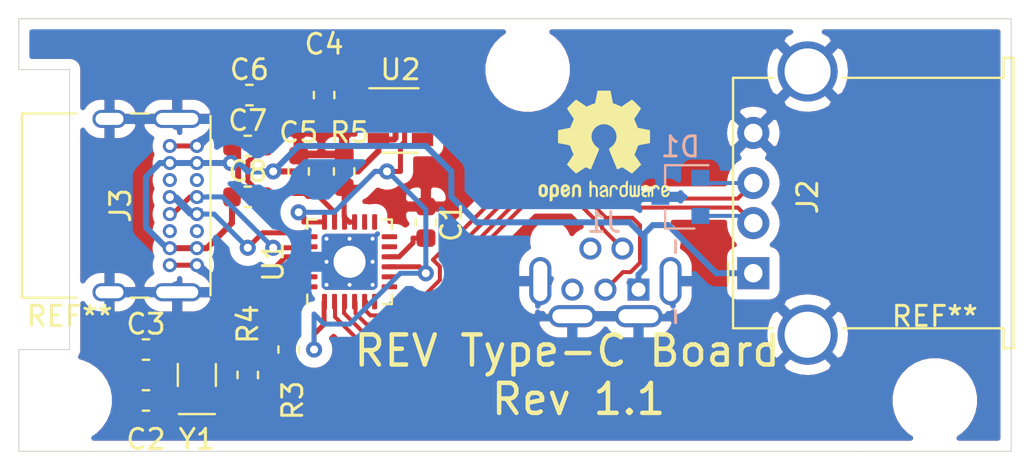
<source format=kicad_pcb>
(kicad_pcb (version 20171130) (host pcbnew "(5.1.2)-1")

  (general
    (thickness 1.6)
    (drawings 13)
    (tracks 226)
    (zones 0)
    (modules 22)
    (nets 29)
  )

  (page A4)
  (layers
    (0 F.Cu signal)
    (31 B.Cu signal hide)
    (32 B.Adhes user hide)
    (33 F.Adhes user hide)
    (34 B.Paste user hide)
    (35 F.Paste user hide)
    (36 B.SilkS user hide)
    (37 F.SilkS user hide)
    (38 B.Mask user hide)
    (39 F.Mask user hide)
    (40 Dwgs.User user hide)
    (41 Cmts.User user hide)
    (42 Eco1.User user hide)
    (43 Eco2.User user hide)
    (44 Edge.Cuts user hide)
    (45 Margin user hide)
    (46 B.CrtYd user hide)
    (47 F.CrtYd user hide)
    (48 B.Fab user hide)
    (49 F.Fab user hide)
  )

  (setup
    (last_trace_width 0.25)
    (user_trace_width 0.2)
    (user_trace_width 0.6)
    (trace_clearance 0.2)
    (zone_clearance 0.508)
    (zone_45_only no)
    (trace_min 0.2)
    (via_size 0.8)
    (via_drill 0.4)
    (via_min_size 0.4)
    (via_min_drill 0.3)
    (uvia_size 0.3)
    (uvia_drill 0.1)
    (uvias_allowed no)
    (uvia_min_size 0.2)
    (uvia_min_drill 0.1)
    (edge_width 0.05)
    (segment_width 0.2)
    (pcb_text_width 0.3)
    (pcb_text_size 1.5 1.5)
    (mod_edge_width 0.12)
    (mod_text_size 1 1)
    (mod_text_width 0.15)
    (pad_size 2 2)
    (pad_drill 1.6)
    (pad_to_mask_clearance 0.051)
    (solder_mask_min_width 0.25)
    (aux_axis_origin 0 0)
    (grid_origin 55.88 44.45)
    (visible_elements 7FFFEFFF)
    (pcbplotparams
      (layerselection 0x010fc_ffffffff)
      (usegerberextensions false)
      (usegerberattributes false)
      (usegerberadvancedattributes false)
      (creategerberjobfile false)
      (excludeedgelayer true)
      (linewidth 0.100000)
      (plotframeref false)
      (viasonmask false)
      (mode 1)
      (useauxorigin false)
      (hpglpennumber 1)
      (hpglpenspeed 20)
      (hpglpendiameter 15.000000)
      (psnegative false)
      (psa4output false)
      (plotreference true)
      (plotvalue true)
      (plotinvisibletext false)
      (padsonsilk false)
      (subtractmaskfromsilk false)
      (outputformat 1)
      (mirror false)
      (drillshape 0)
      (scaleselection 1)
      (outputdirectory ""))
  )

  (net 0 "")
  (net 1 GND)
  (net 2 "Net-(C1-Pad1)")
  (net 3 XTALI)
  (net 4 XTALO)
  (net 5 +5V)
  (net 6 +3V3)
  (net 7 "Net-(J1-Pad4)")
  (net 8 "Net-(R3-Pad1)")
  (net 9 "Net-(R5-Pad2)")
  (net 10 "Net-(U1-Pad23)")
  (net 11 "Net-(U1-Pad12)")
  (net 12 "Net-(U1-Pad11)")
  (net 13 "Net-(U1-Pad8)")
  (net 14 "Net-(U1-Pad7)")
  (net 15 "Net-(U1-Pad6)")
  (net 16 "Net-(U1-Pad14)")
  (net 17 "Net-(U1-Pad13)")
  (net 18 "Net-(J3-PadB5)")
  (net 19 "Net-(J3-PadB8)")
  (net 20 "Net-(J3-PadA8)")
  (net 21 "Net-(J3-PadA5)")
  (net 22 "Net-(U2-Pad4)")
  (net 23 D1-)
  (net 24 D1+)
  (net 25 D2-)
  (net 26 D2+)
  (net 27 DIN+)
  (net 28 DIN-)

  (net_class Default "This is the default net class."
    (clearance 0.2)
    (trace_width 0.25)
    (via_dia 0.8)
    (via_drill 0.4)
    (uvia_dia 0.3)
    (uvia_drill 0.1)
    (add_net +3V3)
    (add_net +5V)
    (add_net D1+)
    (add_net D1-)
    (add_net D2+)
    (add_net D2-)
    (add_net DIN+)
    (add_net DIN-)
    (add_net GND)
    (add_net "Net-(C1-Pad1)")
    (add_net "Net-(J1-Pad4)")
    (add_net "Net-(J3-PadA5)")
    (add_net "Net-(J3-PadA8)")
    (add_net "Net-(J3-PadB5)")
    (add_net "Net-(J3-PadB8)")
    (add_net "Net-(R3-Pad1)")
    (add_net "Net-(R5-Pad2)")
    (add_net "Net-(U1-Pad11)")
    (add_net "Net-(U1-Pad12)")
    (add_net "Net-(U1-Pad13)")
    (add_net "Net-(U1-Pad14)")
    (add_net "Net-(U1-Pad23)")
    (add_net "Net-(U1-Pad6)")
    (add_net "Net-(U1-Pad7)")
    (add_net "Net-(U1-Pad8)")
    (add_net "Net-(U2-Pad4)")
    (add_net XTALI)
    (add_net XTALO)
  )

  (module Connector_USB:UX20-MB-5P locked (layer B.Cu) (tedit 5CF53EF6) (tstamp 5CE24E0B)
    (at 83.82 36.83 180)
    (descr https://www.digikey.com/product-detail/en/hirose-electric-co-ltd/UX20-MB-5P/UX20-MB-5P-ND/1836470)
    (tags "usb mini plug")
    (path /5CE3D70A)
    (fp_text reference J1 (at 1.27 3.81 180) (layer B.SilkS)
      (effects (font (size 1 1) (thickness 0.15)) (justify mirror))
    )
    (fp_text value USB_B_Mini (at 1.27 -2.54 180) (layer B.Fab) hide
      (effects (font (size 1 1) (thickness 0.15)) (justify mirror))
    )
    (fp_line (start 5.08 3.81) (end -2.8 3.81) (layer B.CrtYd) (width 0.05))
    (fp_line (start 5.08 -2.54) (end 5.08 3.81) (layer B.CrtYd) (width 0.05))
    (fp_line (start -2.8 -2.54) (end 5.08 -2.54) (layer B.CrtYd) (width 0.05))
    (fp_line (start -2.8 3.81) (end -2.8 -2.54) (layer B.CrtYd) (width 0.05))
    (fp_line (start -2.3 2.3) (end -2.3 2.9) (layer B.SilkS) (width 0.15))
    (fp_line (start -2.3 -0.6) (end -2.3 -1.2) (layer B.SilkS) (width 0.15))
    (fp_line (start -2 -0.9) (end -2 2.6) (layer B.Fab) (width 0.15))
    (fp_line (start -2 -0.9) (end -0.7 -0.9) (layer B.Fab) (width 0.15))
    (fp_text user %R (at 0.49 -0.015 90) (layer B.Fab)
      (effects (font (size 1 1) (thickness 0.15)) (justify mirror))
    )
    (pad "" np_thru_hole circle (at -1.55 2.87 180) (size 1 1) (drill 1) (layers *.Cu *.Mask))
    (pad "" np_thru_hole circle (at 3.95 2.87 180) (size 1 1) (drill 1) (layers *.Cu *.Mask))
    (pad 6 thru_hole oval (at 2.85 -0.875 90) (size 1.1 2.4) (drill oval 0.7 2) (layers *.Cu *.Mask)
      (net 1 GND))
    (pad 6 thru_hole oval (at -0.45 -0.875 90) (size 1.1 2.4) (drill oval 0.7 2) (layers *.Cu *.Mask)
      (net 1 GND))
    (pad 6 thru_hole oval (at 4.45 0.875 180) (size 1.1 2.4) (drill oval 0.7 2) (layers *.Cu *.Mask)
      (net 1 GND))
    (pad 6 thru_hole oval (at -2.05 0.875 180) (size 1.1 2.4) (drill oval 0.7 2) (layers *.Cu *.Mask)
      (net 1 GND))
    (pad 5 thru_hole circle (at 2.85 0.45 180) (size 1.1 1.1) (drill 0.7) (layers *.Cu *.Mask)
      (net 1 GND))
    (pad 4 thru_hole circle (at 1.95 2.5 180) (size 1.1 1.1) (drill 0.7) (layers *.Cu *.Mask)
      (net 7 "Net-(J1-Pad4)"))
    (pad 3 thru_hole circle (at 1.2 0.45 180) (size 1.1 1.1) (drill 0.7) (layers *.Cu *.Mask)
      (net 24 D1+))
    (pad 2 thru_hole circle (at 0.35 2.5 180) (size 1.1 1.1) (drill 0.7) (layers *.Cu *.Mask)
      (net 23 D1-))
    (pad 1 thru_hole rect (at -0.45 0.45 180) (size 1.1 1.1) (drill 0.7) (layers *.Cu *.Mask)
      (net 5 +5V))
    (model ${KISYS3DMOD}/Connector_USB.3dshapes/USB_Mini-B_Tensility_54-00023_Vertical.wrl
      (at (xyz 0 0 0))
      (scale (xyz 1 1 1))
      (rotate (xyz 0 0 0))
    )
  )

  (module MountingHole:MountingHole_3.2mm_M3 (layer F.Cu) (tedit 56D1B4CB) (tstamp 5CF58C72)
    (at 55.88 41.91)
    (descr "Mounting Hole 3.2mm, no annular, M3")
    (tags "mounting hole 3.2mm no annular m3")
    (attr virtual)
    (fp_text reference REF** (at 0 -4.2) (layer F.SilkS)
      (effects (font (size 1 1) (thickness 0.15)))
    )
    (fp_text value MountingHole_3.2mm_M3 (at 0 4.2) (layer F.Fab)
      (effects (font (size 1 1) (thickness 0.15)))
    )
    (fp_circle (center 0 0) (end 3.45 0) (layer F.CrtYd) (width 0.05))
    (fp_circle (center 0 0) (end 3.2 0) (layer Cmts.User) (width 0.15))
    (fp_text user %R (at 0.3 0) (layer F.Fab)
      (effects (font (size 1 1) (thickness 0.15)))
    )
    (pad 1 np_thru_hole circle (at 0 0) (size 3.2 3.2) (drill 3.2) (layers *.Cu *.Mask))
  )

  (module MountingHole:MountingHole_3.2mm_M3 (layer F.Cu) (tedit 56D1B4CB) (tstamp 5CF58C55)
    (at 99.06 41.91)
    (descr "Mounting Hole 3.2mm, no annular, M3")
    (tags "mounting hole 3.2mm no annular m3")
    (attr virtual)
    (fp_text reference REF** (at 0 -4.2) (layer F.SilkS)
      (effects (font (size 1 1) (thickness 0.15)))
    )
    (fp_text value MountingHole_3.2mm_M3 (at 0 4.2) (layer F.Fab)
      (effects (font (size 1 1) (thickness 0.15)))
    )
    (fp_circle (center 0 0) (end 3.45 0) (layer F.CrtYd) (width 0.05))
    (fp_circle (center 0 0) (end 3.2 0) (layer Cmts.User) (width 0.15))
    (fp_text user %R (at 0.3 0) (layer F.Fab)
      (effects (font (size 1 1) (thickness 0.15)))
    )
    (pad 1 np_thru_hole circle (at 0 0) (size 3.2 3.2) (drill 3.2) (layers *.Cu *.Mask))
  )

  (module MountingHole:MountingHole_3.2mm_M3 (layer F.Cu) (tedit 56D1B4CB) (tstamp 5CF58C38)
    (at 78.74 25.4)
    (descr "Mounting Hole 3.2mm, no annular, M3")
    (tags "mounting hole 3.2mm no annular m3")
    (attr virtual)
    (fp_text reference REF** (at 0 -4.2) (layer F.SilkS)
      (effects (font (size 1 1) (thickness 0.15)))
    )
    (fp_text value MountingHole_3.2mm_M3 (at 0 4.2) (layer F.Fab)
      (effects (font (size 1 1) (thickness 0.15)))
    )
    (fp_circle (center 0 0) (end 3.45 0) (layer F.CrtYd) (width 0.05))
    (fp_circle (center 0 0) (end 3.2 0) (layer Cmts.User) (width 0.15))
    (fp_text user %R (at 0.3 0) (layer F.Fab)
      (effects (font (size 1 1) (thickness 0.15)))
    )
    (pad 1 np_thru_hole circle (at 0 0) (size 3.2 3.2) (drill 3.2) (layers *.Cu *.Mask))
  )

  (module Package_DFN_QFN:QFN-24-1EP_4x4mm_P0.5mm_EP2.8x2.8mm_ThermalVias (layer F.Cu) (tedit 5CE499C3) (tstamp 5CE24EE9)
    (at 69.85 34.99 90)
    (descr "QFN, 24 Pin (https://www.analog.com/media/en/technical-documentation/data-sheets/hmc431.pdf), generated with kicad-footprint-generator ipc_noLead_generator.py")
    (tags "QFN NoLead")
    (path /5CE4110B)
    (attr smd)
    (fp_text reference U1 (at 0 -3.81 90) (layer F.SilkS)
      (effects (font (size 1 1) (thickness 0.15)))
    )
    (fp_text value USB2422 (at 0 4.55 90) (layer F.Fab)
      (effects (font (size 1 1) (thickness 0.15)))
    )
    (fp_text user %R (at 0 0 90) (layer F.Fab)
      (effects (font (size 1 1) (thickness 0.15)))
    )
    (fp_line (start 2.62 -2.62) (end -2.62 -2.62) (layer F.CrtYd) (width 0.05))
    (fp_line (start 2.62 2.62) (end 2.62 -2.62) (layer F.CrtYd) (width 0.05))
    (fp_line (start -2.62 2.62) (end 2.62 2.62) (layer F.CrtYd) (width 0.05))
    (fp_line (start -2.62 -2.62) (end -2.62 2.62) (layer F.CrtYd) (width 0.05))
    (fp_line (start -2 -1) (end -1 -2) (layer F.Fab) (width 0.1))
    (fp_line (start -2 2) (end -2 -1) (layer F.Fab) (width 0.1))
    (fp_line (start 2 2) (end -2 2) (layer F.Fab) (width 0.1))
    (fp_line (start 2 -2) (end 2 2) (layer F.Fab) (width 0.1))
    (fp_line (start -1 -2) (end 2 -2) (layer F.Fab) (width 0.1))
    (fp_line (start -1.635 -2.11) (end -2.11 -2.11) (layer F.SilkS) (width 0.12))
    (fp_line (start 2.11 2.11) (end 2.11 1.635) (layer F.SilkS) (width 0.12))
    (fp_line (start 1.635 2.11) (end 2.11 2.11) (layer F.SilkS) (width 0.12))
    (fp_line (start -2.11 2.11) (end -2.11 1.635) (layer F.SilkS) (width 0.12))
    (fp_line (start -1.635 2.11) (end -2.11 2.11) (layer F.SilkS) (width 0.12))
    (fp_line (start 2.11 -2.11) (end 2.11 -1.635) (layer F.SilkS) (width 0.12))
    (fp_line (start 1.635 -2.11) (end 2.11 -2.11) (layer F.SilkS) (width 0.12))
    (pad 24 smd roundrect (at -1.25 -1.9875 90) (size 0.25 0.775) (layers F.Cu F.Paste F.Mask) (roundrect_rratio 0.25)
      (net 8 "Net-(R3-Pad1)"))
    (pad 23 smd roundrect (at -0.75 -1.9875 90) (size 0.25 0.775) (layers F.Cu F.Paste F.Mask) (roundrect_rratio 0.25)
      (net 10 "Net-(U1-Pad23)"))
    (pad 22 smd roundrect (at -0.25 -1.9875 90) (size 0.25 0.775) (layers F.Cu F.Paste F.Mask) (roundrect_rratio 0.25)
      (net 3 XTALI))
    (pad 21 smd roundrect (at 0.25 -1.9875 90) (size 0.25 0.775) (layers F.Cu F.Paste F.Mask) (roundrect_rratio 0.25)
      (net 4 XTALO))
    (pad 20 smd roundrect (at 0.75 -1.9875 90) (size 0.25 0.775) (layers F.Cu F.Paste F.Mask) (roundrect_rratio 0.25)
      (net 27 DIN+))
    (pad 19 smd roundrect (at 1.25 -1.9875 90) (size 0.25 0.775) (layers F.Cu F.Paste F.Mask) (roundrect_rratio 0.25)
      (net 28 DIN-))
    (pad 18 smd roundrect (at 1.9875 -1.25 90) (size 0.775 0.25) (layers F.Cu F.Paste F.Mask) (roundrect_rratio 0.25)
      (net 6 +3V3))
    (pad 17 smd roundrect (at 1.9875 -0.75 90) (size 0.775 0.25) (layers F.Cu F.Paste F.Mask) (roundrect_rratio 0.25)
      (net 9 "Net-(R5-Pad2)"))
    (pad 16 smd roundrect (at 1.9875 -0.25 90) (size 0.775 0.25) (layers F.Cu F.Paste F.Mask) (roundrect_rratio 0.25)
      (net 6 +3V3))
    (pad 15 smd roundrect (at 1.9875 0.25 90) (size 0.775 0.25) (layers F.Cu F.Paste F.Mask) (roundrect_rratio 0.25)
      (net 6 +3V3))
    (pad 14 smd roundrect (at 1.9875 0.75 90) (size 0.775 0.25) (layers F.Cu F.Paste F.Mask) (roundrect_rratio 0.25)
      (net 16 "Net-(U1-Pad14)"))
    (pad 13 smd roundrect (at 1.9875 1.25 90) (size 0.775 0.25) (layers F.Cu F.Paste F.Mask) (roundrect_rratio 0.25)
      (net 17 "Net-(U1-Pad13)"))
    (pad 12 smd roundrect (at 1.25 1.9875 90) (size 0.25 0.775) (layers F.Cu F.Paste F.Mask) (roundrect_rratio 0.25)
      (net 11 "Net-(U1-Pad12)"))
    (pad 11 smd roundrect (at 0.75 1.9875 90) (size 0.25 0.775) (layers F.Cu F.Paste F.Mask) (roundrect_rratio 0.25)
      (net 12 "Net-(U1-Pad11)"))
    (pad 10 smd roundrect (at 0.25 1.9875 90) (size 0.25 0.775) (layers F.Cu F.Paste F.Mask) (roundrect_rratio 0.25)
      (net 2 "Net-(C1-Pad1)"))
    (pad 9 smd roundrect (at -0.25 1.9875 90) (size 0.25 0.775) (layers F.Cu F.Paste F.Mask) (roundrect_rratio 0.25)
      (net 6 +3V3))
    (pad 8 smd roundrect (at -0.75 1.9875 90) (size 0.25 0.775) (layers F.Cu F.Paste F.Mask) (roundrect_rratio 0.25)
      (net 13 "Net-(U1-Pad8)"))
    (pad 7 smd roundrect (at -1.25 1.9875 90) (size 0.25 0.775) (layers F.Cu F.Paste F.Mask) (roundrect_rratio 0.25)
      (net 14 "Net-(U1-Pad7)"))
    (pad 6 smd roundrect (at -1.9875 1.25 90) (size 0.775 0.25) (layers F.Cu F.Paste F.Mask) (roundrect_rratio 0.25)
      (net 15 "Net-(U1-Pad6)"))
    (pad 5 smd roundrect (at -1.9875 0.75 90) (size 0.775 0.25) (layers F.Cu F.Paste F.Mask) (roundrect_rratio 0.25)
      (net 26 D2+))
    (pad 4 smd roundrect (at -1.9875 0.25 90) (size 0.775 0.25) (layers F.Cu F.Paste F.Mask) (roundrect_rratio 0.25)
      (net 25 D2-))
    (pad 3 smd roundrect (at -1.9875 -0.25 90) (size 0.775 0.25) (layers F.Cu F.Paste F.Mask) (roundrect_rratio 0.25)
      (net 24 D1+))
    (pad 2 smd roundrect (at -1.9875 -0.75 90) (size 0.775 0.25) (layers F.Cu F.Paste F.Mask) (roundrect_rratio 0.25)
      (net 23 D1-))
    (pad 1 smd roundrect (at -1.9875 -1.25 90) (size 0.775 0.25) (layers F.Cu F.Paste F.Mask) (roundrect_rratio 0.25)
      (net 6 +3V3))
    (pad "" smd roundrect (at 0.7 0.7 90) (size 1.21 1.21) (layers F.Paste) (roundrect_rratio 0.206612))
    (pad "" smd roundrect (at 0.7 -0.7 90) (size 1.21 1.21) (layers F.Paste) (roundrect_rratio 0.206612))
    (pad "" smd roundrect (at -0.7 0.7 90) (size 1.21 1.21) (layers F.Paste) (roundrect_rratio 0.206612))
    (pad "" smd roundrect (at -0.7 -0.7 90) (size 1.21 1.21) (layers F.Paste) (roundrect_rratio 0.206612))
    (pad 25 smd roundrect (at 0 0 90) (size 2.8 2.8) (layers B.Cu) (roundrect_rratio 0.089286)
      (net 1 GND))
    (pad 25 thru_hole circle (at 1.15 1.15 90) (size 0.5 0.5) (drill 0.2) (layers *.Cu)
      (net 1 GND))
    (pad 25 thru_hole circle (at 0 1.15 90) (size 0.5 0.5) (drill 0.2) (layers *.Cu)
      (net 1 GND))
    (pad 25 thru_hole circle (at -1.15 1.15 90) (size 0.5 0.5) (drill 0.2) (layers *.Cu)
      (net 1 GND))
    (pad 25 thru_hole circle (at 1.15 0 90) (size 0.5 0.5) (drill 0.2) (layers *.Cu)
      (net 1 GND))
    (pad 25 thru_hole circle (at 0 0 90) (size 2 2) (drill 1.6) (layers *.Cu *.Mask)
      (net 1 GND))
    (pad 25 thru_hole circle (at -1.15 0 90) (size 0.5 0.5) (drill 0.2) (layers *.Cu)
      (net 1 GND))
    (pad 25 thru_hole circle (at 1.15 -1.15 90) (size 0.5 0.5) (drill 0.2) (layers *.Cu)
      (net 1 GND))
    (pad 25 thru_hole circle (at 0 -1.15 90) (size 0.5 0.5) (drill 0.2) (layers *.Cu)
      (net 1 GND))
    (pad 25 thru_hole circle (at -1.15 -1.15 90) (size 0.5 0.5) (drill 0.2) (layers *.Cu)
      (net 1 GND))
    (pad 25 smd roundrect (at 0 0 90) (size 2.8 2.8) (layers F.Cu F.Mask) (roundrect_rratio 0.089286)
      (net 1 GND))
    (model ${KISYS3DMOD}/Package_DFN_QFN.3dshapes/QFN-24-1EP_4x4mm_P0.5mm_EP2.7x2.7mm.wrl
      (at (xyz 0 0 0))
      (scale (xyz 1 1 1))
      (rotate (xyz 0 0 0))
    )
  )

  (module Connector_USB:USB_A_Stewart_SS-52100-001_Horizontal (layer F.Cu) (tedit 5CB49A87) (tstamp 5CE24E36)
    (at 90 35.56 90)
    (descr "USB A connector https://belfuse.com/resources/drawings/stewartconnector/dr-stw-ss-52100-001.pdf")
    (tags "USB_A Female Connector receptacle")
    (path /5CE27D2A)
    (fp_text reference J2 (at 3.81 2.71 90) (layer F.SilkS)
      (effects (font (size 1 1) (thickness 0.15)))
    )
    (fp_text value USB_A (at 0 8 90) (layer F.Fab)
      (effects (font (size 1 1) (thickness 0.15)))
    )
    (fp_line (start -5.15 1.99) (end -4.25 0.69) (layer F.CrtYd) (width 0.05))
    (fp_line (start -5.15 3.44) (end -5.15 1.99) (layer F.CrtYd) (width 0.05))
    (fp_line (start -3.25 4.74) (end -4.25 4.74) (layer F.CrtYd) (width 0.05))
    (fp_line (start -5.15 3.44) (end -4.25 4.74) (layer F.CrtYd) (width 0.05))
    (fp_line (start -3.25 0.69) (end -4.25 0.69) (layer F.CrtYd) (width 0.05))
    (fp_line (start 12.15 3.44) (end 11.25 4.74) (layer F.CrtYd) (width 0.05))
    (fp_line (start -3.25 0.69) (end -3.25 -1.51) (layer F.CrtYd) (width 0.05))
    (fp_line (start 10.25 -1.51) (end -3.25 -1.51) (layer F.CrtYd) (width 0.05))
    (fp_line (start 10.25 0.69) (end 10.25 -1.51) (layer F.CrtYd) (width 0.05))
    (fp_line (start 12.15 1.99) (end 12.15 3.44) (layer F.CrtYd) (width 0.05))
    (fp_line (start 10.25 0.69) (end 11.25 0.69) (layer F.CrtYd) (width 0.05))
    (fp_line (start 12.15 1.99) (end 11.25 0.69) (layer F.CrtYd) (width 0.05))
    (fp_line (start 10.75 12.49) (end 10.75 12.99) (layer F.Fab) (width 0.1))
    (fp_line (start 9.75 12.49) (end 10.75 12.49) (layer F.Fab) (width 0.1))
    (fp_line (start -3.75 12.49) (end -2.75 12.49) (layer F.Fab) (width 0.1))
    (fp_line (start -3.75 12.99) (end -3.75 12.49) (layer F.Fab) (width 0.1))
    (fp_line (start -3.75 12.99) (end 10.75 12.99) (layer F.Fab) (width 0.1))
    (fp_line (start -2.75 12.49) (end -2.75 -1.01) (layer F.Fab) (width 0.1))
    (fp_line (start -2.75 -1.01) (end 9.75 -1.01) (layer F.Fab) (width 0.1))
    (fp_line (start 9.75 12.49) (end 9.75 -1.01) (layer F.Fab) (width 0.1))
    (fp_text user %R (at 9.075 0 270) (layer F.Fab)
      (effects (font (size 1 1) (thickness 0.15)))
    )
    (fp_line (start -3.75 12.99) (end 10.75 12.99) (layer F.SilkS) (width 0.12))
    (fp_line (start 10.75 12.99) (end 10.75 12.49) (layer F.SilkS) (width 0.12))
    (fp_line (start 10.75 12.49) (end 9.75 12.49) (layer F.SilkS) (width 0.12))
    (fp_line (start 9.75 12.49) (end 9.75 4.49) (layer F.SilkS) (width 0.12))
    (fp_line (start 9.75 0.99) (end 9.75 -1.01) (layer F.SilkS) (width 0.12))
    (fp_line (start 9.75 -1.01) (end -2.75 -1.01) (layer F.SilkS) (width 0.12))
    (fp_line (start -2.75 -1.01) (end -2.75 0.99) (layer F.SilkS) (width 0.12))
    (fp_line (start -2.75 4.49) (end -2.75 12.49) (layer F.SilkS) (width 0.12))
    (fp_line (start -2.75 12.49) (end -3.75 12.49) (layer F.SilkS) (width 0.12))
    (fp_line (start -3.75 12.49) (end -3.75 12.99) (layer F.SilkS) (width 0.12))
    (fp_line (start -0.5 -1.26) (end 0.5 -1.26) (layer F.SilkS) (width 0.12))
    (fp_line (start -0.25 -1.01) (end 0 -0.76) (layer F.Fab) (width 0.1))
    (fp_line (start 0 -0.76) (end 0.25 -1.01) (layer F.Fab) (width 0.1))
    (fp_line (start -3.25 4.74) (end -3.25 11.99) (layer F.CrtYd) (width 0.05))
    (fp_line (start -3.25 11.99) (end -4.25 11.99) (layer F.CrtYd) (width 0.05))
    (fp_line (start -4.25 11.99) (end -4.25 13.49) (layer F.CrtYd) (width 0.05))
    (fp_line (start -4.25 13.49) (end 11.25 13.49) (layer F.CrtYd) (width 0.05))
    (fp_line (start 11.25 13.49) (end 11.25 11.99) (layer F.CrtYd) (width 0.05))
    (fp_line (start 11.25 11.99) (end 10.25 11.99) (layer F.CrtYd) (width 0.05))
    (fp_line (start 10.25 11.99) (end 10.25 4.74) (layer F.CrtYd) (width 0.05))
    (fp_line (start 10.25 4.74) (end 11.25 4.74) (layer F.CrtYd) (width 0.05))
    (fp_text user "PCB Edge" (at 2.675 0 270) (layer Dwgs.User)
      (effects (font (size 0.6 0.6) (thickness 0.09)))
    )
    (pad 4 thru_hole circle (at 7 0 90) (size 1.6 1.6) (drill 0.92) (layers *.Cu *.Mask)
      (net 1 GND))
    (pad 3 thru_hole circle (at 4.5 0 90) (size 1.6 1.6) (drill 0.92) (layers *.Cu *.Mask)
      (net 26 D2+))
    (pad 2 thru_hole circle (at 2.5 0 90) (size 1.6 1.6) (drill 0.92) (layers *.Cu *.Mask)
      (net 25 D2-))
    (pad 1 thru_hole rect (at 0 0 90) (size 1.6 1.6) (drill 0.92) (layers *.Cu *.Mask)
      (net 5 +5V))
    (pad 5 thru_hole circle (at -3.07 2.71 90) (size 3 3) (drill 2.3) (layers *.Cu *.Mask)
      (net 1 GND))
    (pad 5 thru_hole circle (at 10.07 2.71 90) (size 3 3) (drill 2.3) (layers *.Cu *.Mask)
      (net 1 GND))
    (model ${KISYS3DMOD}/Connector_USB.3dshapes/676430910.stp
      (offset (xyz 3.5 2 0))
      (scale (xyz 1 1 1))
      (rotate (xyz -90 0 0))
    )
  )

  (module Package_TO_SOT_SMD:SOT-23 (layer B.Cu) (tedit 5A02FF57) (tstamp 5CE3D825)
    (at 86.36 31.75 180)
    (descr "SOT-23, Standard")
    (tags SOT-23)
    (path /5CE9FC48)
    (attr smd)
    (fp_text reference D1 (at 0 2.5) (layer B.SilkS)
      (effects (font (size 1 1) (thickness 0.15)) (justify mirror))
    )
    (fp_text value SP0502BAHT (at 0 -2.5) (layer B.Fab) hide
      (effects (font (size 1 1) (thickness 0.15)) (justify mirror))
    )
    (fp_line (start 0.76 -1.58) (end -0.7 -1.58) (layer B.SilkS) (width 0.12))
    (fp_line (start 0.76 1.58) (end -1.4 1.58) (layer B.SilkS) (width 0.12))
    (fp_line (start -1.7 -1.75) (end -1.7 1.75) (layer B.CrtYd) (width 0.05))
    (fp_line (start 1.7 -1.75) (end -1.7 -1.75) (layer B.CrtYd) (width 0.05))
    (fp_line (start 1.7 1.75) (end 1.7 -1.75) (layer B.CrtYd) (width 0.05))
    (fp_line (start -1.7 1.75) (end 1.7 1.75) (layer B.CrtYd) (width 0.05))
    (fp_line (start 0.76 1.58) (end 0.76 0.65) (layer B.SilkS) (width 0.12))
    (fp_line (start 0.76 -1.58) (end 0.76 -0.65) (layer B.SilkS) (width 0.12))
    (fp_line (start -0.7 -1.52) (end 0.7 -1.52) (layer B.Fab) (width 0.1))
    (fp_line (start 0.7 1.52) (end 0.7 -1.52) (layer B.Fab) (width 0.1))
    (fp_line (start -0.7 0.95) (end -0.15 1.52) (layer B.Fab) (width 0.1))
    (fp_line (start -0.15 1.52) (end 0.7 1.52) (layer B.Fab) (width 0.1))
    (fp_line (start -0.7 0.95) (end -0.7 -1.5) (layer B.Fab) (width 0.1))
    (fp_text user %R (at 0 0 270) (layer B.Fab)
      (effects (font (size 0.5 0.5) (thickness 0.075)) (justify mirror))
    )
    (pad 3 smd rect (at 1 0 180) (size 0.9 0.8) (layers B.Cu B.Paste B.Mask)
      (net 1 GND))
    (pad 2 smd rect (at -1 -0.95 180) (size 0.9 0.8) (layers B.Cu B.Paste B.Mask)
      (net 25 D2-))
    (pad 1 smd rect (at -1 0.95 180) (size 0.9 0.8) (layers B.Cu B.Paste B.Mask)
      (net 26 D2+))
    (model ${KISYS3DMOD}/Package_TO_SOT_SMD.3dshapes/SOT-23.wrl
      (at (xyz 0 0 0))
      (scale (xyz 1 1 1))
      (rotate (xyz 0 0 0))
    )
  )

  (module Symbol:OSHW-Logo2_7.3x6mm_SilkScreen (layer F.Cu) (tedit 0) (tstamp 5CE3D3D7)
    (at 82.55 29.21)
    (descr "Open Source Hardware Symbol")
    (tags "Logo Symbol OSHW")
    (attr virtual)
    (fp_text reference REF** (at 0 0) (layer F.SilkS) hide
      (effects (font (size 1 1) (thickness 0.15)))
    )
    (fp_text value OSHW-Logo2_7.3x6mm_SilkScreen (at 0.75 0) (layer F.Fab) hide
      (effects (font (size 1 1) (thickness 0.15)))
    )
    (fp_poly (pts (xy 0.10391 -2.757652) (xy 0.182454 -2.757222) (xy 0.239298 -2.756058) (xy 0.278105 -2.753793)
      (xy 0.302538 -2.75006) (xy 0.316262 -2.744494) (xy 0.32294 -2.736727) (xy 0.326236 -2.726395)
      (xy 0.326556 -2.725057) (xy 0.331562 -2.700921) (xy 0.340829 -2.653299) (xy 0.353392 -2.587259)
      (xy 0.368287 -2.507872) (xy 0.384551 -2.420204) (xy 0.385119 -2.417125) (xy 0.40141 -2.331211)
      (xy 0.416652 -2.255304) (xy 0.429861 -2.193955) (xy 0.440054 -2.151718) (xy 0.446248 -2.133145)
      (xy 0.446543 -2.132816) (xy 0.464788 -2.123747) (xy 0.502405 -2.108633) (xy 0.551271 -2.090738)
      (xy 0.551543 -2.090642) (xy 0.613093 -2.067507) (xy 0.685657 -2.038035) (xy 0.754057 -2.008403)
      (xy 0.757294 -2.006938) (xy 0.868702 -1.956374) (xy 1.115399 -2.12484) (xy 1.191077 -2.176197)
      (xy 1.259631 -2.222111) (xy 1.317088 -2.25997) (xy 1.359476 -2.287163) (xy 1.382825 -2.301079)
      (xy 1.385042 -2.302111) (xy 1.40201 -2.297516) (xy 1.433701 -2.275345) (xy 1.481352 -2.234553)
      (xy 1.546198 -2.174095) (xy 1.612397 -2.109773) (xy 1.676214 -2.046388) (xy 1.733329 -1.988549)
      (xy 1.780305 -1.939825) (xy 1.813703 -1.90379) (xy 1.830085 -1.884016) (xy 1.830694 -1.882998)
      (xy 1.832505 -1.869428) (xy 1.825683 -1.847267) (xy 1.80854 -1.813522) (xy 1.779393 -1.7652)
      (xy 1.736555 -1.699308) (xy 1.679448 -1.614483) (xy 1.628766 -1.539823) (xy 1.583461 -1.47286)
      (xy 1.54615 -1.417484) (xy 1.519452 -1.37758) (xy 1.505985 -1.357038) (xy 1.505137 -1.355644)
      (xy 1.506781 -1.335962) (xy 1.519245 -1.297707) (xy 1.540048 -1.248111) (xy 1.547462 -1.232272)
      (xy 1.579814 -1.16171) (xy 1.614328 -1.081647) (xy 1.642365 -1.012371) (xy 1.662568 -0.960955)
      (xy 1.678615 -0.921881) (xy 1.687888 -0.901459) (xy 1.689041 -0.899886) (xy 1.706096 -0.897279)
      (xy 1.746298 -0.890137) (xy 1.804302 -0.879477) (xy 1.874763 -0.866315) (xy 1.952335 -0.851667)
      (xy 2.031672 -0.836551) (xy 2.107431 -0.821982) (xy 2.174264 -0.808978) (xy 2.226828 -0.798555)
      (xy 2.259776 -0.79173) (xy 2.267857 -0.789801) (xy 2.276205 -0.785038) (xy 2.282506 -0.774282)
      (xy 2.287045 -0.753902) (xy 2.290104 -0.720266) (xy 2.291967 -0.669745) (xy 2.292918 -0.598708)
      (xy 2.29324 -0.503524) (xy 2.293257 -0.464508) (xy 2.293257 -0.147201) (xy 2.217057 -0.132161)
      (xy 2.174663 -0.124005) (xy 2.1114 -0.112101) (xy 2.034962 -0.097884) (xy 1.953043 -0.08279)
      (xy 1.9304 -0.078645) (xy 1.854806 -0.063947) (xy 1.788953 -0.049495) (xy 1.738366 -0.036625)
      (xy 1.708574 -0.026678) (xy 1.703612 -0.023713) (xy 1.691426 -0.002717) (xy 1.673953 0.037967)
      (xy 1.654577 0.090322) (xy 1.650734 0.1016) (xy 1.625339 0.171523) (xy 1.593817 0.250418)
      (xy 1.562969 0.321266) (xy 1.562817 0.321595) (xy 1.511447 0.432733) (xy 1.680399 0.681253)
      (xy 1.849352 0.929772) (xy 1.632429 1.147058) (xy 1.566819 1.211726) (xy 1.506979 1.268733)
      (xy 1.456267 1.315033) (xy 1.418046 1.347584) (xy 1.395675 1.363343) (xy 1.392466 1.364343)
      (xy 1.373626 1.356469) (xy 1.33518 1.334578) (xy 1.28133 1.301267) (xy 1.216276 1.259131)
      (xy 1.14594 1.211943) (xy 1.074555 1.16381) (xy 1.010908 1.121928) (xy 0.959041 1.088871)
      (xy 0.922995 1.067218) (xy 0.906867 1.059543) (xy 0.887189 1.066037) (xy 0.849875 1.08315)
      (xy 0.802621 1.107326) (xy 0.797612 1.110013) (xy 0.733977 1.141927) (xy 0.690341 1.157579)
      (xy 0.663202 1.157745) (xy 0.649057 1.143204) (xy 0.648975 1.143) (xy 0.641905 1.125779)
      (xy 0.625042 1.084899) (xy 0.599695 1.023525) (xy 0.567171 0.944819) (xy 0.528778 0.851947)
      (xy 0.485822 0.748072) (xy 0.444222 0.647502) (xy 0.398504 0.536516) (xy 0.356526 0.433703)
      (xy 0.319548 0.342215) (xy 0.288827 0.265201) (xy 0.265622 0.205815) (xy 0.25119 0.167209)
      (xy 0.246743 0.1528) (xy 0.257896 0.136272) (xy 0.287069 0.10993) (xy 0.325971 0.080887)
      (xy 0.436757 -0.010961) (xy 0.523351 -0.116241) (xy 0.584716 -0.232734) (xy 0.619815 -0.358224)
      (xy 0.627608 -0.490493) (xy 0.621943 -0.551543) (xy 0.591078 -0.678205) (xy 0.53792 -0.790059)
      (xy 0.465767 -0.885999) (xy 0.377917 -0.964924) (xy 0.277665 -1.02573) (xy 0.16831 -1.067313)
      (xy 0.053147 -1.088572) (xy -0.064525 -1.088401) (xy -0.18141 -1.065699) (xy -0.294211 -1.019362)
      (xy -0.399631 -0.948287) (xy -0.443632 -0.908089) (xy -0.528021 -0.804871) (xy -0.586778 -0.692075)
      (xy -0.620296 -0.57299) (xy -0.628965 -0.450905) (xy -0.613177 -0.329107) (xy -0.573322 -0.210884)
      (xy -0.509793 -0.099525) (xy -0.422979 0.001684) (xy -0.325971 0.080887) (xy -0.285563 0.111162)
      (xy -0.257018 0.137219) (xy -0.246743 0.152825) (xy -0.252123 0.169843) (xy -0.267425 0.2105)
      (xy -0.291388 0.271642) (xy -0.322756 0.350119) (xy -0.360268 0.44278) (xy -0.402667 0.546472)
      (xy -0.444337 0.647526) (xy -0.49031 0.758607) (xy -0.532893 0.861541) (xy -0.570779 0.953165)
      (xy -0.60266 1.030316) (xy -0.627229 1.089831) (xy -0.64318 1.128544) (xy -0.64909 1.143)
      (xy -0.663052 1.157685) (xy -0.69006 1.157642) (xy -0.733587 1.142099) (xy -0.79711 1.110284)
      (xy -0.797612 1.110013) (xy -0.84544 1.085323) (xy -0.884103 1.067338) (xy -0.905905 1.059614)
      (xy -0.906867 1.059543) (xy -0.923279 1.067378) (xy -0.959513 1.089165) (xy -1.011526 1.122328)
      (xy -1.075275 1.164291) (xy -1.14594 1.211943) (xy -1.217884 1.260191) (xy -1.282726 1.302151)
      (xy -1.336265 1.335227) (xy -1.374303 1.356821) (xy -1.392467 1.364343) (xy -1.409192 1.354457)
      (xy -1.44282 1.326826) (xy -1.48999 1.284495) (xy -1.547342 1.230505) (xy -1.611516 1.167899)
      (xy -1.632503 1.146983) (xy -1.849501 0.929623) (xy -1.684332 0.68722) (xy -1.634136 0.612781)
      (xy -1.590081 0.545972) (xy -1.554638 0.490665) (xy -1.530281 0.450729) (xy -1.519478 0.430036)
      (xy -1.519162 0.428563) (xy -1.524857 0.409058) (xy -1.540174 0.369822) (xy -1.562463 0.31743)
      (xy -1.578107 0.282355) (xy -1.607359 0.215201) (xy -1.634906 0.147358) (xy -1.656263 0.090034)
      (xy -1.662065 0.072572) (xy -1.678548 0.025938) (xy -1.69466 -0.010095) (xy -1.70351 -0.023713)
      (xy -1.72304 -0.032048) (xy -1.765666 -0.043863) (xy -1.825855 -0.057819) (xy -1.898078 -0.072578)
      (xy -1.9304 -0.078645) (xy -2.012478 -0.093727) (xy -2.091205 -0.108331) (xy -2.158891 -0.12102)
      (xy -2.20784 -0.130358) (xy -2.217057 -0.132161) (xy -2.293257 -0.147201) (xy -2.293257 -0.464508)
      (xy -2.293086 -0.568846) (xy -2.292384 -0.647787) (xy -2.290866 -0.704962) (xy -2.288251 -0.744001)
      (xy -2.284254 -0.768535) (xy -2.278591 -0.782195) (xy -2.27098 -0.788611) (xy -2.267857 -0.789801)
      (xy -2.249022 -0.79402) (xy -2.207412 -0.802438) (xy -2.14837 -0.814039) (xy -2.077243 -0.827805)
      (xy -1.999375 -0.84272) (xy -1.920113 -0.857768) (xy -1.844802 -0.871931) (xy -1.778787 -0.884194)
      (xy -1.727413 -0.893539) (xy -1.696025 -0.89895) (xy -1.689041 -0.899886) (xy -1.682715 -0.912404)
      (xy -1.66871 -0.945754) (xy -1.649645 -0.993623) (xy -1.642366 -1.012371) (xy -1.613004 -1.084805)
      (xy -1.578429 -1.16483) (xy -1.547463 -1.232272) (xy -1.524677 -1.283841) (xy -1.509518 -1.326215)
      (xy -1.504458 -1.352166) (xy -1.505264 -1.355644) (xy -1.515959 -1.372064) (xy -1.54038 -1.408583)
      (xy -1.575905 -1.461313) (xy -1.619913 -1.526365) (xy -1.669783 -1.599849) (xy -1.679644 -1.614355)
      (xy -1.737508 -1.700296) (xy -1.780044 -1.765739) (xy -1.808946 -1.813696) (xy -1.82591 -1.84718)
      (xy -1.832633 -1.869205) (xy -1.83081 -1.882783) (xy -1.830764 -1.882869) (xy -1.816414 -1.900703)
      (xy -1.784677 -1.935183) (xy -1.73899 -1.982732) (xy -1.682796 -2.039778) (xy -1.619532 -2.102745)
      (xy -1.612398 -2.109773) (xy -1.53267 -2.18698) (xy -1.471143 -2.24367) (xy -1.426579 -2.28089)
      (xy -1.397743 -2.299685) (xy -1.385042 -2.302111) (xy -1.366506 -2.291529) (xy -1.328039 -2.267084)
      (xy -1.273614 -2.231388) (xy -1.207202 -2.187053) (xy -1.132775 -2.136689) (xy -1.115399 -2.12484)
      (xy -0.868703 -1.956374) (xy -0.757294 -2.006938) (xy -0.689543 -2.036405) (xy -0.616817 -2.066041)
      (xy -0.554297 -2.08967) (xy -0.551543 -2.090642) (xy -0.50264 -2.108543) (xy -0.464943 -2.12368)
      (xy -0.446575 -2.13279) (xy -0.446544 -2.132816) (xy -0.440715 -2.149283) (xy -0.430808 -2.189781)
      (xy -0.417805 -2.249758) (xy -0.402691 -2.32466) (xy -0.386448 -2.409936) (xy -0.385119 -2.417125)
      (xy -0.368825 -2.504986) (xy -0.353867 -2.58474) (xy -0.341209 -2.651319) (xy -0.331814 -2.699653)
      (xy -0.326646 -2.724675) (xy -0.326556 -2.725057) (xy -0.323411 -2.735701) (xy -0.317296 -2.743738)
      (xy -0.304547 -2.749533) (xy -0.2815 -2.753453) (xy -0.244491 -2.755865) (xy -0.189856 -2.757135)
      (xy -0.113933 -2.757629) (xy -0.013056 -2.757714) (xy 0 -2.757714) (xy 0.10391 -2.757652)) (layer F.SilkS) (width 0.01))
    (fp_poly (pts (xy 3.153595 1.966966) (xy 3.211021 2.004497) (xy 3.238719 2.038096) (xy 3.260662 2.099064)
      (xy 3.262405 2.147308) (xy 3.258457 2.211816) (xy 3.109686 2.276934) (xy 3.037349 2.310202)
      (xy 2.990084 2.336964) (xy 2.965507 2.360144) (xy 2.961237 2.382667) (xy 2.974889 2.407455)
      (xy 2.989943 2.423886) (xy 3.033746 2.450235) (xy 3.081389 2.452081) (xy 3.125145 2.431546)
      (xy 3.157289 2.390752) (xy 3.163038 2.376347) (xy 3.190576 2.331356) (xy 3.222258 2.312182)
      (xy 3.265714 2.295779) (xy 3.265714 2.357966) (xy 3.261872 2.400283) (xy 3.246823 2.435969)
      (xy 3.21528 2.476943) (xy 3.210592 2.482267) (xy 3.175506 2.51872) (xy 3.145347 2.538283)
      (xy 3.107615 2.547283) (xy 3.076335 2.55023) (xy 3.020385 2.550965) (xy 2.980555 2.54166)
      (xy 2.955708 2.527846) (xy 2.916656 2.497467) (xy 2.889625 2.464613) (xy 2.872517 2.423294)
      (xy 2.863238 2.367521) (xy 2.859693 2.291305) (xy 2.85941 2.252622) (xy 2.860372 2.206247)
      (xy 2.948007 2.206247) (xy 2.949023 2.231126) (xy 2.951556 2.2352) (xy 2.968274 2.229665)
      (xy 3.004249 2.215017) (xy 3.052331 2.19419) (xy 3.062386 2.189714) (xy 3.123152 2.158814)
      (xy 3.156632 2.131657) (xy 3.16399 2.10622) (xy 3.146391 2.080481) (xy 3.131856 2.069109)
      (xy 3.07941 2.046364) (xy 3.030322 2.050122) (xy 2.989227 2.077884) (xy 2.960758 2.127152)
      (xy 2.951631 2.166257) (xy 2.948007 2.206247) (xy 2.860372 2.206247) (xy 2.861285 2.162249)
      (xy 2.868196 2.095384) (xy 2.881884 2.046695) (xy 2.904096 2.010849) (xy 2.936574 1.982513)
      (xy 2.950733 1.973355) (xy 3.015053 1.949507) (xy 3.085473 1.948006) (xy 3.153595 1.966966)) (layer F.SilkS) (width 0.01))
    (fp_poly (pts (xy 2.6526 1.958752) (xy 2.669948 1.966334) (xy 2.711356 1.999128) (xy 2.746765 2.046547)
      (xy 2.768664 2.097151) (xy 2.772229 2.122098) (xy 2.760279 2.156927) (xy 2.734067 2.175357)
      (xy 2.705964 2.186516) (xy 2.693095 2.188572) (xy 2.686829 2.173649) (xy 2.674456 2.141175)
      (xy 2.669028 2.126502) (xy 2.63859 2.075744) (xy 2.59452 2.050427) (xy 2.53801 2.051206)
      (xy 2.533825 2.052203) (xy 2.503655 2.066507) (xy 2.481476 2.094393) (xy 2.466327 2.139287)
      (xy 2.45725 2.204615) (xy 2.453286 2.293804) (xy 2.452914 2.341261) (xy 2.45273 2.416071)
      (xy 2.451522 2.467069) (xy 2.448309 2.499471) (xy 2.442109 2.518495) (xy 2.43194 2.529356)
      (xy 2.416819 2.537272) (xy 2.415946 2.53767) (xy 2.386828 2.549981) (xy 2.372403 2.554514)
      (xy 2.370186 2.540809) (xy 2.368289 2.502925) (xy 2.366847 2.445715) (xy 2.365998 2.374027)
      (xy 2.365829 2.321565) (xy 2.366692 2.220047) (xy 2.37007 2.143032) (xy 2.377142 2.086023)
      (xy 2.389088 2.044526) (xy 2.40709 2.014043) (xy 2.432327 1.99008) (xy 2.457247 1.973355)
      (xy 2.517171 1.951097) (xy 2.586911 1.946076) (xy 2.6526 1.958752)) (layer F.SilkS) (width 0.01))
    (fp_poly (pts (xy 2.144876 1.956335) (xy 2.186667 1.975344) (xy 2.219469 1.998378) (xy 2.243503 2.024133)
      (xy 2.260097 2.057358) (xy 2.270577 2.1028) (xy 2.276271 2.165207) (xy 2.278507 2.249327)
      (xy 2.278743 2.304721) (xy 2.278743 2.520826) (xy 2.241774 2.53767) (xy 2.212656 2.549981)
      (xy 2.198231 2.554514) (xy 2.195472 2.541025) (xy 2.193282 2.504653) (xy 2.191942 2.451542)
      (xy 2.191657 2.409372) (xy 2.190434 2.348447) (xy 2.187136 2.300115) (xy 2.182321 2.270518)
      (xy 2.178496 2.264229) (xy 2.152783 2.270652) (xy 2.112418 2.287125) (xy 2.065679 2.309458)
      (xy 2.020845 2.333457) (xy 1.986193 2.35493) (xy 1.970002 2.369685) (xy 1.969938 2.369845)
      (xy 1.97133 2.397152) (xy 1.983818 2.423219) (xy 2.005743 2.444392) (xy 2.037743 2.451474)
      (xy 2.065092 2.450649) (xy 2.103826 2.450042) (xy 2.124158 2.459116) (xy 2.136369 2.483092)
      (xy 2.137909 2.487613) (xy 2.143203 2.521806) (xy 2.129047 2.542568) (xy 2.092148 2.552462)
      (xy 2.052289 2.554292) (xy 1.980562 2.540727) (xy 1.943432 2.521355) (xy 1.897576 2.475845)
      (xy 1.873256 2.419983) (xy 1.871073 2.360957) (xy 1.891629 2.305953) (xy 1.922549 2.271486)
      (xy 1.95342 2.252189) (xy 2.001942 2.227759) (xy 2.058485 2.202985) (xy 2.06791 2.199199)
      (xy 2.130019 2.171791) (xy 2.165822 2.147634) (xy 2.177337 2.123619) (xy 2.16658 2.096635)
      (xy 2.148114 2.075543) (xy 2.104469 2.049572) (xy 2.056446 2.047624) (xy 2.012406 2.067637)
      (xy 1.980709 2.107551) (xy 1.976549 2.117848) (xy 1.952327 2.155724) (xy 1.916965 2.183842)
      (xy 1.872343 2.206917) (xy 1.872343 2.141485) (xy 1.874969 2.101506) (xy 1.88623 2.069997)
      (xy 1.911199 2.036378) (xy 1.935169 2.010484) (xy 1.972441 1.973817) (xy 2.001401 1.954121)
      (xy 2.032505 1.94622) (xy 2.067713 1.944914) (xy 2.144876 1.956335)) (layer F.SilkS) (width 0.01))
    (fp_poly (pts (xy 1.779833 1.958663) (xy 1.782048 1.99685) (xy 1.783784 2.054886) (xy 1.784899 2.12818)
      (xy 1.785257 2.205055) (xy 1.785257 2.465196) (xy 1.739326 2.511127) (xy 1.707675 2.539429)
      (xy 1.67989 2.550893) (xy 1.641915 2.550168) (xy 1.62684 2.548321) (xy 1.579726 2.542948)
      (xy 1.540756 2.539869) (xy 1.531257 2.539585) (xy 1.499233 2.541445) (xy 1.453432 2.546114)
      (xy 1.435674 2.548321) (xy 1.392057 2.551735) (xy 1.362745 2.54432) (xy 1.33368 2.521427)
      (xy 1.323188 2.511127) (xy 1.277257 2.465196) (xy 1.277257 1.978602) (xy 1.314226 1.961758)
      (xy 1.346059 1.949282) (xy 1.364683 1.944914) (xy 1.369458 1.958718) (xy 1.373921 1.997286)
      (xy 1.377775 2.056356) (xy 1.380722 2.131663) (xy 1.382143 2.195286) (xy 1.386114 2.445657)
      (xy 1.420759 2.450556) (xy 1.452268 2.447131) (xy 1.467708 2.436041) (xy 1.472023 2.415308)
      (xy 1.475708 2.371145) (xy 1.478469 2.309146) (xy 1.480012 2.234909) (xy 1.480235 2.196706)
      (xy 1.480457 1.976783) (xy 1.526166 1.960849) (xy 1.558518 1.950015) (xy 1.576115 1.944962)
      (xy 1.576623 1.944914) (xy 1.578388 1.958648) (xy 1.580329 1.99673) (xy 1.582282 2.054482)
      (xy 1.584084 2.127227) (xy 1.585343 2.195286) (xy 1.589314 2.445657) (xy 1.6764 2.445657)
      (xy 1.680396 2.21724) (xy 1.684392 1.988822) (xy 1.726847 1.966868) (xy 1.758192 1.951793)
      (xy 1.776744 1.944951) (xy 1.777279 1.944914) (xy 1.779833 1.958663)) (layer F.SilkS) (width 0.01))
    (fp_poly (pts (xy 1.190117 2.065358) (xy 1.189933 2.173837) (xy 1.189219 2.257287) (xy 1.187675 2.319704)
      (xy 1.185001 2.365085) (xy 1.180894 2.397429) (xy 1.175055 2.420733) (xy 1.167182 2.438995)
      (xy 1.161221 2.449418) (xy 1.111855 2.505945) (xy 1.049264 2.541377) (xy 0.980013 2.55409)
      (xy 0.910668 2.542463) (xy 0.869375 2.521568) (xy 0.826025 2.485422) (xy 0.796481 2.441276)
      (xy 0.778655 2.383462) (xy 0.770463 2.306313) (xy 0.769302 2.249714) (xy 0.769458 2.245647)
      (xy 0.870857 2.245647) (xy 0.871476 2.31055) (xy 0.874314 2.353514) (xy 0.88084 2.381622)
      (xy 0.892523 2.401953) (xy 0.906483 2.417288) (xy 0.953365 2.44689) (xy 1.003701 2.449419)
      (xy 1.051276 2.424705) (xy 1.054979 2.421356) (xy 1.070783 2.403935) (xy 1.080693 2.383209)
      (xy 1.086058 2.352362) (xy 1.088228 2.304577) (xy 1.088571 2.251748) (xy 1.087827 2.185381)
      (xy 1.084748 2.141106) (xy 1.078061 2.112009) (xy 1.066496 2.091173) (xy 1.057013 2.080107)
      (xy 1.01296 2.052198) (xy 0.962224 2.048843) (xy 0.913796 2.070159) (xy 0.90445 2.078073)
      (xy 0.88854 2.095647) (xy 0.87861 2.116587) (xy 0.873278 2.147782) (xy 0.871163 2.196122)
      (xy 0.870857 2.245647) (xy 0.769458 2.245647) (xy 0.77281 2.158568) (xy 0.784726 2.090086)
      (xy 0.807135 2.0386) (xy 0.842124 1.998443) (xy 0.869375 1.977861) (xy 0.918907 1.955625)
      (xy 0.976316 1.945304) (xy 1.029682 1.948067) (xy 1.059543 1.959212) (xy 1.071261 1.962383)
      (xy 1.079037 1.950557) (xy 1.084465 1.918866) (xy 1.088571 1.870593) (xy 1.093067 1.816829)
      (xy 1.099313 1.784482) (xy 1.110676 1.765985) (xy 1.130528 1.75377) (xy 1.143 1.748362)
      (xy 1.190171 1.728601) (xy 1.190117 2.065358)) (layer F.SilkS) (width 0.01))
    (fp_poly (pts (xy 0.529926 1.949755) (xy 0.595858 1.974084) (xy 0.649273 2.017117) (xy 0.670164 2.047409)
      (xy 0.692939 2.102994) (xy 0.692466 2.143186) (xy 0.668562 2.170217) (xy 0.659717 2.174813)
      (xy 0.62153 2.189144) (xy 0.602028 2.185472) (xy 0.595422 2.161407) (xy 0.595086 2.148114)
      (xy 0.582992 2.09921) (xy 0.551471 2.064999) (xy 0.507659 2.048476) (xy 0.458695 2.052634)
      (xy 0.418894 2.074227) (xy 0.40545 2.086544) (xy 0.395921 2.101487) (xy 0.389485 2.124075)
      (xy 0.385317 2.159328) (xy 0.382597 2.212266) (xy 0.380502 2.287907) (xy 0.37996 2.311857)
      (xy 0.377981 2.39379) (xy 0.375731 2.451455) (xy 0.372357 2.489608) (xy 0.367006 2.513004)
      (xy 0.358824 2.526398) (xy 0.346959 2.534545) (xy 0.339362 2.538144) (xy 0.307102 2.550452)
      (xy 0.288111 2.554514) (xy 0.281836 2.540948) (xy 0.278006 2.499934) (xy 0.2766 2.430999)
      (xy 0.277598 2.333669) (xy 0.277908 2.318657) (xy 0.280101 2.229859) (xy 0.282693 2.165019)
      (xy 0.286382 2.119067) (xy 0.291864 2.086935) (xy 0.299835 2.063553) (xy 0.310993 2.043852)
      (xy 0.31683 2.03541) (xy 0.350296 1.998057) (xy 0.387727 1.969003) (xy 0.392309 1.966467)
      (xy 0.459426 1.946443) (xy 0.529926 1.949755)) (layer F.SilkS) (width 0.01))
    (fp_poly (pts (xy 0.039744 1.950968) (xy 0.096616 1.972087) (xy 0.097267 1.972493) (xy 0.13244 1.99838)
      (xy 0.158407 2.028633) (xy 0.17667 2.068058) (xy 0.188732 2.121462) (xy 0.196096 2.193651)
      (xy 0.200264 2.289432) (xy 0.200629 2.303078) (xy 0.205876 2.508842) (xy 0.161716 2.531678)
      (xy 0.129763 2.54711) (xy 0.11047 2.554423) (xy 0.109578 2.554514) (xy 0.106239 2.541022)
      (xy 0.103587 2.504626) (xy 0.101956 2.451452) (xy 0.1016 2.408393) (xy 0.101592 2.338641)
      (xy 0.098403 2.294837) (xy 0.087288 2.273944) (xy 0.063501 2.272925) (xy 0.022296 2.288741)
      (xy -0.039914 2.317815) (xy -0.085659 2.341963) (xy -0.109187 2.362913) (xy -0.116104 2.385747)
      (xy -0.116114 2.386877) (xy -0.104701 2.426212) (xy -0.070908 2.447462) (xy -0.019191 2.450539)
      (xy 0.018061 2.450006) (xy 0.037703 2.460735) (xy 0.049952 2.486505) (xy 0.057002 2.519337)
      (xy 0.046842 2.537966) (xy 0.043017 2.540632) (xy 0.007001 2.55134) (xy -0.043434 2.552856)
      (xy -0.095374 2.545759) (xy -0.132178 2.532788) (xy -0.183062 2.489585) (xy -0.211986 2.429446)
      (xy -0.217714 2.382462) (xy -0.213343 2.340082) (xy -0.197525 2.305488) (xy -0.166203 2.274763)
      (xy -0.115322 2.24399) (xy -0.040824 2.209252) (xy -0.036286 2.207288) (xy 0.030821 2.176287)
      (xy 0.072232 2.150862) (xy 0.089981 2.128014) (xy 0.086107 2.104745) (xy 0.062643 2.078056)
      (xy 0.055627 2.071914) (xy 0.00863 2.0481) (xy -0.040067 2.049103) (xy -0.082478 2.072451)
      (xy -0.110616 2.115675) (xy -0.113231 2.12416) (xy -0.138692 2.165308) (xy -0.170999 2.185128)
      (xy -0.217714 2.20477) (xy -0.217714 2.15395) (xy -0.203504 2.080082) (xy -0.161325 2.012327)
      (xy -0.139376 1.989661) (xy -0.089483 1.960569) (xy -0.026033 1.9474) (xy 0.039744 1.950968)) (layer F.SilkS) (width 0.01))
    (fp_poly (pts (xy -0.624114 1.851289) (xy -0.619861 1.910613) (xy -0.614975 1.945572) (xy -0.608205 1.96082)
      (xy -0.598298 1.961015) (xy -0.595086 1.959195) (xy -0.552356 1.946015) (xy -0.496773 1.946785)
      (xy -0.440263 1.960333) (xy -0.404918 1.977861) (xy -0.368679 2.005861) (xy -0.342187 2.037549)
      (xy -0.324001 2.077813) (xy -0.312678 2.131543) (xy -0.306778 2.203626) (xy -0.304857 2.298951)
      (xy -0.304823 2.317237) (xy -0.3048 2.522646) (xy -0.350509 2.53858) (xy -0.382973 2.54942)
      (xy -0.400785 2.554468) (xy -0.401309 2.554514) (xy -0.403063 2.540828) (xy -0.404556 2.503076)
      (xy -0.405674 2.446224) (xy -0.406303 2.375234) (xy -0.4064 2.332073) (xy -0.406602 2.246973)
      (xy -0.407642 2.185981) (xy -0.410169 2.144177) (xy -0.414836 2.116642) (xy -0.422293 2.098456)
      (xy -0.433189 2.084698) (xy -0.439993 2.078073) (xy -0.486728 2.051375) (xy -0.537728 2.049375)
      (xy -0.583999 2.071955) (xy -0.592556 2.080107) (xy -0.605107 2.095436) (xy -0.613812 2.113618)
      (xy -0.619369 2.139909) (xy -0.622474 2.179562) (xy -0.623824 2.237832) (xy -0.624114 2.318173)
      (xy -0.624114 2.522646) (xy -0.669823 2.53858) (xy -0.702287 2.54942) (xy -0.720099 2.554468)
      (xy -0.720623 2.554514) (xy -0.721963 2.540623) (xy -0.723172 2.501439) (xy -0.724199 2.4407)
      (xy -0.724998 2.362141) (xy -0.725519 2.269498) (xy -0.725714 2.166509) (xy -0.725714 1.769342)
      (xy -0.678543 1.749444) (xy -0.631371 1.729547) (xy -0.624114 1.851289)) (layer F.SilkS) (width 0.01))
    (fp_poly (pts (xy -1.831697 1.931239) (xy -1.774473 1.969735) (xy -1.730251 2.025335) (xy -1.703833 2.096086)
      (xy -1.69849 2.148162) (xy -1.699097 2.169893) (xy -1.704178 2.186531) (xy -1.718145 2.201437)
      (xy -1.745411 2.217973) (xy -1.790388 2.239498) (xy -1.857489 2.269374) (xy -1.857829 2.269524)
      (xy -1.919593 2.297813) (xy -1.970241 2.322933) (xy -2.004596 2.342179) (xy -2.017482 2.352848)
      (xy -2.017486 2.352934) (xy -2.006128 2.376166) (xy -1.979569 2.401774) (xy -1.949077 2.420221)
      (xy -1.93363 2.423886) (xy -1.891485 2.411212) (xy -1.855192 2.379471) (xy -1.837483 2.344572)
      (xy -1.820448 2.318845) (xy -1.787078 2.289546) (xy -1.747851 2.264235) (xy -1.713244 2.250471)
      (xy -1.706007 2.249714) (xy -1.697861 2.26216) (xy -1.69737 2.293972) (xy -1.703357 2.336866)
      (xy -1.714643 2.382558) (xy -1.73005 2.422761) (xy -1.730829 2.424322) (xy -1.777196 2.489062)
      (xy -1.837289 2.533097) (xy -1.905535 2.554711) (xy -1.976362 2.552185) (xy -2.044196 2.523804)
      (xy -2.047212 2.521808) (xy -2.100573 2.473448) (xy -2.13566 2.410352) (xy -2.155078 2.327387)
      (xy -2.157684 2.304078) (xy -2.162299 2.194055) (xy -2.156767 2.142748) (xy -2.017486 2.142748)
      (xy -2.015676 2.174753) (xy -2.005778 2.184093) (xy -1.981102 2.177105) (xy -1.942205 2.160587)
      (xy -1.898725 2.139881) (xy -1.897644 2.139333) (xy -1.860791 2.119949) (xy -1.846 2.107013)
      (xy -1.849647 2.093451) (xy -1.865005 2.075632) (xy -1.904077 2.049845) (xy -1.946154 2.04795)
      (xy -1.983897 2.066717) (xy -2.009966 2.102915) (xy -2.017486 2.142748) (xy -2.156767 2.142748)
      (xy -2.152806 2.106027) (xy -2.12845 2.036212) (xy -2.094544 1.987302) (xy -2.033347 1.937878)
      (xy -1.965937 1.913359) (xy -1.89712 1.911797) (xy -1.831697 1.931239)) (layer F.SilkS) (width 0.01))
    (fp_poly (pts (xy -2.958885 1.921962) (xy -2.890855 1.957733) (xy -2.840649 2.015301) (xy -2.822815 2.052312)
      (xy -2.808937 2.107882) (xy -2.801833 2.178096) (xy -2.80116 2.254727) (xy -2.806573 2.329552)
      (xy -2.81773 2.394342) (xy -2.834286 2.440873) (xy -2.839374 2.448887) (xy -2.899645 2.508707)
      (xy -2.971231 2.544535) (xy -3.048908 2.55502) (xy -3.127452 2.53881) (xy -3.149311 2.529092)
      (xy -3.191878 2.499143) (xy -3.229237 2.459433) (xy -3.232768 2.454397) (xy -3.247119 2.430124)
      (xy -3.256606 2.404178) (xy -3.26221 2.370022) (xy -3.264914 2.321119) (xy -3.265701 2.250935)
      (xy -3.265714 2.2352) (xy -3.265678 2.230192) (xy -3.120571 2.230192) (xy -3.119727 2.29643)
      (xy -3.116404 2.340386) (xy -3.109417 2.368779) (xy -3.097584 2.388325) (xy -3.091543 2.394857)
      (xy -3.056814 2.41968) (xy -3.023097 2.418548) (xy -2.989005 2.397016) (xy -2.968671 2.374029)
      (xy -2.956629 2.340478) (xy -2.949866 2.287569) (xy -2.949402 2.281399) (xy -2.948248 2.185513)
      (xy -2.960312 2.114299) (xy -2.98543 2.068194) (xy -3.02344 2.047635) (xy -3.037008 2.046514)
      (xy -3.072636 2.052152) (xy -3.097006 2.071686) (xy -3.111907 2.109042) (xy -3.119125 2.16815)
      (xy -3.120571 2.230192) (xy -3.265678 2.230192) (xy -3.265174 2.160413) (xy -3.262904 2.108159)
      (xy -3.257932 2.071949) (xy -3.249287 2.045299) (xy -3.235995 2.021722) (xy -3.233057 2.017338)
      (xy -3.183687 1.958249) (xy -3.129891 1.923947) (xy -3.064398 1.910331) (xy -3.042158 1.909665)
      (xy -2.958885 1.921962)) (layer F.SilkS) (width 0.01))
    (fp_poly (pts (xy -1.283907 1.92778) (xy -1.237328 1.954723) (xy -1.204943 1.981466) (xy -1.181258 2.009484)
      (xy -1.164941 2.043748) (xy -1.154661 2.089227) (xy -1.149086 2.150892) (xy -1.146884 2.233711)
      (xy -1.146629 2.293246) (xy -1.146629 2.512391) (xy -1.208314 2.540044) (xy -1.27 2.567697)
      (xy -1.277257 2.32767) (xy -1.280256 2.238028) (xy -1.283402 2.172962) (xy -1.287299 2.128026)
      (xy -1.292553 2.09877) (xy -1.299769 2.080748) (xy -1.30955 2.069511) (xy -1.312688 2.067079)
      (xy -1.360239 2.048083) (xy -1.408303 2.0556) (xy -1.436914 2.075543) (xy -1.448553 2.089675)
      (xy -1.456609 2.10822) (xy -1.461729 2.136334) (xy -1.464559 2.179173) (xy -1.465744 2.241895)
      (xy -1.465943 2.307261) (xy -1.465982 2.389268) (xy -1.467386 2.447316) (xy -1.472086 2.486465)
      (xy -1.482013 2.51178) (xy -1.499097 2.528323) (xy -1.525268 2.541156) (xy -1.560225 2.554491)
      (xy -1.598404 2.569007) (xy -1.593859 2.311389) (xy -1.592029 2.218519) (xy -1.589888 2.149889)
      (xy -1.586819 2.100711) (xy -1.582206 2.066198) (xy -1.575432 2.041562) (xy -1.565881 2.022016)
      (xy -1.554366 2.00477) (xy -1.49881 1.94968) (xy -1.43102 1.917822) (xy -1.357287 1.910191)
      (xy -1.283907 1.92778)) (layer F.SilkS) (width 0.01))
    (fp_poly (pts (xy -2.400256 1.919918) (xy -2.344799 1.947568) (xy -2.295852 1.99848) (xy -2.282371 2.017338)
      (xy -2.267686 2.042015) (xy -2.258158 2.068816) (xy -2.252707 2.104587) (xy -2.250253 2.156169)
      (xy -2.249714 2.224267) (xy -2.252148 2.317588) (xy -2.260606 2.387657) (xy -2.276826 2.439931)
      (xy -2.302546 2.479869) (xy -2.339503 2.512929) (xy -2.342218 2.514886) (xy -2.37864 2.534908)
      (xy -2.422498 2.544815) (xy -2.478276 2.547257) (xy -2.568952 2.547257) (xy -2.56899 2.635283)
      (xy -2.569834 2.684308) (xy -2.574976 2.713065) (xy -2.588413 2.730311) (xy -2.614142 2.744808)
      (xy -2.620321 2.747769) (xy -2.649236 2.761648) (xy -2.671624 2.770414) (xy -2.688271 2.771171)
      (xy -2.699964 2.761023) (xy -2.70749 2.737073) (xy -2.711634 2.696426) (xy -2.713185 2.636186)
      (xy -2.712929 2.553455) (xy -2.711651 2.445339) (xy -2.711252 2.413) (xy -2.709815 2.301524)
      (xy -2.708528 2.228603) (xy -2.569029 2.228603) (xy -2.568245 2.290499) (xy -2.56476 2.330997)
      (xy -2.556876 2.357708) (xy -2.542895 2.378244) (xy -2.533403 2.38826) (xy -2.494596 2.417567)
      (xy -2.460237 2.419952) (xy -2.424784 2.39575) (xy -2.423886 2.394857) (xy -2.409461 2.376153)
      (xy -2.400687 2.350732) (xy -2.396261 2.311584) (xy -2.394882 2.251697) (xy -2.394857 2.23843)
      (xy -2.398188 2.155901) (xy -2.409031 2.098691) (xy -2.42866 2.063766) (xy -2.45835 2.048094)
      (xy -2.475509 2.046514) (xy -2.516234 2.053926) (xy -2.544168 2.07833) (xy -2.560983 2.12298)
      (xy -2.56835 2.19113) (xy -2.569029 2.228603) (xy -2.708528 2.228603) (xy -2.708292 2.215245)
      (xy -2.706323 2.150333) (xy -2.70355 2.102958) (xy -2.699612 2.06929) (xy -2.694151 2.045498)
      (xy -2.686808 2.027753) (xy -2.677223 2.012224) (xy -2.673113 2.006381) (xy -2.618595 1.951185)
      (xy -2.549664 1.91989) (xy -2.469928 1.911165) (xy -2.400256 1.919918)) (layer F.SilkS) (width 0.01))
  )

  (module Package_TO_SOT_SMD:SOT-23-5 (layer F.Cu) (tedit 5A02FF57) (tstamp 5CE32B59)
    (at 72.39 27.94)
    (descr "5-pin SOT23 package")
    (tags SOT-23-5)
    (path /5CE38987)
    (attr smd)
    (fp_text reference U2 (at 0 -2.54) (layer F.SilkS)
      (effects (font (size 1 1) (thickness 0.15)))
    )
    (fp_text value LP2985-3.3 (at 0 2.9) (layer F.Fab)
      (effects (font (size 1 1) (thickness 0.15)))
    )
    (fp_line (start 0.9 -1.55) (end 0.9 1.55) (layer F.Fab) (width 0.1))
    (fp_line (start 0.9 1.55) (end -0.9 1.55) (layer F.Fab) (width 0.1))
    (fp_line (start -0.9 -0.9) (end -0.9 1.55) (layer F.Fab) (width 0.1))
    (fp_line (start 0.9 -1.55) (end -0.25 -1.55) (layer F.Fab) (width 0.1))
    (fp_line (start -0.9 -0.9) (end -0.25 -1.55) (layer F.Fab) (width 0.1))
    (fp_line (start -1.9 1.8) (end -1.9 -1.8) (layer F.CrtYd) (width 0.05))
    (fp_line (start 1.9 1.8) (end -1.9 1.8) (layer F.CrtYd) (width 0.05))
    (fp_line (start 1.9 -1.8) (end 1.9 1.8) (layer F.CrtYd) (width 0.05))
    (fp_line (start -1.9 -1.8) (end 1.9 -1.8) (layer F.CrtYd) (width 0.05))
    (fp_line (start 0.9 -1.61) (end -1.55 -1.61) (layer F.SilkS) (width 0.12))
    (fp_line (start -0.9 1.61) (end 0.9 1.61) (layer F.SilkS) (width 0.12))
    (fp_text user %R (at 0 0 90) (layer F.Fab)
      (effects (font (size 0.5 0.5) (thickness 0.075)))
    )
    (pad 5 smd rect (at 1.1 -0.95) (size 1.06 0.65) (layers F.Cu F.Paste F.Mask)
      (net 6 +3V3))
    (pad 4 smd rect (at 1.1 0.95) (size 1.06 0.65) (layers F.Cu F.Paste F.Mask)
      (net 22 "Net-(U2-Pad4)"))
    (pad 3 smd rect (at -1.1 0.95) (size 1.06 0.65) (layers F.Cu F.Paste F.Mask)
      (net 5 +5V))
    (pad 2 smd rect (at -1.1 0) (size 1.06 0.65) (layers F.Cu F.Paste F.Mask)
      (net 1 GND))
    (pad 1 smd rect (at -1.1 -0.95) (size 1.06 0.65) (layers F.Cu F.Paste F.Mask)
      (net 5 +5V))
    (model ${KISYS3DMOD}/Package_TO_SOT_SMD.3dshapes/SOT-23-5.wrl
      (at (xyz 0 0 0))
      (scale (xyz 1 1 1))
      (rotate (xyz 0 0 0))
    )
  )

  (module Capacitor_SMD:C_0603_1608Metric (layer F.Cu) (tedit 5B301BBE) (tstamp 5CE296DA)
    (at 68.58 26.67 270)
    (descr "Capacitor SMD 0603 (1608 Metric), square (rectangular) end terminal, IPC_7351 nominal, (Body size source: http://www.tortai-tech.com/upload/download/2011102023233369053.pdf), generated with kicad-footprint-generator")
    (tags capacitor)
    (path /5CE38470)
    (attr smd)
    (fp_text reference C4 (at -2.54 0 180) (layer F.SilkS)
      (effects (font (size 1 1) (thickness 0.15)))
    )
    (fp_text value 1uf (at 0 1.43 90) (layer F.Fab) hide
      (effects (font (size 1 1) (thickness 0.15)))
    )
    (fp_text user %R (at 0 0 90) (layer F.Fab)
      (effects (font (size 0.4 0.4) (thickness 0.06)))
    )
    (fp_line (start 1.48 0.73) (end -1.48 0.73) (layer F.CrtYd) (width 0.05))
    (fp_line (start 1.48 -0.73) (end 1.48 0.73) (layer F.CrtYd) (width 0.05))
    (fp_line (start -1.48 -0.73) (end 1.48 -0.73) (layer F.CrtYd) (width 0.05))
    (fp_line (start -1.48 0.73) (end -1.48 -0.73) (layer F.CrtYd) (width 0.05))
    (fp_line (start -0.162779 0.51) (end 0.162779 0.51) (layer F.SilkS) (width 0.12))
    (fp_line (start -0.162779 -0.51) (end 0.162779 -0.51) (layer F.SilkS) (width 0.12))
    (fp_line (start 0.8 0.4) (end -0.8 0.4) (layer F.Fab) (width 0.1))
    (fp_line (start 0.8 -0.4) (end 0.8 0.4) (layer F.Fab) (width 0.1))
    (fp_line (start -0.8 -0.4) (end 0.8 -0.4) (layer F.Fab) (width 0.1))
    (fp_line (start -0.8 0.4) (end -0.8 -0.4) (layer F.Fab) (width 0.1))
    (pad 2 smd roundrect (at 0.7875 0 270) (size 0.875 0.95) (layers F.Cu F.Paste F.Mask) (roundrect_rratio 0.25)
      (net 1 GND))
    (pad 1 smd roundrect (at -0.7875 0 270) (size 0.875 0.95) (layers F.Cu F.Paste F.Mask) (roundrect_rratio 0.25)
      (net 5 +5V))
    (model ${KISYS3DMOD}/Capacitor_SMD.3dshapes/C_0603_1608Metric.wrl
      (at (xyz 0 0 0))
      (scale (xyz 1 1 1))
      (rotate (xyz 0 0 0))
    )
  )

  (module Connector_USB:USB_C_Receptacle_GCT_USB4085 (layer F.Cu) (tedit 5BCCCD93) (tstamp 5CE2A56F)
    (at 62.23 29.21 270)
    (descr "USB 2.0 Type C Receptacle, https://gct.co/Files/Drawings/USB4085.pdf")
    (tags "USB Type-C Receptacle Through-hole Right angle")
    (path /5CE2ACFF)
    (fp_text reference J3 (at 2.975 3.81 90) (layer F.SilkS)
      (effects (font (size 1 1) (thickness 0.15)))
    )
    (fp_text value USB_C_Receptacle_USB2.0 (at 2.975 9.925 90) (layer F.Fab)
      (effects (font (size 1 1) (thickness 0.15)))
    )
    (fp_text user %R (at 2.975 4.025 90) (layer F.Fab)
      (effects (font (size 1 1) (thickness 0.15)))
    )
    (fp_text user "PCB Edge" (at 2.975 6.1 90) (layer Dwgs.User)
      (effects (font (size 0.5 0.5) (thickness 0.1)))
    )
    (fp_line (start -0.025 6.1) (end 5.975 6.1) (layer F.Fab) (width 0.1))
    (fp_line (start 8.25 -1.06) (end 8.25 9.11) (layer F.CrtYd) (width 0.05))
    (fp_line (start -2.3 -1.06) (end 8.25 -1.06) (layer F.CrtYd) (width 0.05))
    (fp_line (start -2.3 9.11) (end 8.25 9.11) (layer F.CrtYd) (width 0.05))
    (fp_line (start -2.3 -1.06) (end -2.3 9.11) (layer F.CrtYd) (width 0.05))
    (fp_line (start -1.62 2.4) (end -1.62 3.3) (layer F.SilkS) (width 0.12))
    (fp_line (start 7.57 2.4) (end 7.57 3.3) (layer F.SilkS) (width 0.12))
    (fp_line (start -1.62 6) (end -1.62 8.73) (layer F.SilkS) (width 0.12))
    (fp_line (start 7.57 6) (end 7.57 8.73) (layer F.SilkS) (width 0.12))
    (fp_line (start 7.45 -0.56) (end 7.45 8.61) (layer F.Fab) (width 0.1))
    (fp_line (start -1.5 -0.56) (end -1.5 8.61) (layer F.Fab) (width 0.1))
    (fp_line (start -1.5 -0.68) (end 7.45 -0.68) (layer F.SilkS) (width 0.12))
    (fp_line (start -1.62 8.73) (end 7.57 8.73) (layer F.SilkS) (width 0.12))
    (fp_line (start -1.5 8.61) (end 7.45 8.61) (layer F.Fab) (width 0.1))
    (fp_line (start -1.5 -0.56) (end 7.45 -0.56) (layer F.Fab) (width 0.1))
    (pad S1 thru_hole oval (at 7.3 4.36 270) (size 0.9 1.7) (drill oval 0.6 1.4) (layers *.Cu *.Mask)
      (net 1 GND))
    (pad S1 thru_hole oval (at -1.35 4.36 270) (size 0.9 1.7) (drill oval 0.6 1.4) (layers *.Cu *.Mask)
      (net 1 GND))
    (pad S1 thru_hole oval (at 7.3 0.98 270) (size 0.9 2.4) (drill oval 0.6 2.1) (layers *.Cu *.Mask)
      (net 1 GND))
    (pad S1 thru_hole oval (at -1.35 0.98 270) (size 0.9 2.4) (drill oval 0.6 2.1) (layers *.Cu *.Mask)
      (net 1 GND))
    (pad B6 thru_hole circle (at 3.4 1.35 270) (size 0.7 0.7) (drill 0.4) (layers *.Cu *.Mask)
      (net 27 DIN+))
    (pad B1 thru_hole circle (at 5.95 1.35 270) (size 0.7 0.7) (drill 0.4) (layers *.Cu *.Mask)
      (net 1 GND))
    (pad B4 thru_hole circle (at 5.1 1.35 270) (size 0.7 0.7) (drill 0.4) (layers *.Cu *.Mask)
      (net 5 +5V))
    (pad B5 thru_hole circle (at 4.25 1.35 270) (size 0.7 0.7) (drill 0.4) (layers *.Cu *.Mask)
      (net 18 "Net-(J3-PadB5)"))
    (pad B12 thru_hole circle (at 0 1.35 270) (size 0.7 0.7) (drill 0.4) (layers *.Cu *.Mask)
      (net 1 GND))
    (pad B8 thru_hole circle (at 1.7 1.35 270) (size 0.7 0.7) (drill 0.4) (layers *.Cu *.Mask)
      (net 19 "Net-(J3-PadB8)"))
    (pad B7 thru_hole circle (at 2.55 1.35 270) (size 0.7 0.7) (drill 0.4) (layers *.Cu *.Mask)
      (net 28 DIN-))
    (pad B9 thru_hole circle (at 0.85 1.35 270) (size 0.7 0.7) (drill 0.4) (layers *.Cu *.Mask)
      (net 5 +5V))
    (pad A12 thru_hole circle (at 5.95 0 270) (size 0.7 0.7) (drill 0.4) (layers *.Cu *.Mask)
      (net 1 GND))
    (pad A9 thru_hole circle (at 5.1 0 270) (size 0.7 0.7) (drill 0.4) (layers *.Cu *.Mask)
      (net 5 +5V))
    (pad A8 thru_hole circle (at 4.25 0 270) (size 0.7 0.7) (drill 0.4) (layers *.Cu *.Mask)
      (net 20 "Net-(J3-PadA8)"))
    (pad A7 thru_hole circle (at 3.4 0 270) (size 0.7 0.7) (drill 0.4) (layers *.Cu *.Mask)
      (net 28 DIN-))
    (pad A6 thru_hole circle (at 2.55 0 270) (size 0.7 0.7) (drill 0.4) (layers *.Cu *.Mask)
      (net 27 DIN+))
    (pad A5 thru_hole circle (at 1.7 0 270) (size 0.7 0.7) (drill 0.4) (layers *.Cu *.Mask)
      (net 21 "Net-(J3-PadA5)"))
    (pad A4 thru_hole circle (at 0.85 0 270) (size 0.7 0.7) (drill 0.4) (layers *.Cu *.Mask)
      (net 5 +5V))
    (pad A1 thru_hole circle (at 0 0 270) (size 0.7 0.7) (drill 0.4) (layers *.Cu *.Mask)
      (net 1 GND))
    (model ${KISYS3DMOD}/Connector_USB.3dshapes/usb4085-gf-a.wrl
      (offset (xyz -0.4 3 -5.5))
      (scale (xyz 0.4 0.4 0.4))
      (rotate (xyz -90 0 0))
    )
  )

  (module Capacitor_SMD:C_0603_1608Metric (layer F.Cu) (tedit 5B301BBE) (tstamp 5CE24D00)
    (at 73.66 33.02 90)
    (descr "Capacitor SMD 0603 (1608 Metric), square (rectangular) end terminal, IPC_7351 nominal, (Body size source: http://www.tortai-tech.com/upload/download/2011102023233369053.pdf), generated with kicad-footprint-generator")
    (tags capacitor)
    (path /5CE452C9)
    (attr smd)
    (fp_text reference C1 (at 0 1.27 90) (layer F.SilkS)
      (effects (font (size 1 1) (thickness 0.15)))
    )
    (fp_text value 1uf (at 0 1.05 90) (layer F.Fab)
      (effects (font (size 1 1) (thickness 0.15)))
    )
    (fp_text user %R (at 0 -0.68 90) (layer F.Fab)
      (effects (font (size 0.25 0.25) (thickness 0.04)))
    )
    (fp_line (start 1.48 0.73) (end -1.48 0.73) (layer F.CrtYd) (width 0.05))
    (fp_line (start 1.48 -0.73) (end 1.48 0.73) (layer F.CrtYd) (width 0.05))
    (fp_line (start -1.48 -0.73) (end 1.48 -0.73) (layer F.CrtYd) (width 0.05))
    (fp_line (start -1.48 0.73) (end -1.48 -0.73) (layer F.CrtYd) (width 0.05))
    (fp_line (start -0.162779 0.51) (end 0.162779 0.51) (layer F.SilkS) (width 0.12))
    (fp_line (start -0.162779 -0.51) (end 0.162779 -0.51) (layer F.SilkS) (width 0.12))
    (fp_line (start 0.8 0.4) (end -0.8 0.4) (layer F.Fab) (width 0.1))
    (fp_line (start 0.8 -0.4) (end 0.8 0.4) (layer F.Fab) (width 0.1))
    (fp_line (start -0.8 -0.4) (end 0.8 -0.4) (layer F.Fab) (width 0.1))
    (fp_line (start -0.8 0.4) (end -0.8 -0.4) (layer F.Fab) (width 0.1))
    (pad 2 smd roundrect (at 0.7875 0 90) (size 0.875 0.95) (layers F.Cu F.Paste F.Mask) (roundrect_rratio 0.25)
      (net 1 GND))
    (pad 1 smd roundrect (at -0.7875 0 90) (size 0.875 0.95) (layers F.Cu F.Paste F.Mask) (roundrect_rratio 0.25)
      (net 2 "Net-(C1-Pad1)"))
    (model ${KISYS3DMOD}/Capacitor_SMD.3dshapes/C_0603_1608Metric.wrl
      (at (xyz 0 0 0))
      (scale (xyz 1 1 1))
      (rotate (xyz 0 0 0))
    )
  )

  (module Crystal:Crystal_SMD_G8-2Pin_3.2x1.5mm (layer F.Cu) (tedit 5A0FD1B2) (tstamp 5CE24F28)
    (at 62.23 40.64 90)
    (descr "SMD Crystal G8, 3.2x1.5mm^2 package")
    (tags "SMD SMT crystal")
    (path /5CE57AAC)
    (attr smd)
    (fp_text reference Y1 (at -3.21 0 180) (layer F.SilkS)
      (effects (font (size 1 1) (thickness 0.15)))
    )
    (fp_text value 24M (at 0 2.95 90) (layer F.Fab)
      (effects (font (size 1 1) (thickness 0.15)))
    )
    (fp_circle (center 0 0) (end 0.058333 0) (layer F.Adhes) (width 0.116667))
    (fp_circle (center 0 0) (end 0.133333 0) (layer F.Adhes) (width 0.083333))
    (fp_circle (center 0 0) (end 0.208333 0) (layer F.Adhes) (width 0.083333))
    (fp_circle (center 0 0) (end 0.25 0) (layer F.Adhes) (width 0.1))
    (fp_line (start 2 -1.2) (end -2 -1.2) (layer F.CrtYd) (width 0.05))
    (fp_line (start 2 1.2) (end 2 -1.2) (layer F.CrtYd) (width 0.05))
    (fp_line (start -2 1.2) (end 2 1.2) (layer F.CrtYd) (width 0.05))
    (fp_line (start -2 -1.2) (end -2 1.2) (layer F.CrtYd) (width 0.05))
    (fp_line (start -1.95 -0.9) (end -1.95 0.9) (layer F.SilkS) (width 0.12))
    (fp_line (start -0.55 0.95) (end 0.55 0.95) (layer F.SilkS) (width 0.12))
    (fp_line (start -0.55 -0.95) (end 0.55 -0.95) (layer F.SilkS) (width 0.12))
    (fp_line (start -1.6 0.25) (end -1.1 0.75) (layer F.Fab) (width 0.1))
    (fp_line (start 1.6 -0.75) (end -1.6 -0.75) (layer F.Fab) (width 0.1))
    (fp_line (start 1.6 0.75) (end 1.6 -0.75) (layer F.Fab) (width 0.1))
    (fp_line (start -1.6 0.75) (end 1.6 0.75) (layer F.Fab) (width 0.1))
    (fp_line (start -1.6 -0.75) (end -1.6 0.75) (layer F.Fab) (width 0.1))
    (fp_text user %R (at 0 0 90) (layer F.Fab)
      (effects (font (size 1 1) (thickness 0.15)))
    )
    (pad 2 smd rect (at 1.25 0 90) (size 1 1.8) (layers F.Cu F.Paste F.Mask)
      (net 4 XTALO))
    (pad 1 smd rect (at -1.25 0 90) (size 1 1.8) (layers F.Cu F.Paste F.Mask)
      (net 3 XTALI))
    (model ${KISYS3DMOD}/Crystal.3dshapes/Crystal_SMD_G8-2Pin_3.2x1.5mm.wrl
      (at (xyz 0 0 0))
      (scale (xyz 1 1 1))
      (rotate (xyz 0 0 0))
    )
  )

  (module Resistor_SMD:R_0603_1608Metric (layer F.Cu) (tedit 5B301BBD) (tstamp 5CE24EB6)
    (at 67.31 30.48 270)
    (descr "Resistor SMD 0603 (1608 Metric), square (rectangular) end terminal, IPC_7351 nominal, (Body size source: http://www.tortai-tech.com/upload/download/2011102023233369053.pdf), generated with kicad-footprint-generator")
    (tags resistor)
    (path /5CE553B9)
    (attr smd)
    (fp_text reference R5 (at -1.94 -2.54 180) (layer F.SilkS)
      (effects (font (size 1 1) (thickness 0.15)))
    )
    (fp_text value 56k (at 0 1.27 90) (layer F.Fab)
      (effects (font (size 1 1) (thickness 0.15)))
    )
    (fp_text user %R (at 0 0 90) (layer F.Fab)
      (effects (font (size 0.4 0.4) (thickness 0.06)))
    )
    (fp_line (start 1.48 0.73) (end -1.48 0.73) (layer F.CrtYd) (width 0.05))
    (fp_line (start 1.48 -0.73) (end 1.48 0.73) (layer F.CrtYd) (width 0.05))
    (fp_line (start -1.48 -0.73) (end 1.48 -0.73) (layer F.CrtYd) (width 0.05))
    (fp_line (start -1.48 0.73) (end -1.48 -0.73) (layer F.CrtYd) (width 0.05))
    (fp_line (start -0.162779 0.51) (end 0.162779 0.51) (layer F.SilkS) (width 0.12))
    (fp_line (start -0.162779 -0.51) (end 0.162779 -0.51) (layer F.SilkS) (width 0.12))
    (fp_line (start 0.8 0.4) (end -0.8 0.4) (layer F.Fab) (width 0.1))
    (fp_line (start 0.8 -0.4) (end 0.8 0.4) (layer F.Fab) (width 0.1))
    (fp_line (start -0.8 -0.4) (end 0.8 -0.4) (layer F.Fab) (width 0.1))
    (fp_line (start -0.8 0.4) (end -0.8 -0.4) (layer F.Fab) (width 0.1))
    (pad 2 smd roundrect (at 0.7875 0 270) (size 0.875 0.95) (layers F.Cu F.Paste F.Mask) (roundrect_rratio 0.25)
      (net 9 "Net-(R5-Pad2)"))
    (pad 1 smd roundrect (at -0.7875 0 270) (size 0.875 0.95) (layers F.Cu F.Paste F.Mask) (roundrect_rratio 0.25)
      (net 1 GND))
    (model ${KISYS3DMOD}/Resistor_SMD.3dshapes/R_0603_1608Metric.wrl
      (at (xyz 0 0 0))
      (scale (xyz 1 1 1))
      (rotate (xyz 0 0 0))
    )
  )

  (module Resistor_SMD:R_0603_1608Metric (layer F.Cu) (tedit 5B301BBD) (tstamp 5CE24EA5)
    (at 64.77 40.64 270)
    (descr "Resistor SMD 0603 (1608 Metric), square (rectangular) end terminal, IPC_7351 nominal, (Body size source: http://www.tortai-tech.com/upload/download/2011102023233369053.pdf), generated with kicad-footprint-generator")
    (tags resistor)
    (path /5CE59FF2)
    (attr smd)
    (fp_text reference R4 (at -2.54 0 90) (layer F.SilkS)
      (effects (font (size 1 1) (thickness 0.15)))
    )
    (fp_text value 1M (at 0 1.43 90) (layer F.Fab)
      (effects (font (size 1 1) (thickness 0.15)))
    )
    (fp_text user %R (at 0.4825 0 90) (layer F.Fab)
      (effects (font (size 0.4 0.4) (thickness 0.06)))
    )
    (fp_line (start 1.48 0.73) (end -1.48 0.73) (layer F.CrtYd) (width 0.05))
    (fp_line (start 1.48 -0.73) (end 1.48 0.73) (layer F.CrtYd) (width 0.05))
    (fp_line (start -1.48 -0.73) (end 1.48 -0.73) (layer F.CrtYd) (width 0.05))
    (fp_line (start -1.48 0.73) (end -1.48 -0.73) (layer F.CrtYd) (width 0.05))
    (fp_line (start -0.162779 0.51) (end 0.162779 0.51) (layer F.SilkS) (width 0.12))
    (fp_line (start -0.162779 -0.51) (end 0.162779 -0.51) (layer F.SilkS) (width 0.12))
    (fp_line (start 0.8 0.4) (end -0.8 0.4) (layer F.Fab) (width 0.1))
    (fp_line (start 0.8 -0.4) (end 0.8 0.4) (layer F.Fab) (width 0.1))
    (fp_line (start -0.8 -0.4) (end 0.8 -0.4) (layer F.Fab) (width 0.1))
    (fp_line (start -0.8 0.4) (end -0.8 -0.4) (layer F.Fab) (width 0.1))
    (pad 2 smd roundrect (at 0.7875 0 270) (size 0.875 0.95) (layers F.Cu F.Paste F.Mask) (roundrect_rratio 0.25)
      (net 3 XTALI))
    (pad 1 smd roundrect (at -0.7875 0 270) (size 0.875 0.95) (layers F.Cu F.Paste F.Mask) (roundrect_rratio 0.25)
      (net 4 XTALO))
    (model ${KISYS3DMOD}/Resistor_SMD.3dshapes/R_0603_1608Metric.wrl
      (at (xyz 0 0 0))
      (scale (xyz 1 1 1))
      (rotate (xyz 0 0 0))
    )
  )

  (module Resistor_SMD:R_0603_1608Metric (layer F.Cu) (tedit 5B301BBD) (tstamp 5CE24E94)
    (at 66.81 39.37 270)
    (descr "Resistor SMD 0603 (1608 Metric), square (rectangular) end terminal, IPC_7351 nominal, (Body size source: http://www.tortai-tech.com/upload/download/2011102023233369053.pdf), generated with kicad-footprint-generator")
    (tags resistor)
    (path /5CE6B590)
    (attr smd)
    (fp_text reference R3 (at 2.54 -0.2 90) (layer F.SilkS)
      (effects (font (size 1 1) (thickness 0.15)))
    )
    (fp_text value 12k (at 0 1.43 90) (layer F.Fab)
      (effects (font (size 1 1) (thickness 0.15)))
    )
    (fp_text user %R (at 0 0 90) (layer F.Fab)
      (effects (font (size 0.4 0.4) (thickness 0.06)))
    )
    (fp_line (start 1.48 0.73) (end -1.48 0.73) (layer F.CrtYd) (width 0.05))
    (fp_line (start 1.48 -0.73) (end 1.48 0.73) (layer F.CrtYd) (width 0.05))
    (fp_line (start -1.48 -0.73) (end 1.48 -0.73) (layer F.CrtYd) (width 0.05))
    (fp_line (start -1.48 0.73) (end -1.48 -0.73) (layer F.CrtYd) (width 0.05))
    (fp_line (start -0.162779 0.51) (end 0.162779 0.51) (layer F.SilkS) (width 0.12))
    (fp_line (start -0.162779 -0.51) (end 0.162779 -0.51) (layer F.SilkS) (width 0.12))
    (fp_line (start 0.8 0.4) (end -0.8 0.4) (layer F.Fab) (width 0.1))
    (fp_line (start 0.8 -0.4) (end 0.8 0.4) (layer F.Fab) (width 0.1))
    (fp_line (start -0.8 -0.4) (end 0.8 -0.4) (layer F.Fab) (width 0.1))
    (fp_line (start -0.8 0.4) (end -0.8 -0.4) (layer F.Fab) (width 0.1))
    (pad 2 smd roundrect (at 0.7875 0 270) (size 0.875 0.95) (layers F.Cu F.Paste F.Mask) (roundrect_rratio 0.25)
      (net 1 GND))
    (pad 1 smd roundrect (at -0.7875 0 270) (size 0.875 0.95) (layers F.Cu F.Paste F.Mask) (roundrect_rratio 0.25)
      (net 8 "Net-(R3-Pad1)"))
    (model ${KISYS3DMOD}/Resistor_SMD.3dshapes/R_0603_1608Metric.wrl
      (at (xyz 0 0 0))
      (scale (xyz 1 1 1))
      (rotate (xyz 0 0 0))
    )
  )

  (module Capacitor_SMD:C_0603_1608Metric (layer F.Cu) (tedit 5B301BBE) (tstamp 5CE24D77)
    (at 64.77 31.75)
    (descr "Capacitor SMD 0603 (1608 Metric), square (rectangular) end terminal, IPC_7351 nominal, (Body size source: http://www.tortai-tech.com/upload/download/2011102023233369053.pdf), generated with kicad-footprint-generator")
    (tags capacitor)
    (path /5CEAD180)
    (attr smd)
    (fp_text reference C8 (at 0 -1.27) (layer F.SilkS)
      (effects (font (size 1 1) (thickness 0.15)))
    )
    (fp_text value 4u7 (at 0 1.43) (layer F.Fab)
      (effects (font (size 1 1) (thickness 0.15)))
    )
    (fp_text user %R (at 0 0) (layer F.Fab)
      (effects (font (size 0.4 0.4) (thickness 0.06)))
    )
    (fp_line (start 1.48 0.73) (end -1.48 0.73) (layer F.CrtYd) (width 0.05))
    (fp_line (start 1.48 -0.73) (end 1.48 0.73) (layer F.CrtYd) (width 0.05))
    (fp_line (start -1.48 -0.73) (end 1.48 -0.73) (layer F.CrtYd) (width 0.05))
    (fp_line (start -1.48 0.73) (end -1.48 -0.73) (layer F.CrtYd) (width 0.05))
    (fp_line (start -0.162779 0.51) (end 0.162779 0.51) (layer F.SilkS) (width 0.12))
    (fp_line (start -0.162779 -0.51) (end 0.162779 -0.51) (layer F.SilkS) (width 0.12))
    (fp_line (start 0.8 0.4) (end -0.8 0.4) (layer F.Fab) (width 0.1))
    (fp_line (start 0.8 -0.4) (end 0.8 0.4) (layer F.Fab) (width 0.1))
    (fp_line (start -0.8 -0.4) (end 0.8 -0.4) (layer F.Fab) (width 0.1))
    (fp_line (start -0.8 0.4) (end -0.8 -0.4) (layer F.Fab) (width 0.1))
    (pad 2 smd roundrect (at 0.7875 0) (size 0.875 0.95) (layers F.Cu F.Paste F.Mask) (roundrect_rratio 0.25)
      (net 1 GND))
    (pad 1 smd roundrect (at -0.7875 0) (size 0.875 0.95) (layers F.Cu F.Paste F.Mask) (roundrect_rratio 0.25)
      (net 5 +5V))
    (model ${KISYS3DMOD}/Capacitor_SMD.3dshapes/C_0603_1608Metric.wrl
      (at (xyz 0 0 0))
      (scale (xyz 1 1 1))
      (rotate (xyz 0 0 0))
    )
  )

  (module Capacitor_SMD:C_0603_1608Metric (layer F.Cu) (tedit 5B301BBE) (tstamp 5CE24D66)
    (at 64.77 29.21)
    (descr "Capacitor SMD 0603 (1608 Metric), square (rectangular) end terminal, IPC_7351 nominal, (Body size source: http://www.tortai-tech.com/upload/download/2011102023233369053.pdf), generated with kicad-footprint-generator")
    (tags capacitor)
    (path /5CEAB9F4)
    (attr smd)
    (fp_text reference C7 (at 0 -1.27) (layer F.SilkS)
      (effects (font (size 1 1) (thickness 0.15)))
    )
    (fp_text value 4u7 (at 0 1.43) (layer F.Fab)
      (effects (font (size 1 1) (thickness 0.15)))
    )
    (fp_text user %R (at 0 0) (layer F.Fab)
      (effects (font (size 0.4 0.4) (thickness 0.06)))
    )
    (fp_line (start 1.48 0.73) (end -1.48 0.73) (layer F.CrtYd) (width 0.05))
    (fp_line (start 1.48 -0.73) (end 1.48 0.73) (layer F.CrtYd) (width 0.05))
    (fp_line (start -1.48 -0.73) (end 1.48 -0.73) (layer F.CrtYd) (width 0.05))
    (fp_line (start -1.48 0.73) (end -1.48 -0.73) (layer F.CrtYd) (width 0.05))
    (fp_line (start -0.162779 0.51) (end 0.162779 0.51) (layer F.SilkS) (width 0.12))
    (fp_line (start -0.162779 -0.51) (end 0.162779 -0.51) (layer F.SilkS) (width 0.12))
    (fp_line (start 0.8 0.4) (end -0.8 0.4) (layer F.Fab) (width 0.1))
    (fp_line (start 0.8 -0.4) (end 0.8 0.4) (layer F.Fab) (width 0.1))
    (fp_line (start -0.8 -0.4) (end 0.8 -0.4) (layer F.Fab) (width 0.1))
    (fp_line (start -0.8 0.4) (end -0.8 -0.4) (layer F.Fab) (width 0.1))
    (pad 2 smd roundrect (at 0.7875 0) (size 0.875 0.95) (layers F.Cu F.Paste F.Mask) (roundrect_rratio 0.25)
      (net 1 GND))
    (pad 1 smd roundrect (at -0.7875 0) (size 0.875 0.95) (layers F.Cu F.Paste F.Mask) (roundrect_rratio 0.25)
      (net 5 +5V))
    (model ${KISYS3DMOD}/Capacitor_SMD.3dshapes/C_0603_1608Metric.wrl
      (at (xyz 0 0 0))
      (scale (xyz 1 1 1))
      (rotate (xyz 0 0 0))
    )
  )

  (module Capacitor_SMD:C_0603_1608Metric (layer F.Cu) (tedit 5B301BBE) (tstamp 5CE24D55)
    (at 64.8525 26.67)
    (descr "Capacitor SMD 0603 (1608 Metric), square (rectangular) end terminal, IPC_7351 nominal, (Body size source: http://www.tortai-tech.com/upload/download/2011102023233369053.pdf), generated with kicad-footprint-generator")
    (tags capacitor)
    (path /5CEA8C3F)
    (attr smd)
    (fp_text reference C6 (at 0 -1.27) (layer F.SilkS)
      (effects (font (size 1 1) (thickness 0.15)))
    )
    (fp_text value 4u7 (at 0 1.43) (layer F.Fab)
      (effects (font (size 1 1) (thickness 0.15)))
    )
    (fp_text user %R (at 0 0) (layer F.Fab)
      (effects (font (size 0.4 0.4) (thickness 0.06)))
    )
    (fp_line (start 1.48 0.73) (end -1.48 0.73) (layer F.CrtYd) (width 0.05))
    (fp_line (start 1.48 -0.73) (end 1.48 0.73) (layer F.CrtYd) (width 0.05))
    (fp_line (start -1.48 -0.73) (end 1.48 -0.73) (layer F.CrtYd) (width 0.05))
    (fp_line (start -1.48 0.73) (end -1.48 -0.73) (layer F.CrtYd) (width 0.05))
    (fp_line (start -0.162779 0.51) (end 0.162779 0.51) (layer F.SilkS) (width 0.12))
    (fp_line (start -0.162779 -0.51) (end 0.162779 -0.51) (layer F.SilkS) (width 0.12))
    (fp_line (start 0.8 0.4) (end -0.8 0.4) (layer F.Fab) (width 0.1))
    (fp_line (start 0.8 -0.4) (end 0.8 0.4) (layer F.Fab) (width 0.1))
    (fp_line (start -0.8 -0.4) (end 0.8 -0.4) (layer F.Fab) (width 0.1))
    (fp_line (start -0.8 0.4) (end -0.8 -0.4) (layer F.Fab) (width 0.1))
    (pad 2 smd roundrect (at 0.7875 0) (size 0.875 0.95) (layers F.Cu F.Paste F.Mask) (roundrect_rratio 0.25)
      (net 1 GND))
    (pad 1 smd roundrect (at -0.7875 0) (size 0.875 0.95) (layers F.Cu F.Paste F.Mask) (roundrect_rratio 0.25)
      (net 5 +5V))
    (model ${KISYS3DMOD}/Capacitor_SMD.3dshapes/C_0603_1608Metric.wrl
      (at (xyz 0 0 0))
      (scale (xyz 1 1 1))
      (rotate (xyz 0 0 0))
    )
  )

  (module Capacitor_SMD:C_0603_1608Metric (layer F.Cu) (tedit 5B301BBE) (tstamp 5CE24D44)
    (at 69.58 30.48 90)
    (descr "Capacitor SMD 0603 (1608 Metric), square (rectangular) end terminal, IPC_7351 nominal, (Body size source: http://www.tortai-tech.com/upload/download/2011102023233369053.pdf), generated with kicad-footprint-generator")
    (tags capacitor)
    (path /5CE3911F)
    (attr smd)
    (fp_text reference C5 (at 1.94 -2.27 180) (layer F.SilkS)
      (effects (font (size 1 1) (thickness 0.15)))
    )
    (fp_text value 1uf (at 0 1.43 90) (layer F.Fab)
      (effects (font (size 1 1) (thickness 0.15)))
    )
    (fp_text user %R (at 0 0 90) (layer F.Fab)
      (effects (font (size 0.4 0.4) (thickness 0.06)))
    )
    (fp_line (start 1.48 0.73) (end -1.48 0.73) (layer F.CrtYd) (width 0.05))
    (fp_line (start 1.48 -0.73) (end 1.48 0.73) (layer F.CrtYd) (width 0.05))
    (fp_line (start -1.48 -0.73) (end 1.48 -0.73) (layer F.CrtYd) (width 0.05))
    (fp_line (start -1.48 0.73) (end -1.48 -0.73) (layer F.CrtYd) (width 0.05))
    (fp_line (start -0.162779 0.51) (end 0.162779 0.51) (layer F.SilkS) (width 0.12))
    (fp_line (start -0.162779 -0.51) (end 0.162779 -0.51) (layer F.SilkS) (width 0.12))
    (fp_line (start 0.8 0.4) (end -0.8 0.4) (layer F.Fab) (width 0.1))
    (fp_line (start 0.8 -0.4) (end 0.8 0.4) (layer F.Fab) (width 0.1))
    (fp_line (start -0.8 -0.4) (end 0.8 -0.4) (layer F.Fab) (width 0.1))
    (fp_line (start -0.8 0.4) (end -0.8 -0.4) (layer F.Fab) (width 0.1))
    (pad 2 smd roundrect (at 0.7875 0 90) (size 0.875 0.95) (layers F.Cu F.Paste F.Mask) (roundrect_rratio 0.25)
      (net 1 GND))
    (pad 1 smd roundrect (at -0.7875 0 90) (size 0.875 0.95) (layers F.Cu F.Paste F.Mask) (roundrect_rratio 0.25)
      (net 6 +3V3))
    (model ${KISYS3DMOD}/Capacitor_SMD.3dshapes/C_0603_1608Metric.wrl
      (at (xyz 0 0 0))
      (scale (xyz 1 1 1))
      (rotate (xyz 0 0 0))
    )
  )

  (module Capacitor_SMD:C_0603_1608Metric (layer F.Cu) (tedit 5B301BBE) (tstamp 5CE24D22)
    (at 59.69 39.37 180)
    (descr "Capacitor SMD 0603 (1608 Metric), square (rectangular) end terminal, IPC_7351 nominal, (Body size source: http://www.tortai-tech.com/upload/download/2011102023233369053.pdf), generated with kicad-footprint-generator")
    (tags capacitor)
    (path /5CE5E3F8)
    (attr smd)
    (fp_text reference C3 (at 0 1.27) (layer F.SilkS)
      (effects (font (size 1 1) (thickness 0.15)))
    )
    (fp_text value 18p (at 0 1.43) (layer F.Fab)
      (effects (font (size 1 1) (thickness 0.15)))
    )
    (fp_text user %R (at 0 0) (layer F.Fab)
      (effects (font (size 0.4 0.4) (thickness 0.06)))
    )
    (fp_line (start 1.48 0.73) (end -1.48 0.73) (layer F.CrtYd) (width 0.05))
    (fp_line (start 1.48 -0.73) (end 1.48 0.73) (layer F.CrtYd) (width 0.05))
    (fp_line (start -1.48 -0.73) (end 1.48 -0.73) (layer F.CrtYd) (width 0.05))
    (fp_line (start -1.48 0.73) (end -1.48 -0.73) (layer F.CrtYd) (width 0.05))
    (fp_line (start -0.162779 0.51) (end 0.162779 0.51) (layer F.SilkS) (width 0.12))
    (fp_line (start -0.162779 -0.51) (end 0.162779 -0.51) (layer F.SilkS) (width 0.12))
    (fp_line (start 0.8 0.4) (end -0.8 0.4) (layer F.Fab) (width 0.1))
    (fp_line (start 0.8 -0.4) (end 0.8 0.4) (layer F.Fab) (width 0.1))
    (fp_line (start -0.8 -0.4) (end 0.8 -0.4) (layer F.Fab) (width 0.1))
    (fp_line (start -0.8 0.4) (end -0.8 -0.4) (layer F.Fab) (width 0.1))
    (pad 2 smd roundrect (at 0.7875 0 180) (size 0.875 0.95) (layers F.Cu F.Paste F.Mask) (roundrect_rratio 0.25)
      (net 1 GND))
    (pad 1 smd roundrect (at -0.7875 0 180) (size 0.875 0.95) (layers F.Cu F.Paste F.Mask) (roundrect_rratio 0.25)
      (net 4 XTALO))
    (model ${KISYS3DMOD}/Capacitor_SMD.3dshapes/C_0603_1608Metric.wrl
      (at (xyz 0 0 0))
      (scale (xyz 1 1 1))
      (rotate (xyz 0 0 0))
    )
  )

  (module Capacitor_SMD:C_0603_1608Metric (layer F.Cu) (tedit 5B301BBE) (tstamp 5CE24D11)
    (at 59.69 41.91 180)
    (descr "Capacitor SMD 0603 (1608 Metric), square (rectangular) end terminal, IPC_7351 nominal, (Body size source: http://www.tortai-tech.com/upload/download/2011102023233369053.pdf), generated with kicad-footprint-generator")
    (tags capacitor)
    (path /5CE5D413)
    (attr smd)
    (fp_text reference C2 (at 0 -1.94) (layer F.SilkS)
      (effects (font (size 1 1) (thickness 0.15)))
    )
    (fp_text value 18p (at 0 1.43) (layer F.Fab)
      (effects (font (size 1 1) (thickness 0.15)))
    )
    (fp_text user %R (at 0 0) (layer F.Fab)
      (effects (font (size 0.4 0.4) (thickness 0.06)))
    )
    (fp_line (start 1.48 0.73) (end -1.48 0.73) (layer F.CrtYd) (width 0.05))
    (fp_line (start 1.48 -0.73) (end 1.48 0.73) (layer F.CrtYd) (width 0.05))
    (fp_line (start -1.48 -0.73) (end 1.48 -0.73) (layer F.CrtYd) (width 0.05))
    (fp_line (start -1.48 0.73) (end -1.48 -0.73) (layer F.CrtYd) (width 0.05))
    (fp_line (start -0.162779 0.51) (end 0.162779 0.51) (layer F.SilkS) (width 0.12))
    (fp_line (start -0.162779 -0.51) (end 0.162779 -0.51) (layer F.SilkS) (width 0.12))
    (fp_line (start 0.8 0.4) (end -0.8 0.4) (layer F.Fab) (width 0.1))
    (fp_line (start 0.8 -0.4) (end 0.8 0.4) (layer F.Fab) (width 0.1))
    (fp_line (start -0.8 -0.4) (end 0.8 -0.4) (layer F.Fab) (width 0.1))
    (fp_line (start -0.8 0.4) (end -0.8 -0.4) (layer F.Fab) (width 0.1))
    (pad 2 smd roundrect (at 0.7875 0 180) (size 0.875 0.95) (layers F.Cu F.Paste F.Mask) (roundrect_rratio 0.25)
      (net 1 GND))
    (pad 1 smd roundrect (at -0.7875 0 180) (size 0.875 0.95) (layers F.Cu F.Paste F.Mask) (roundrect_rratio 0.25)
      (net 3 XTALI))
    (model ${KISYS3DMOD}/Capacitor_SMD.3dshapes/C_0603_1608Metric.wrl
      (at (xyz 0 0 0))
      (scale (xyz 1 1 1))
      (rotate (xyz 0 0 0))
    )
  )

  (gr_line (start 55.88 22.86) (end 95.25 22.86) (layer Edge.Cuts) (width 0.05) (tstamp 5CF588CC))
  (gr_line (start 57.15 44.45) (end 95.25 44.45) (layer Edge.Cuts) (width 0.05) (tstamp 5CF588C6))
  (gr_line (start 53.34 44.45) (end 57.15 44.45) (layer Edge.Cuts) (width 0.05))
  (gr_line (start 53.34 22.86) (end 55.88 22.86) (layer Edge.Cuts) (width 0.05) (tstamp 5CE4B7A1))
  (gr_line (start 53.34 25.4) (end 53.34 22.86) (layer Edge.Cuts) (width 0.05))
  (gr_line (start 55.88 25.4) (end 53.34 25.4) (layer Edge.Cuts) (width 0.05))
  (gr_line (start 55.88 39.37) (end 55.88 25.4) (layer Edge.Cuts) (width 0.05))
  (gr_line (start 53.34 39.37) (end 55.88 39.37) (layer Edge.Cuts) (width 0.05))
  (gr_line (start 53.34 44.45) (end 53.34 39.37) (layer Edge.Cuts) (width 0.05))
  (gr_line (start 102.87 44.45) (end 95.25 44.45) (layer Edge.Cuts) (width 0.05) (tstamp 5CE4B7A0))
  (gr_line (start 102.87 22.86) (end 102.87 44.45) (layer Edge.Cuts) (width 0.05))
  (gr_line (start 95.25 22.86) (end 102.87 22.86) (layer Edge.Cuts) (width 0.05))
  (gr_text "REV Type-C Board \nRev 1.1\n" (at 81.28 40.64) (layer F.SilkS)
    (effects (font (size 1.5 1.5) (thickness 0.225)))
  )

  (segment (start 60.88 29.21) (end 62.23 29.21) (width 0.25) (layer F.Cu) (net 1))
  (segment (start 60.88 35.16) (end 62.23 35.16) (width 0.25) (layer F.Cu) (net 1))
  (segment (start 69.85 34.99) (end 71.247487 33.592513) (width 0.25) (layer B.Cu) (net 1))
  (segment (start 65.095888 31.288388) (end 65.5575 31.75) (width 0.25) (layer F.Cu) (net 1))
  (segment (start 64.77 30.9625) (end 65.095888 31.288388) (width 0.25) (layer F.Cu) (net 1))
  (segment (start 64.77 29.9975) (end 64.77 30.9625) (width 0.25) (layer F.Cu) (net 1))
  (segment (start 65.5575 29.21) (end 64.77 29.9975) (width 0.25) (layer F.Cu) (net 1))
  (segment (start 69.0625 27.94) (end 69.85 27.94) (width 0.25) (layer F.Cu) (net 1))
  (segment (start 71.29 27.94) (end 69.85 27.94) (width 0.25) (layer F.Cu) (net 1))
  (segment (start 69.85 34.99) (end 67.88 34.99) (width 1) (layer B.Cu) (net 1))
  (segment (start 67.88 34.99) (end 67.31 35.56) (width 0.2) (layer B.Cu) (net 1))
  (segment (start 73.02 34.045) (end 73.02 33.81) (width 0.25) (layer F.Cu) (net 2))
  (segment (start 72.325 34.74) (end 73.02 34.045) (width 0.25) (layer F.Cu) (net 2))
  (segment (start 71.8375 34.74) (end 72.325 34.74) (width 0.25) (layer F.Cu) (net 2))
  (segment (start 73.0225 33.8075) (end 73.02 33.81) (width 0.25) (layer F.Cu) (net 2))
  (segment (start 73.66 33.8075) (end 73.0225 33.8075) (width 0.25) (layer F.Cu) (net 2))
  (segment (start 62.63 41.89) (end 62.23 41.89) (width 0.25) (layer F.Cu) (net 3))
  (segment (start 60.4975 41.89) (end 60.4775 41.91) (width 0.25) (layer F.Cu) (net 3))
  (segment (start 62.23 41.89) (end 60.4975 41.89) (width 0.25) (layer F.Cu) (net 3))
  (segment (start 64.3075 41.89) (end 64.77 41.4275) (width 0.25) (layer F.Cu) (net 3))
  (segment (start 62.23 41.89) (end 64.3075 41.89) (width 0.25) (layer F.Cu) (net 3))
  (segment (start 65.231612 40.965888) (end 64.77 41.4275) (width 0.25) (layer F.Cu) (net 3))
  (segment (start 65.57001 40.62749) (end 65.231612 40.965888) (width 0.25) (layer F.Cu) (net 3))
  (segment (start 65.57001 37.04499) (end 65.57001 40.62749) (width 0.25) (layer F.Cu) (net 3))
  (segment (start 67.375 35.24) (end 65.57001 37.04499) (width 0.25) (layer F.Cu) (net 3))
  (segment (start 67.8625 35.24) (end 67.375 35.24) (width 0.25) (layer F.Cu) (net 3))
  (segment (start 62.21 39.37) (end 62.23 39.39) (width 0.25) (layer F.Cu) (net 4))
  (segment (start 60.4775 39.37) (end 62.21 39.37) (width 0.25) (layer F.Cu) (net 4))
  (segment (start 64.3075 39.39) (end 64.77 39.8525) (width 0.25) (layer F.Cu) (net 4))
  (segment (start 62.23 39.39) (end 64.3075 39.39) (width 0.25) (layer F.Cu) (net 4))
  (segment (start 64.77 36.633002) (end 64.77 39.8525) (width 0.25) (layer F.Cu) (net 4))
  (segment (start 67.8625 34.74) (end 66.663002 34.74) (width 0.25) (layer F.Cu) (net 4))
  (segment (start 66.663002 34.74) (end 64.77 36.633002) (width 0.25) (layer F.Cu) (net 4))
  (segment (start 63.9825 27.1525) (end 64.465 26.67) (width 0.3) (layer F.Cu) (net 5))
  (segment (start 63.9825 29.21) (end 63.9825 27.1525) (width 0.3) (layer F.Cu) (net 5))
  (segment (start 64.77 30.48) (end 64.77 30.48) (width 0.3) (layer B.Cu) (net 5) (tstamp 5CE27783))
  (segment (start 64.35 30.06) (end 63.92 30.06) (width 0.3) (layer B.Cu) (net 5))
  (segment (start 64.77 30.48) (end 64.35 30.06) (width 0.3) (layer B.Cu) (net 5))
  (segment (start 62.23 30.06) (end 60.88 30.06) (width 0.3) (layer B.Cu) (net 5))
  (segment (start 60.385026 30.06) (end 59.69 30.755026) (width 0.3) (layer B.Cu) (net 5))
  (segment (start 60.88 30.06) (end 60.385026 30.06) (width 0.3) (layer B.Cu) (net 5))
  (segment (start 59.69 33.269002) (end 60.710998 34.29) (width 0.3) (layer B.Cu) (net 5))
  (segment (start 59.69 30.755026) (end 59.69 33.269002) (width 0.3) (layer B.Cu) (net 5))
  (segment (start 63.92 30.06) (end 62.23 30.06) (width 0.3) (layer B.Cu) (net 5) (tstamp 5CE2A98A))
  (via (at 63.92 30.06) (size 0.8) (drill 0.4) (layers F.Cu B.Cu) (net 5))
  (segment (start 64.225 30.06) (end 64.2875 29.9975) (width 0.3) (layer F.Cu) (net 5))
  (segment (start 63.92 30.06) (end 64.225 30.06) (width 0.3) (layer F.Cu) (net 5))
  (segment (start 64.2875 31.75) (end 64.2875 29.9975) (width 0.3) (layer F.Cu) (net 5))
  (segment (start 64.2875 29.9975) (end 64.2875 29.21) (width 0.3) (layer F.Cu) (net 5))
  (via (at 66.04 30.48) (size 0.8) (drill 0.4) (layers F.Cu B.Cu) (net 5))
  (segment (start 72.07 28.89) (end 71.29 28.89) (width 0.3) (layer F.Cu) (net 5))
  (segment (start 72.145001 28.814999) (end 72.07 28.89) (width 0.3) (layer F.Cu) (net 5))
  (segment (start 72.145001 27.065001) (end 72.145001 28.814999) (width 0.3) (layer F.Cu) (net 5))
  (segment (start 72.07 26.99) (end 72.145001 27.065001) (width 0.3) (layer F.Cu) (net 5))
  (segment (start 71.29 26.99) (end 72.07 26.99) (width 0.3) (layer F.Cu) (net 5))
  (segment (start 71.29 26.415) (end 71.29 26.99) (width 0.3) (layer F.Cu) (net 5))
  (segment (start 70.7575 25.8825) (end 71.29 26.415) (width 0.3) (layer F.Cu) (net 5))
  (segment (start 71.094999 26.339999) (end 70.6375 25.8825) (width 0.3) (layer F.Cu) (net 5))
  (segment (start 68.58 25.8825) (end 70.6375 25.8825) (width 0.3) (layer F.Cu) (net 5))
  (segment (start 70.6375 25.8825) (end 70.7575 25.8825) (width 0.3) (layer F.Cu) (net 5))
  (segment (start 71.025001 26.270001) (end 70.6375 25.8825) (width 0.3) (layer F.Cu) (net 5))
  (segment (start 64.77 30.48) (end 66.04 30.48) (width 0.3) (layer B.Cu) (net 5))
  (segment (start 66.605685 30.48) (end 66.04 30.48) (width 0.3) (layer F.Cu) (net 5))
  (segment (start 70.275 30.48) (end 66.605685 30.48) (width 0.3) (layer F.Cu) (net 5))
  (segment (start 71.29 29.465) (end 70.275 30.48) (width 0.3) (layer F.Cu) (net 5))
  (segment (start 71.29 28.89) (end 71.29 29.465) (width 0.3) (layer F.Cu) (net 5))
  (segment (start 74.93 31.75) (end 74.93 31.75) (width 0.3) (layer B.Cu) (net 5) (tstamp 5CE3BDEA))
  (segment (start 67.31 29.21) (end 73.66 29.21) (width 0.3) (layer B.Cu) (net 5))
  (segment (start 66.04 30.48) (end 67.31 29.21) (width 0.3) (layer B.Cu) (net 5))
  (segment (start 73.66 29.21) (end 74.93 30.48) (width 0.3) (layer B.Cu) (net 5))
  (segment (start 74.93 31.75) (end 74.93 30.48) (width 0.3) (layer B.Cu) (net 5))
  (segment (start 60.88 34.31) (end 62.23 34.31) (width 0.3) (layer F.Cu) (net 5))
  (segment (start 63.9825 32.325) (end 63.9825 31.75) (width 0.3) (layer F.Cu) (net 5))
  (segment (start 63.9825 33.052474) (end 63.9825 32.325) (width 0.3) (layer F.Cu) (net 5))
  (segment (start 62.724974 34.31) (end 63.9825 33.052474) (width 0.3) (layer F.Cu) (net 5))
  (segment (start 62.23 34.31) (end 62.724974 34.31) (width 0.3) (layer F.Cu) (net 5))
  (segment (start 83.895001 35.954999) (end 83.82 36.03) (width 0.3) (layer B.Cu) (net 5))
  (segment (start 76.2 33.02) (end 82.55 33.02) (width 0.3) (layer B.Cu) (net 5))
  (segment (start 74.93 31.75) (end 76.2 33.02) (width 0.3) (layer B.Cu) (net 5))
  (segment (start 84.27 35.63) (end 84.27 36.38) (width 0.3) (layer B.Cu) (net 5))
  (segment (start 84.569999 35.330001) (end 84.27 35.63) (width 0.3) (layer B.Cu) (net 5))
  (segment (start 83.82 33.02) (end 84.569999 33.769999) (width 0.3) (layer B.Cu) (net 5))
  (segment (start 82.55 33.02) (end 83.82 33.02) (width 0.3) (layer B.Cu) (net 5))
  (segment (start 84.569999 33.575999) (end 84.569999 34.810001) (width 0.3) (layer B.Cu) (net 5))
  (segment (start 84.985999 33.159999) (end 84.569999 33.575999) (width 0.3) (layer B.Cu) (net 5))
  (segment (start 88.154002 35.56) (end 85.754001 33.159999) (width 0.3) (layer B.Cu) (net 5))
  (segment (start 90 35.56) (end 88.154002 35.56) (width 0.3) (layer B.Cu) (net 5))
  (segment (start 84.569999 34.810001) (end 84.569999 35.330001) (width 0.3) (layer B.Cu) (net 5))
  (segment (start 85.754001 33.159999) (end 84.985999 33.159999) (width 0.3) (layer B.Cu) (net 5))
  (segment (start 84.569999 33.769999) (end 84.569999 34.810001) (width 0.3) (layer B.Cu) (net 5))
  (via (at 68.08 39.37) (size 0.8) (drill 0.4) (layers F.Cu B.Cu) (net 6) (tstamp 5CE3BD81))
  (via (at 71.72 30.48) (size 0.8) (drill 0.4) (layers F.Cu B.Cu) (net 6) (tstamp 5CE3BD81))
  (via (at 67.31 32.52) (size 0.8) (drill 0.4) (layers F.Cu B.Cu) (net 6) (tstamp 5CE3BCA0))
  (segment (start 73.695 26.99) (end 73.49 26.99) (width 0.25) (layer F.Cu) (net 6))
  (segment (start 72.595011 27.679989) (end 72.595011 29.004989) (width 0.25) (layer F.Cu) (net 6))
  (segment (start 73.49 26.99) (end 73.285 26.99) (width 0.25) (layer F.Cu) (net 6))
  (segment (start 73.285 26.99) (end 72.595011 27.679989) (width 0.25) (layer F.Cu) (net 6))
  (segment (start 69.58 31.2675) (end 69.58 32.75) (width 0.25) (layer F.Cu) (net 6))
  (segment (start 69.58 32.75) (end 69.85 33.02) (width 0.25) (layer F.Cu) (net 6))
  (segment (start 69.8675 33.0025) (end 70.1 33.0025) (width 0.25) (layer F.Cu) (net 6))
  (segment (start 69.85 33.02) (end 69.8675 33.0025) (width 0.25) (layer F.Cu) (net 6))
  (segment (start 70.3325 31.2675) (end 69.58 31.2675) (width 0.25) (layer F.Cu) (net 6))
  (segment (start 68.6 33.0025) (end 67.57251 33.0025) (width 0.25) (layer F.Cu) (net 6))
  (segment (start 71.12 30.48) (end 70.3325 31.2675) (width 0.25) (layer F.Cu) (net 6))
  (segment (start 67.57251 32.78251) (end 67.31 32.52) (width 0.25) (layer F.Cu) (net 6))
  (segment (start 67.57251 33.0025) (end 67.57251 32.78251) (width 0.25) (layer F.Cu) (net 6))
  (segment (start 67.31 32.52) (end 69.08 32.52) (width 0.25) (layer B.Cu) (net 6))
  (segment (start 68.58 36.9975) (end 68.6 36.9775) (width 0.25) (layer F.Cu) (net 6))
  (segment (start 68.58 38.1) (end 68.58 36.9975) (width 0.25) (layer F.Cu) (net 6))
  (segment (start 68.58 38.1) (end 69.85319 38.1) (width 0.25) (layer B.Cu) (net 6))
  (segment (start 69.85319 38.1) (end 72.39 35.56319) (width 0.25) (layer B.Cu) (net 6))
  (segment (start 72.39 35.56319) (end 73.65681 35.56319) (width 0.25) (layer B.Cu) (net 6))
  (segment (start 73.65681 35.56319) (end 73.65681 35.56319) (width 0.25) (layer B.Cu) (net 6) (tstamp 5CE3BE50))
  (via (at 73.65681 35.56319) (size 0.8) (drill 0.4) (layers F.Cu B.Cu) (net 6))
  (segment (start 73.33362 35.24) (end 73.65681 35.56319) (width 0.25) (layer F.Cu) (net 6))
  (segment (start 71.8375 35.24) (end 73.33362 35.24) (width 0.25) (layer F.Cu) (net 6))
  (segment (start 68.08 39.37) (end 68.08 37.6) (width 0.25) (layer B.Cu) (net 6))
  (segment (start 68.08 38.608506) (end 68.58 38.108506) (width 0.25) (layer F.Cu) (net 6))
  (segment (start 68.08 39.37) (end 68.08 38.608506) (width 0.25) (layer F.Cu) (net 6))
  (segment (start 73.65681 34.997505) (end 73.65681 35.56319) (width 0.25) (layer B.Cu) (net 6))
  (segment (start 73.65681 32.3804) (end 73.65681 34.997505) (width 0.25) (layer B.Cu) (net 6))
  (segment (start 71.75641 30.48) (end 73.65681 32.3804) (width 0.25) (layer B.Cu) (net 6))
  (segment (start 71.12 30.48) (end 71.75641 30.48) (width 0.25) (layer B.Cu) (net 6))
  (segment (start 69.08 32.52) (end 71.12 30.48) (width 0.25) (layer B.Cu) (net 6))
  (segment (start 68.58 38.1) (end 68.08 37.6) (width 0.25) (layer B.Cu) (net 6))
  (segment (start 71.72 30.48) (end 72.39 30.48) (width 0.25) (layer F.Cu) (net 6))
  (segment (start 72.39 29.21) (end 72.595011 29.004989) (width 0.25) (layer F.Cu) (net 6))
  (segment (start 72.39 30.48) (end 72.39 29.21) (width 0.25) (layer F.Cu) (net 6))
  (segment (start 71.72 30.48) (end 71.12 30.48) (width 0.25) (layer F.Cu) (net 6))
  (segment (start 67.8625 36.24) (end 67.31 36.7925) (width 0.25) (layer F.Cu) (net 8))
  (segment (start 66.81 37.2925) (end 67.31 36.7925) (width 0.25) (layer F.Cu) (net 8))
  (segment (start 66.81 38.5825) (end 66.81 37.2925) (width 0.25) (layer F.Cu) (net 8))
  (segment (start 67.771612 31.729112) (end 67.31 31.2675) (width 0.25) (layer F.Cu) (net 9))
  (segment (start 68.314112 31.729112) (end 67.771612 31.729112) (width 0.25) (layer F.Cu) (net 9))
  (segment (start 69.1 32.515) (end 68.314112 31.729112) (width 0.25) (layer F.Cu) (net 9))
  (segment (start 69.1 33.0025) (end 69.1 32.515) (width 0.25) (layer F.Cu) (net 9))
  (segment (start 69.1 36.9775) (end 69.125 37.0025) (width 0.2) (layer F.Cu) (net 23))
  (segment (start 78.8332 31.975) (end 81.1868 31.975) (width 0.2) (layer F.Cu) (net 23))
  (segment (start 81.1868 31.975) (end 82.4568 33.245) (width 0.2) (layer F.Cu) (net 23))
  (segment (start 75.563603 35.151397) (end 78.74 31.975) (width 0.2) (layer F.Cu) (net 23))
  (segment (start 75.656803 36.437664) (end 75.656803 35.151397) (width 0.2) (layer F.Cu) (net 23))
  (segment (start 82.4568 33.245) (end 82.4568 33.3168) (width 0.2) (layer F.Cu) (net 23))
  (segment (start 82.4568 33.3168) (end 83.47 34.33) (width 0.2) (layer F.Cu) (net 23))
  (segment (start 70.348868 38.965) (end 70.3968 38.965) (width 0.2) (layer F.Cu) (net 23))
  (segment (start 69.125 37.741132) (end 70.348868 38.965) (width 0.2) (layer F.Cu) (net 23))
  (segment (start 69.125 37.0025) (end 69.125 37.741132) (width 0.2) (layer F.Cu) (net 23))
  (segment (start 73.129468 38.965) (end 73.192234 38.902234) (width 0.2) (layer F.Cu) (net 23))
  (segment (start 70.348868 38.965) (end 73.129468 38.965) (width 0.2) (layer F.Cu) (net 23))
  (segment (start 73.129465 38.965002) (end 73.192234 38.902234) (width 0.2) (layer F.Cu) (net 23))
  (segment (start 73.192234 38.902234) (end 75.656803 36.437664) (width 0.2) (layer F.Cu) (net 23))
  (segment (start 82.55 36.83) (end 82.55 36.83) (width 0.2) (layer B.Cu) (net 24) (tstamp 5CE21D04))
  (segment (start 82.55 36.83) (end 82.55 36.696998) (width 0.2) (layer B.Cu) (net 24))
  (segment (start 82.55 36.83) (end 82.55 36.83) (width 0.2) (layer B.Cu) (net 24) (tstamp 5CE3C5F1))
  (segment (start 69.6 36.9775) (end 69.575 37.0025) (width 0.2) (layer F.Cu) (net 24))
  (segment (start 72.943073 38.515011) (end 75.206812 36.251272) (width 0.2) (layer F.Cu) (net 24))
  (segment (start 75.206812 36.251272) (end 75.206812 34.964988) (width 0.2) (layer F.Cu) (net 24))
  (segment (start 75.206812 34.964988) (end 78.6468 31.525) (width 0.2) (layer F.Cu) (net 24))
  (segment (start 78.6468 31.525) (end 81.3732 31.525) (width 0.2) (layer F.Cu) (net 24))
  (segment (start 81.3732 31.525) (end 82.6432 32.795) (width 0.2) (layer F.Cu) (net 24))
  (segment (start 82.6432 32.795) (end 83.82 32.795) (width 0.2) (layer F.Cu) (net 24))
  (segment (start 83.169999 35.830001) (end 82.62 36.38) (width 0.2) (layer F.Cu) (net 24))
  (segment (start 83.495001 35.504999) (end 83.169999 35.830001) (width 0.2) (layer F.Cu) (net 24))
  (segment (start 84.345001 35.034999) (end 83.875001 35.504999) (width 0.2) (layer F.Cu) (net 24))
  (segment (start 84.345001 33.168947) (end 84.345001 35.034999) (width 0.2) (layer F.Cu) (net 24))
  (segment (start 83.875001 35.504999) (end 83.495001 35.504999) (width 0.2) (layer F.Cu) (net 24))
  (segment (start 83.971054 32.795) (end 84.345001 33.168947) (width 0.2) (layer F.Cu) (net 24))
  (segment (start 83.82 32.795) (end 83.971054 32.795) (width 0.2) (layer F.Cu) (net 24))
  (segment (start 70.53526 38.515009) (end 70.583209 38.515009) (width 0.2) (layer F.Cu) (net 24))
  (segment (start 69.575 37.0025) (end 69.575 37.554749) (width 0.2) (layer F.Cu) (net 24))
  (segment (start 69.575 37.554749) (end 70.53526 38.515009) (width 0.2) (layer F.Cu) (net 24))
  (segment (start 72.943071 38.515009) (end 72.943073 38.515011) (width 0.2) (layer F.Cu) (net 24))
  (segment (start 70.53526 38.515009) (end 72.943071 38.515009) (width 0.2) (layer F.Cu) (net 24))
  (segment (start 89.64 32.7) (end 90 33.06) (width 0.2) (layer B.Cu) (net 25))
  (segment (start 87.36 32.7) (end 89.64 32.7) (width 0.2) (layer B.Cu) (net 25))
  (segment (start 89.225 32.285) (end 90 33.06) (width 0.2) (layer F.Cu) (net 25))
  (segment (start 84.0368 32.285) (end 89.225 32.285) (width 0.2) (layer F.Cu) (net 25))
  (segment (start 82.4568 30.705) (end 84.0368 32.285) (width 0.2) (layer F.Cu) (net 25))
  (segment (start 74.652102 34.886097) (end 78.833199 30.705) (width 0.2) (layer F.Cu) (net 25))
  (segment (start 74.806802 36.085583) (end 74.806802 35.040797) (width 0.2) (layer F.Cu) (net 25))
  (segment (start 72.777384 38.115001) (end 74.806802 36.085583) (width 0.2) (layer F.Cu) (net 25))
  (segment (start 70.70095 38.115001) (end 72.777384 38.115001) (width 0.2) (layer F.Cu) (net 25))
  (segment (start 78.833199 30.705) (end 82.4568 30.705) (width 0.2) (layer F.Cu) (net 25))
  (segment (start 70.1 36.9775) (end 70.150009 37.027509) (width 0.2) (layer F.Cu) (net 25))
  (segment (start 70.150009 37.027509) (end 70.150009 37.56406) (width 0.2) (layer F.Cu) (net 25))
  (segment (start 74.806802 35.040797) (end 74.652102 34.886097) (width 0.2) (layer F.Cu) (net 25))
  (segment (start 70.150009 37.56406) (end 70.70095 38.115001) (width 0.2) (layer F.Cu) (net 25))
  (segment (start 87.62 31.06) (end 87.36 30.8) (width 0.2) (layer B.Cu) (net 26))
  (segment (start 90 31.06) (end 87.62 31.06) (width 0.2) (layer B.Cu) (net 26))
  (segment (start 70.67499 37.452658) (end 70.887342 37.66501) (width 0.2) (layer F.Cu) (net 26))
  (segment (start 70.67499 36.9775) (end 70.67499 37.452658) (width 0.2) (layer F.Cu) (net 26))
  (segment (start 70.6 36.9775) (end 70.67499 36.9775) (width 0.2) (layer F.Cu) (net 26))
  (segment (start 70.887342 37.66501) (end 72.590992 37.66501) (width 0.2) (layer F.Cu) (net 26))
  (segment (start 72.590992 37.66501) (end 74.356811 35.899191) (width 0.2) (layer F.Cu) (net 26))
  (segment (start 74.356811 35.227189) (end 74.015711 34.886089) (width 0.2) (layer F.Cu) (net 26))
  (segment (start 74.356811 35.899191) (end 74.356811 35.227189) (width 0.2) (layer F.Cu) (net 26))
  (segment (start 78.6468 30.255) (end 82.6432 30.255) (width 0.2) (layer F.Cu) (net 26))
  (segment (start 82.6432 30.255) (end 84.2232 31.835) (width 0.2) (layer F.Cu) (net 26))
  (segment (start 84.2232 31.835) (end 89.225 31.835) (width 0.2) (layer F.Cu) (net 26))
  (segment (start 89.225 31.835) (end 90 31.06) (width 0.2) (layer F.Cu) (net 26))
  (segment (start 74.015711 34.886089) (end 78.6468 30.255) (width 0.2) (layer F.Cu) (net 26))
  (segment (start 61.029002 32.61) (end 60.88 32.61) (width 0.25) (layer F.Cu) (net 27))
  (segment (start 61.879002 31.76) (end 61.029002 32.61) (width 0.25) (layer F.Cu) (net 27))
  (segment (start 62.23 31.76) (end 61.879002 31.76) (width 0.25) (layer F.Cu) (net 27))
  (segment (start 62.23 31.76) (end 62.43 31.96) (width 0.2) (layer B.Cu) (net 27))
  (segment (start 62.724974 31.76) (end 62.734974 31.75) (width 0.25) (layer B.Cu) (net 27))
  (segment (start 62.23 31.76) (end 62.724974 31.76) (width 0.25) (layer B.Cu) (net 27))
  (segment (start 62.734974 31.75) (end 63.5 31.75) (width 0.25) (layer B.Cu) (net 27))
  (segment (start 63.5 31.75) (end 64.77 33.02) (width 0.25) (layer B.Cu) (net 27))
  (segment (start 64.77 33.02) (end 66.04 34.29) (width 0.25) (layer B.Cu) (net 27))
  (segment (start 66.04 34.29) (end 66.04 34.29) (width 0.25) (layer B.Cu) (net 27) (tstamp 5CE35213))
  (via (at 66.04 34.29) (size 0.8) (drill 0.4) (layers F.Cu B.Cu) (net 27))
  (segment (start 67.8125 34.29) (end 67.8625 34.24) (width 0.25) (layer F.Cu) (net 27))
  (segment (start 66.04 34.29) (end 67.8125 34.29) (width 0.25) (layer F.Cu) (net 27))
  (segment (start 61.230998 31.76) (end 60.88 31.76) (width 0.25) (layer B.Cu) (net 28))
  (segment (start 61.905999 32.435001) (end 61.230998 31.76) (width 0.25) (layer B.Cu) (net 28))
  (segment (start 62.23 32.61) (end 62.43 32.41) (width 0.2) (layer B.Cu) (net 28))
  (segment (start 62.23 32.61) (end 63.09 32.61) (width 0.25) (layer B.Cu) (net 28))
  (segment (start 63.09 32.61) (end 64.77 34.29) (width 0.25) (layer B.Cu) (net 28))
  (segment (start 64.77 34.29) (end 64.77 34.29) (width 0.25) (layer B.Cu) (net 28) (tstamp 5CE35215))
  (via (at 64.77 34.29) (size 0.8) (drill 0.4) (layers F.Cu B.Cu) (net 28))
  (segment (start 67.66679 33.54429) (end 67.8625 33.74) (width 0.25) (layer F.Cu) (net 28))
  (segment (start 65.51571 33.54429) (end 67.66679 33.54429) (width 0.25) (layer F.Cu) (net 28))
  (segment (start 64.77 34.29) (end 65.51571 33.54429) (width 0.25) (layer F.Cu) (net 28))
  (segment (start 61.029002 31.76) (end 60.88 31.76) (width 0.25) (layer B.Cu) (net 28))
  (segment (start 61.879002 32.61) (end 61.029002 31.76) (width 0.25) (layer B.Cu) (net 28))
  (segment (start 62.23 32.61) (end 61.879002 32.61) (width 0.25) (layer B.Cu) (net 28))

  (zone (net 1) (net_name GND) (layer F.Cu) (tstamp 0) (hatch edge 0.508)
    (connect_pads (clearance 0.508))
    (min_thickness 0.254)
    (fill yes (arc_segments 32) (thermal_gap 0.508) (thermal_bridge_width 0.508))
    (polygon
      (pts
        (xy 53.34 22.86) (xy 102.87 22.86) (xy 102.87 44.45) (xy 53.34 44.45)
      )
    )
    (filled_polygon
      (pts
        (xy 77.315271 23.663962) (xy 77.003962 23.975271) (xy 76.759369 24.341331) (xy 76.59089 24.748075) (xy 76.505 25.179872)
        (xy 76.505 25.620128) (xy 76.59089 26.051925) (xy 76.759369 26.458669) (xy 77.003962 26.824729) (xy 77.315271 27.136038)
        (xy 77.681331 27.380631) (xy 78.088075 27.54911) (xy 78.519872 27.635) (xy 78.960128 27.635) (xy 79.300488 27.567298)
        (xy 89.186903 27.567298) (xy 90 28.380395) (xy 90.813097 27.567298) (xy 90.741514 27.323329) (xy 90.486004 27.202429)
        (xy 90.211816 27.1337) (xy 89.929488 27.119783) (xy 89.64987 27.161213) (xy 89.383708 27.256397) (xy 89.258486 27.323329)
        (xy 89.186903 27.567298) (xy 79.300488 27.567298) (xy 79.391925 27.54911) (xy 79.798669 27.380631) (xy 80.164729 27.136038)
        (xy 80.319114 26.981653) (xy 91.397952 26.981653) (xy 91.553962 27.297214) (xy 91.928745 27.48802) (xy 92.333551 27.602044)
        (xy 92.752824 27.634902) (xy 93.170451 27.585334) (xy 93.570383 27.455243) (xy 93.866038 27.297214) (xy 94.022048 26.981653)
        (xy 92.71 25.669605) (xy 91.397952 26.981653) (xy 80.319114 26.981653) (xy 80.476038 26.824729) (xy 80.720631 26.458669)
        (xy 80.88911 26.051925) (xy 80.975 25.620128) (xy 80.975 25.532824) (xy 90.565098 25.532824) (xy 90.614666 25.950451)
        (xy 90.744757 26.350383) (xy 90.902786 26.646038) (xy 91.218347 26.802048) (xy 92.530395 25.49) (xy 92.889605 25.49)
        (xy 94.201653 26.802048) (xy 94.517214 26.646038) (xy 94.70802 26.271255) (xy 94.822044 25.866449) (xy 94.854902 25.447176)
        (xy 94.805334 25.029549) (xy 94.675243 24.629617) (xy 94.517214 24.333962) (xy 94.201653 24.177952) (xy 92.889605 25.49)
        (xy 92.530395 25.49) (xy 91.218347 24.177952) (xy 90.902786 24.333962) (xy 90.71198 24.708745) (xy 90.597956 25.113551)
        (xy 90.565098 25.532824) (xy 80.975 25.532824) (xy 80.975 25.179872) (xy 80.88911 24.748075) (xy 80.720631 24.341331)
        (xy 80.476038 23.975271) (xy 80.164729 23.663962) (xy 79.949274 23.52) (xy 91.864241 23.52) (xy 91.849617 23.524757)
        (xy 91.553962 23.682786) (xy 91.397952 23.998347) (xy 92.71 25.310395) (xy 94.022048 23.998347) (xy 93.866038 23.682786)
        (xy 93.546292 23.52) (xy 102.21 23.52) (xy 102.210001 43.79) (xy 100.269274 43.79) (xy 100.484729 43.646038)
        (xy 100.796038 43.334729) (xy 101.040631 42.968669) (xy 101.20911 42.561925) (xy 101.295 42.130128) (xy 101.295 41.689872)
        (xy 101.20911 41.258075) (xy 101.040631 40.851331) (xy 100.796038 40.485271) (xy 100.484729 40.173962) (xy 100.118669 39.929369)
        (xy 99.711925 39.76089) (xy 99.280128 39.675) (xy 98.839872 39.675) (xy 98.408075 39.76089) (xy 98.001331 39.929369)
        (xy 97.635271 40.173962) (xy 97.323962 40.485271) (xy 97.079369 40.851331) (xy 96.91089 41.258075) (xy 96.825 41.689872)
        (xy 96.825 42.130128) (xy 96.91089 42.561925) (xy 97.079369 42.968669) (xy 97.323962 43.334729) (xy 97.635271 43.646038)
        (xy 97.850726 43.79) (xy 57.089274 43.79) (xy 57.304729 43.646038) (xy 57.616038 43.334729) (xy 57.860631 42.968669)
        (xy 57.948483 42.756577) (xy 58.013815 42.836185) (xy 58.110506 42.915537) (xy 58.22082 42.974502) (xy 58.340518 43.010812)
        (xy 58.465 43.023072) (xy 58.61675 43.02) (xy 58.7755 42.86125) (xy 58.7755 42.037) (xy 58.7555 42.037)
        (xy 58.7555 41.783) (xy 58.7755 41.783) (xy 58.7755 40.95875) (xy 58.61675 40.8) (xy 58.465 40.796928)
        (xy 58.340518 40.809188) (xy 58.22082 40.845498) (xy 58.110506 40.904463) (xy 58.013815 40.983815) (xy 57.948483 41.063423)
        (xy 57.860631 40.851331) (xy 57.616038 40.485271) (xy 57.304729 40.173962) (xy 56.938669 39.929369) (xy 56.734985 39.845)
        (xy 57.826928 39.845) (xy 57.839188 39.969482) (xy 57.875498 40.08918) (xy 57.934463 40.199494) (xy 58.013815 40.296185)
        (xy 58.110506 40.375537) (xy 58.22082 40.434502) (xy 58.340518 40.470812) (xy 58.465 40.483072) (xy 58.61675 40.48)
        (xy 58.7755 40.32125) (xy 58.7755 39.497) (xy 57.98875 39.497) (xy 57.83 39.65575) (xy 57.826928 39.845)
        (xy 56.734985 39.845) (xy 56.531925 39.76089) (xy 56.429697 39.740556) (xy 56.431425 39.73845) (xy 56.49271 39.623793)
        (xy 56.53045 39.499383) (xy 56.543193 39.37) (xy 56.54 39.337581) (xy 56.54 38.895) (xy 57.826928 38.895)
        (xy 57.83 39.08425) (xy 57.98875 39.243) (xy 58.7755 39.243) (xy 58.7755 38.41875) (xy 59.0295 38.41875)
        (xy 59.0295 39.243) (xy 59.0495 39.243) (xy 59.0495 39.497) (xy 59.0295 39.497) (xy 59.0295 40.32125)
        (xy 59.18825 40.48) (xy 59.34 40.483072) (xy 59.464482 40.470812) (xy 59.58418 40.434502) (xy 59.694494 40.375537)
        (xy 59.76107 40.3209) (xy 59.782725 40.338671) (xy 59.930858 40.41785) (xy 60.091592 40.466608) (xy 60.25875 40.483072)
        (xy 60.69625 40.483072) (xy 60.863408 40.466608) (xy 60.989908 40.428235) (xy 61.08582 40.479502) (xy 61.205518 40.515812)
        (xy 61.33 40.528072) (xy 63.13 40.528072) (xy 63.254482 40.515812) (xy 63.37418 40.479502) (xy 63.484494 40.420537)
        (xy 63.581185 40.341185) (xy 63.660537 40.244494) (xy 63.671898 40.223239) (xy 63.673392 40.238408) (xy 63.72215 40.399142)
        (xy 63.801329 40.547275) (xy 63.877426 40.64) (xy 63.801329 40.732725) (xy 63.72215 40.880858) (xy 63.673392 41.041592)
        (xy 63.671898 41.056761) (xy 63.660537 41.035506) (xy 63.581185 40.938815) (xy 63.484494 40.859463) (xy 63.37418 40.800498)
        (xy 63.254482 40.764188) (xy 63.13 40.751928) (xy 61.33 40.751928) (xy 61.205518 40.764188) (xy 61.08582 40.800498)
        (xy 60.989908 40.851765) (xy 60.863408 40.813392) (xy 60.69625 40.796928) (xy 60.25875 40.796928) (xy 60.091592 40.813392)
        (xy 59.930858 40.86215) (xy 59.782725 40.941329) (xy 59.76107 40.9591) (xy 59.694494 40.904463) (xy 59.58418 40.845498)
        (xy 59.464482 40.809188) (xy 59.34 40.796928) (xy 59.18825 40.8) (xy 59.0295 40.95875) (xy 59.0295 41.783)
        (xy 59.0495 41.783) (xy 59.0495 42.037) (xy 59.0295 42.037) (xy 59.0295 42.86125) (xy 59.18825 43.02)
        (xy 59.34 43.023072) (xy 59.464482 43.010812) (xy 59.58418 42.974502) (xy 59.694494 42.915537) (xy 59.76107 42.8609)
        (xy 59.782725 42.878671) (xy 59.930858 42.95785) (xy 60.091592 43.006608) (xy 60.25875 43.023072) (xy 60.69625 43.023072)
        (xy 60.863408 43.006608) (xy 61.024142 42.95785) (xy 61.034727 42.952192) (xy 61.08582 42.979502) (xy 61.205518 43.015812)
        (xy 61.33 43.028072) (xy 63.13 43.028072) (xy 63.254482 43.015812) (xy 63.37418 42.979502) (xy 63.484494 42.920537)
        (xy 63.581185 42.841185) (xy 63.660537 42.744494) (xy 63.711046 42.65) (xy 64.270178 42.65) (xy 64.3075 42.653676)
        (xy 64.344822 42.65) (xy 64.344833 42.65) (xy 64.456486 42.639003) (xy 64.599747 42.595546) (xy 64.731776 42.524974)
        (xy 64.758464 42.503072) (xy 65.02625 42.503072) (xy 65.193408 42.486608) (xy 65.354142 42.43785) (xy 65.502275 42.358671)
        (xy 65.632115 42.252115) (xy 65.738671 42.122275) (xy 65.81785 41.974142) (xy 65.866608 41.813408) (xy 65.883072 41.64625)
        (xy 65.883072 41.389229) (xy 66.081007 41.191294) (xy 66.089889 41.184004) (xy 66.09082 41.184502) (xy 66.210518 41.220812)
        (xy 66.335 41.233072) (xy 66.52425 41.23) (xy 66.683 41.07125) (xy 66.683 40.2845) (xy 66.663 40.2845)
        (xy 66.663 40.0305) (xy 66.683 40.0305) (xy 66.683 40.0105) (xy 66.937 40.0105) (xy 66.937 40.0305)
        (xy 66.957 40.0305) (xy 66.957 40.2845) (xy 66.937 40.2845) (xy 66.937 41.07125) (xy 67.09575 41.23)
        (xy 67.285 41.233072) (xy 67.409482 41.220812) (xy 67.52918 41.184502) (xy 67.639494 41.125537) (xy 67.736185 41.046185)
        (xy 67.815537 40.949494) (xy 67.874502 40.83918) (xy 67.910812 40.719482) (xy 67.923072 40.595) (xy 67.92 40.44325)
        (xy 67.857836 40.381086) (xy 67.978061 40.405) (xy 68.181939 40.405) (xy 68.381898 40.365226) (xy 68.570256 40.287205)
        (xy 68.739774 40.173937) (xy 68.792058 40.121653) (xy 91.397952 40.121653) (xy 91.553962 40.437214) (xy 91.928745 40.62802)
        (xy 92.333551 40.742044) (xy 92.752824 40.774902) (xy 93.170451 40.725334) (xy 93.570383 40.595243) (xy 93.866038 40.437214)
        (xy 94.022048 40.121653) (xy 92.71 38.809605) (xy 91.397952 40.121653) (xy 68.792058 40.121653) (xy 68.883937 40.029774)
        (xy 68.997205 39.860256) (xy 69.075226 39.671898) (xy 69.115 39.471939) (xy 69.115 39.268061) (xy 69.075226 39.068102)
        (xy 68.997205 38.879744) (xy 68.951686 38.811621) (xy 69.053864 38.709443) (xy 69.803614 39.459193) (xy 69.82663 39.487238)
        (xy 69.865314 39.518985) (xy 69.938548 39.579087) (xy 70.066234 39.647337) (xy 70.204783 39.689365) (xy 70.348868 39.703556)
        (xy 70.384973 39.7) (xy 73.09334 39.7) (xy 73.12946 39.703558) (xy 73.273544 39.689368) (xy 73.412092 39.647341)
        (xy 73.412097 39.647338) (xy 73.412101 39.647337) (xy 73.509048 39.595518) (xy 73.53978 39.579092) (xy 73.539783 39.57909)
        (xy 73.539788 39.579087) (xy 73.651706 39.487238) (xy 73.674727 39.459187) (xy 75.11917 38.014744) (xy 79.176197 38.014744)
        (xy 79.176601 38.041147) (xy 79.26415 38.257754) (xy 79.392275 38.453119) (xy 79.556052 38.619734) (xy 79.749187 38.751196)
        (xy 79.964258 38.842454) (xy 80.193 38.89) (xy 80.843 38.89) (xy 80.843 37.832) (xy 81.097 37.832)
        (xy 81.097 38.89) (xy 81.747 38.89) (xy 81.975742 38.842454) (xy 82.190813 38.751196) (xy 82.383948 38.619734)
        (xy 82.547725 38.453119) (xy 82.62 38.342914) (xy 82.692275 38.453119) (xy 82.856052 38.619734) (xy 83.049187 38.751196)
        (xy 83.264258 38.842454) (xy 83.493 38.89) (xy 84.143 38.89) (xy 84.143 37.832) (xy 84.397 37.832)
        (xy 84.397 38.89) (xy 85.047 38.89) (xy 85.275742 38.842454) (xy 85.490813 38.751196) (xy 85.605951 38.672824)
        (xy 90.565098 38.672824) (xy 90.614666 39.090451) (xy 90.744757 39.490383) (xy 90.902786 39.786038) (xy 91.218347 39.942048)
        (xy 92.530395 38.63) (xy 92.889605 38.63) (xy 94.201653 39.942048) (xy 94.517214 39.786038) (xy 94.70802 39.411255)
        (xy 94.822044 39.006449) (xy 94.854902 38.587176) (xy 94.805334 38.169549) (xy 94.675243 37.769617) (xy 94.517214 37.473962)
        (xy 94.201653 37.317952) (xy 92.889605 38.63) (xy 92.530395 38.63) (xy 91.218347 37.317952) (xy 90.902786 37.473962)
        (xy 90.71198 37.848745) (xy 90.597956 38.253551) (xy 90.565098 38.672824) (xy 85.605951 38.672824) (xy 85.683948 38.619734)
        (xy 85.847725 38.453119) (xy 85.97585 38.257754) (xy 86.063399 38.041147) (xy 86.063803 38.014744) (xy 85.938361 37.832)
        (xy 84.397 37.832) (xy 84.143 37.832) (xy 81.097 37.832) (xy 80.843 37.832) (xy 79.301639 37.832)
        (xy 79.176197 38.014744) (xy 75.11917 38.014744) (xy 76.151001 36.982913) (xy 76.17904 36.959902) (xy 76.202053 36.931861)
        (xy 76.202056 36.931858) (xy 76.27089 36.847984) (xy 76.33914 36.720297) (xy 76.381168 36.581749) (xy 76.395359 36.437664)
        (xy 76.391803 36.401559) (xy 76.391803 35.455843) (xy 79.137647 32.71) (xy 80.882354 32.71) (xy 81.410181 33.237828)
        (xy 81.308692 33.279866) (xy 81.114606 33.40955) (xy 80.94955 33.574606) (xy 80.942963 33.584464) (xy 80.875824 33.422376)
        (xy 80.751612 33.23648) (xy 80.59352 33.078388) (xy 80.407624 32.954176) (xy 80.201067 32.868617) (xy 79.981788 32.825)
        (xy 79.758212 32.825) (xy 79.538933 32.868617) (xy 79.332376 32.954176) (xy 79.14648 33.078388) (xy 78.988388 33.23648)
        (xy 78.864176 33.422376) (xy 78.778617 33.628933) (xy 78.735 33.848212) (xy 78.735 34.071788) (xy 78.775699 34.276397)
        (xy 78.621881 34.377275) (xy 78.455266 34.541052) (xy 78.323804 34.734187) (xy 78.232546 34.949258) (xy 78.185 35.178)
        (xy 78.185 35.828) (xy 79.243 35.828) (xy 79.243 35.808) (xy 79.497 35.808) (xy 79.497 35.828)
        (xy 79.918979 35.828) (xy 79.841641 35.999665) (xy 79.822629 36.082) (xy 79.497 36.082) (xy 79.497 36.850341)
        (xy 79.392275 36.956881) (xy 79.26415 37.152246) (xy 79.243 37.204574) (xy 79.243 36.082) (xy 78.185 36.082)
        (xy 78.185 36.732) (xy 78.232546 36.960742) (xy 78.323804 37.175813) (xy 78.455266 37.368948) (xy 78.621881 37.532725)
        (xy 78.817246 37.66085) (xy 79.033853 37.748399) (xy 79.060256 37.748803) (xy 79.243 37.623361) (xy 79.243 37.492575)
        (xy 79.301639 37.578) (xy 79.497 37.578) (xy 79.497 37.623361) (xy 79.679744 37.748803) (xy 79.706147 37.748399)
        (xy 79.922754 37.66085) (xy 80.049084 37.578) (xy 80.843 37.578) (xy 80.843 37.56167) (xy 81.050421 37.568016)
        (xy 81.097 37.560223) (xy 81.097 37.578) (xy 84.143 37.578) (xy 84.143 37.568072) (xy 84.397 37.568072)
        (xy 84.397 37.578) (xy 85.190916 37.578) (xy 85.317246 37.66085) (xy 85.533853 37.748399) (xy 85.560256 37.748803)
        (xy 85.743 37.623361) (xy 85.743 37.578) (xy 85.938361 37.578) (xy 85.997 37.492575) (xy 85.997 37.623361)
        (xy 86.179744 37.748803) (xy 86.206147 37.748399) (xy 86.422754 37.66085) (xy 86.618119 37.532725) (xy 86.784734 37.368948)
        (xy 86.916196 37.175813) (xy 86.932093 37.138347) (xy 91.397952 37.138347) (xy 92.71 38.450395) (xy 94.022048 37.138347)
        (xy 93.866038 36.822786) (xy 93.491255 36.63198) (xy 93.086449 36.517956) (xy 92.667176 36.485098) (xy 92.249549 36.534666)
        (xy 91.849617 36.664757) (xy 91.553962 36.822786) (xy 91.397952 37.138347) (xy 86.932093 37.138347) (xy 87.007454 36.960742)
        (xy 87.055 36.732) (xy 87.055 36.082) (xy 85.997 36.082) (xy 85.997 37.204574) (xy 85.97585 37.152246)
        (xy 85.847725 36.956881) (xy 85.743 36.850341) (xy 85.743 36.082) (xy 85.723 36.082) (xy 85.723 35.828)
        (xy 85.743 35.828) (xy 85.743 35.808) (xy 85.997 35.808) (xy 85.997 35.828) (xy 87.055 35.828)
        (xy 87.055 35.178) (xy 87.007454 34.949258) (xy 86.916196 34.734187) (xy 86.784734 34.541052) (xy 86.618119 34.377275)
        (xy 86.464301 34.276397) (xy 86.505 34.071788) (xy 86.505 33.848212) (xy 86.461383 33.628933) (xy 86.375824 33.422376)
        (xy 86.251612 33.23648) (xy 86.09352 33.078388) (xy 86.006136 33.02) (xy 88.565 33.02) (xy 88.565 33.201335)
        (xy 88.620147 33.478574) (xy 88.72832 33.739727) (xy 88.885363 33.974759) (xy 89.051943 34.141339) (xy 88.95582 34.170498)
        (xy 88.845506 34.229463) (xy 88.748815 34.308815) (xy 88.669463 34.405506) (xy 88.610498 34.51582) (xy 88.574188 34.635518)
        (xy 88.561928 34.76) (xy 88.561928 36.36) (xy 88.574188 36.484482) (xy 88.610498 36.60418) (xy 88.669463 36.714494)
        (xy 88.748815 36.811185) (xy 88.845506 36.890537) (xy 88.95582 36.949502) (xy 89.075518 36.985812) (xy 89.2 36.998072)
        (xy 90.8 36.998072) (xy 90.924482 36.985812) (xy 91.04418 36.949502) (xy 91.154494 36.890537) (xy 91.251185 36.811185)
        (xy 91.330537 36.714494) (xy 91.389502 36.60418) (xy 91.425812 36.484482) (xy 91.438072 36.36) (xy 91.438072 34.76)
        (xy 91.425812 34.635518) (xy 91.389502 34.51582) (xy 91.330537 34.405506) (xy 91.251185 34.308815) (xy 91.154494 34.229463)
        (xy 91.04418 34.170498) (xy 90.948057 34.141339) (xy 91.114637 33.974759) (xy 91.27168 33.739727) (xy 91.379853 33.478574)
        (xy 91.435 33.201335) (xy 91.435 32.918665) (xy 91.379853 32.641426) (xy 91.27168 32.380273) (xy 91.114637 32.145241)
        (xy 91.029396 32.06) (xy 91.114637 31.974759) (xy 91.27168 31.739727) (xy 91.379853 31.478574) (xy 91.435 31.201335)
        (xy 91.435 30.918665) (xy 91.379853 30.641426) (xy 91.27168 30.380273) (xy 91.114637 30.145241) (xy 90.914759 29.945363)
        (xy 90.714131 29.811308) (xy 90.741514 29.796671) (xy 90.813097 29.552702) (xy 90 28.739605) (xy 89.186903 29.552702)
        (xy 89.258486 29.796671) (xy 89.287341 29.810324) (xy 89.085241 29.945363) (xy 88.885363 30.145241) (xy 88.72832 30.380273)
        (xy 88.620147 30.641426) (xy 88.565 30.918665) (xy 88.565 31.1) (xy 84.527647 31.1) (xy 83.188458 29.760812)
        (xy 83.165438 29.732762) (xy 83.05352 29.640913) (xy 82.925833 29.572663) (xy 82.787285 29.530635) (xy 82.679305 29.52)
        (xy 82.6432 29.516444) (xy 82.607095 29.52) (xy 78.682905 29.52) (xy 78.6468 29.516444) (xy 78.610695 29.52)
        (xy 78.502715 29.530635) (xy 78.364167 29.572663) (xy 78.23648 29.640913) (xy 78.124562 29.732762) (xy 78.101546 29.760807)
        (xy 74.670804 33.19155) (xy 74.628671 33.112725) (xy 74.6109 33.09107) (xy 74.665537 33.024494) (xy 74.724502 32.91418)
        (xy 74.760812 32.794482) (xy 74.773072 32.67) (xy 74.77 32.51825) (xy 74.61125 32.3595) (xy 73.787 32.3595)
        (xy 73.787 32.3795) (xy 73.533 32.3795) (xy 73.533 32.3595) (xy 72.70875 32.3595) (xy 72.55 32.51825)
        (xy 72.546928 32.67) (xy 72.559188 32.794482) (xy 72.595498 32.91418) (xy 72.654463 33.024494) (xy 72.7091 33.09107)
        (xy 72.691329 33.112725) (xy 72.68382 33.126773) (xy 72.62727 33.157001) (xy 72.551717 33.094996) (xy 72.430597 33.030256)
        (xy 72.299175 32.990389) (xy 72.1625 32.976928) (xy 71.863072 32.976928) (xy 71.863072 32.6775) (xy 71.849611 32.540825)
        (xy 71.809744 32.409403) (xy 71.745004 32.288283) (xy 71.657879 32.182121) (xy 71.551717 32.094996) (xy 71.430597 32.030256)
        (xy 71.299175 31.990389) (xy 71.1625 31.976928) (xy 71.0375 31.976928) (xy 70.900825 31.990389) (xy 70.85 32.005807)
        (xy 70.799175 31.990389) (xy 70.6625 31.976928) (xy 70.61195 31.976928) (xy 70.624747 31.973046) (xy 70.756776 31.902474)
        (xy 70.872501 31.807501) (xy 70.88276 31.795) (xy 72.546928 31.795) (xy 72.55 31.94675) (xy 72.70875 32.1055)
        (xy 73.533 32.1055) (xy 73.533 31.31875) (xy 73.787 31.31875) (xy 73.787 32.1055) (xy 74.61125 32.1055)
        (xy 74.77 31.94675) (xy 74.773072 31.795) (xy 74.760812 31.670518) (xy 74.724502 31.55082) (xy 74.665537 31.440506)
        (xy 74.586185 31.343815) (xy 74.489494 31.264463) (xy 74.37918 31.205498) (xy 74.259482 31.169188) (xy 74.135 31.156928)
        (xy 73.94575 31.16) (xy 73.787 31.31875) (xy 73.533 31.31875) (xy 73.37425 31.16) (xy 73.185 31.156928)
        (xy 73.060518 31.169188) (xy 72.94082 31.205498) (xy 72.830506 31.264463) (xy 72.733815 31.343815) (xy 72.654463 31.440506)
        (xy 72.595498 31.55082) (xy 72.559188 31.670518) (xy 72.546928 31.795) (xy 70.88276 31.795) (xy 70.896303 31.778498)
        (xy 71.263581 31.411221) (xy 71.418102 31.475226) (xy 71.618061 31.515) (xy 71.821939 31.515) (xy 72.021898 31.475226)
        (xy 72.210256 31.397205) (xy 72.379774 31.283937) (xy 72.423315 31.240396) (xy 72.427333 31.24) (xy 72.538986 31.229003)
        (xy 72.682247 31.185546) (xy 72.814276 31.114974) (xy 72.930001 31.020001) (xy 73.024974 30.904276) (xy 73.095546 30.772247)
        (xy 73.139003 30.628986) (xy 73.147988 30.537762) (xy 73.15 30.517333) (xy 73.15 30.517332) (xy 73.153677 30.48)
        (xy 73.15 30.442667) (xy 73.15 29.853072) (xy 74.02 29.853072) (xy 74.144482 29.840812) (xy 74.26418 29.804502)
        (xy 74.374494 29.745537) (xy 74.471185 29.666185) (xy 74.550537 29.569494) (xy 74.609502 29.45918) (xy 74.645812 29.339482)
        (xy 74.658072 29.215) (xy 74.658072 28.630512) (xy 88.559783 28.630512) (xy 88.601213 28.91013) (xy 88.696397 29.176292)
        (xy 88.763329 29.301514) (xy 89.007298 29.373097) (xy 89.820395 28.56) (xy 90.179605 28.56) (xy 90.992702 29.373097)
        (xy 91.236671 29.301514) (xy 91.357571 29.046004) (xy 91.4263 28.771816) (xy 91.440217 28.489488) (xy 91.398787 28.20987)
        (xy 91.303603 27.943708) (xy 91.236671 27.818486) (xy 90.992702 27.746903) (xy 90.179605 28.56) (xy 89.820395 28.56)
        (xy 89.007298 27.746903) (xy 88.763329 27.818486) (xy 88.642429 28.073996) (xy 88.5737 28.348184) (xy 88.559783 28.630512)
        (xy 74.658072 28.630512) (xy 74.658072 28.565) (xy 74.645812 28.440518) (xy 74.609502 28.32082) (xy 74.550537 28.210506)
        (xy 74.471185 28.113815) (xy 74.374494 28.034463) (xy 74.26418 27.975498) (xy 74.147159 27.94) (xy 74.26418 27.904502)
        (xy 74.374494 27.845537) (xy 74.471185 27.766185) (xy 74.550537 27.669494) (xy 74.609502 27.55918) (xy 74.645812 27.439482)
        (xy 74.658072 27.315) (xy 74.658072 26.665) (xy 74.645812 26.540518) (xy 74.609502 26.42082) (xy 74.550537 26.310506)
        (xy 74.471185 26.213815) (xy 74.374494 26.134463) (xy 74.26418 26.075498) (xy 74.144482 26.039188) (xy 74.02 26.026928)
        (xy 72.96 26.026928) (xy 72.835518 26.039188) (xy 72.71582 26.075498) (xy 72.605506 26.134463) (xy 72.508815 26.213815)
        (xy 72.44 26.297667) (xy 72.37186 26.261246) (xy 72.289643 26.236306) (xy 72.271185 26.213815) (xy 72.174494 26.134463)
        (xy 72.06418 26.075498) (xy 71.98595 26.051767) (xy 71.945862 25.976767) (xy 71.847764 25.857236) (xy 71.817811 25.832654)
        (xy 71.339847 25.35469) (xy 71.315264 25.324736) (xy 71.195733 25.226638) (xy 71.05936 25.153746) (xy 70.911387 25.108859)
        (xy 70.796061 25.0975) (xy 70.796053 25.0975) (xy 70.7575 25.093703) (xy 70.718947 25.0975) (xy 70.676053 25.0975)
        (xy 70.6375 25.093703) (xy 70.598947 25.0975) (xy 69.474626 25.0975) (xy 69.442115 25.057885) (xy 69.312275 24.951329)
        (xy 69.164142 24.87215) (xy 69.003408 24.823392) (xy 68.83625 24.806928) (xy 68.32375 24.806928) (xy 68.156592 24.823392)
        (xy 67.995858 24.87215) (xy 67.847725 24.951329) (xy 67.717885 25.057885) (xy 67.611329 25.187725) (xy 67.53215 25.335858)
        (xy 67.483392 25.496592) (xy 67.466928 25.66375) (xy 67.466928 26.10125) (xy 67.483392 26.268408) (xy 67.53215 26.429142)
        (xy 67.611329 26.577275) (xy 67.6291 26.59893) (xy 67.574463 26.665506) (xy 67.515498 26.77582) (xy 67.479188 26.895518)
        (xy 67.466928 27.02) (xy 67.47 27.17175) (xy 67.62875 27.3305) (xy 68.453 27.3305) (xy 68.453 27.3105)
        (xy 68.707 27.3105) (xy 68.707 27.3305) (xy 69.53125 27.3305) (xy 69.69 27.17175) (xy 69.693072 27.02)
        (xy 69.680812 26.895518) (xy 69.644502 26.77582) (xy 69.586603 26.6675) (xy 70.121928 26.6675) (xy 70.121928 27.315)
        (xy 70.134188 27.439482) (xy 70.141929 27.465) (xy 70.134188 27.490518) (xy 70.121928 27.615) (xy 70.125 27.65425)
        (xy 70.28375 27.813) (xy 70.365859 27.813) (xy 70.405506 27.845537) (xy 70.51582 27.904502) (xy 70.632841 27.94)
        (xy 70.51582 27.975498) (xy 70.405506 28.034463) (xy 70.365859 28.067) (xy 70.28375 28.067) (xy 70.125 28.22575)
        (xy 70.121928 28.265) (xy 70.134188 28.389482) (xy 70.141929 28.415) (xy 70.134188 28.440518) (xy 70.121928 28.565)
        (xy 70.121928 28.62352) (xy 70.055 28.616928) (xy 69.86575 28.62) (xy 69.707 28.77875) (xy 69.707 29.5655)
        (xy 69.727 29.5655) (xy 69.727 29.695) (xy 67.163 29.695) (xy 67.163 29.5655) (xy 67.183 29.5655)
        (xy 67.183 28.77875) (xy 67.437 28.77875) (xy 67.437 29.5655) (xy 68.26125 29.5655) (xy 68.42 29.40675)
        (xy 68.423072 29.255) (xy 68.466928 29.255) (xy 68.47 29.40675) (xy 68.62875 29.5655) (xy 69.453 29.5655)
        (xy 69.453 28.77875) (xy 69.29425 28.62) (xy 69.105 28.616928) (xy 68.980518 28.629188) (xy 68.86082 28.665498)
        (xy 68.750506 28.724463) (xy 68.653815 28.803815) (xy 68.574463 28.900506) (xy 68.515498 29.01082) (xy 68.479188 29.130518)
        (xy 68.466928 29.255) (xy 68.423072 29.255) (xy 68.410812 29.130518) (xy 68.374502 29.01082) (xy 68.315537 28.900506)
        (xy 68.236185 28.803815) (xy 68.139494 28.724463) (xy 68.02918 28.665498) (xy 67.909482 28.629188) (xy 67.785 28.616928)
        (xy 67.59575 28.62) (xy 67.437 28.77875) (xy 67.183 28.77875) (xy 67.02425 28.62) (xy 66.835 28.616928)
        (xy 66.710518 28.629188) (xy 66.6252 28.655069) (xy 66.620812 28.610518) (xy 66.584502 28.49082) (xy 66.525537 28.380506)
        (xy 66.446185 28.283815) (xy 66.349494 28.204463) (xy 66.23918 28.145498) (xy 66.119482 28.109188) (xy 65.995 28.096928)
        (xy 65.84325 28.1) (xy 65.6845 28.25875) (xy 65.6845 29.083) (xy 65.7045 29.083) (xy 65.7045 29.337)
        (xy 65.6845 29.337) (xy 65.6845 29.357) (xy 65.4305 29.357) (xy 65.4305 29.337) (xy 65.4105 29.337)
        (xy 65.4105 29.083) (xy 65.4305 29.083) (xy 65.4305 28.25875) (xy 65.27175 28.1) (xy 65.12 28.096928)
        (xy 64.995518 28.109188) (xy 64.87582 28.145498) (xy 64.7675 28.203397) (xy 64.7675 27.895) (xy 67.466928 27.895)
        (xy 67.479188 28.019482) (xy 67.515498 28.13918) (xy 67.574463 28.249494) (xy 67.653815 28.346185) (xy 67.750506 28.425537)
        (xy 67.86082 28.484502) (xy 67.980518 28.520812) (xy 68.105 28.533072) (xy 68.29425 28.53) (xy 68.453 28.37125)
        (xy 68.453 27.5845) (xy 68.707 27.5845) (xy 68.707 28.37125) (xy 68.86575 28.53) (xy 69.055 28.533072)
        (xy 69.179482 28.520812) (xy 69.29918 28.484502) (xy 69.409494 28.425537) (xy 69.506185 28.346185) (xy 69.585537 28.249494)
        (xy 69.644502 28.13918) (xy 69.680812 28.019482) (xy 69.693072 27.895) (xy 69.69 27.74325) (xy 69.53125 27.5845)
        (xy 68.707 27.5845) (xy 68.453 27.5845) (xy 67.62875 27.5845) (xy 67.47 27.74325) (xy 67.466928 27.895)
        (xy 64.7675 27.895) (xy 64.7675 27.632331) (xy 64.78143 27.6209) (xy 64.848006 27.675537) (xy 64.95832 27.734502)
        (xy 65.078018 27.770812) (xy 65.2025 27.783072) (xy 65.35425 27.78) (xy 65.513 27.62125) (xy 65.513 26.797)
        (xy 65.767 26.797) (xy 65.767 27.62125) (xy 65.92575 27.78) (xy 66.0775 27.783072) (xy 66.201982 27.770812)
        (xy 66.32168 27.734502) (xy 66.431994 27.675537) (xy 66.528685 27.596185) (xy 66.608037 27.499494) (xy 66.667002 27.38918)
        (xy 66.703312 27.269482) (xy 66.715572 27.145) (xy 66.7125 26.95575) (xy 66.55375 26.797) (xy 65.767 26.797)
        (xy 65.513 26.797) (xy 65.493 26.797) (xy 65.493 26.543) (xy 65.513 26.543) (xy 65.513 25.71875)
        (xy 65.767 25.71875) (xy 65.767 26.543) (xy 66.55375 26.543) (xy 66.7125 26.38425) (xy 66.715572 26.195)
        (xy 66.703312 26.070518) (xy 66.667002 25.95082) (xy 66.608037 25.840506) (xy 66.528685 25.743815) (xy 66.431994 25.664463)
        (xy 66.32168 25.605498) (xy 66.201982 25.569188) (xy 66.0775 25.556928) (xy 65.92575 25.56) (xy 65.767 25.71875)
        (xy 65.513 25.71875) (xy 65.35425 25.56) (xy 65.2025 25.556928) (xy 65.078018 25.569188) (xy 64.95832 25.605498)
        (xy 64.848006 25.664463) (xy 64.78143 25.7191) (xy 64.759775 25.701329) (xy 64.611642 25.62215) (xy 64.450908 25.573392)
        (xy 64.28375 25.556928) (xy 63.84625 25.556928) (xy 63.679092 25.573392) (xy 63.518358 25.62215) (xy 63.370225 25.701329)
        (xy 63.240385 25.807885) (xy 63.133829 25.937725) (xy 63.05465 26.085858) (xy 63.005892 26.246592) (xy 62.989428 26.41375)
        (xy 62.989428 26.92625) (xy 63.005892 27.093408) (xy 63.05465 27.254142) (xy 63.133829 27.402275) (xy 63.197501 27.47986)
        (xy 63.1975 28.315374) (xy 63.157885 28.347885) (xy 63.051329 28.477725) (xy 62.97215 28.625858) (xy 62.942789 28.722648)
        (xy 62.900517 28.719088) (xy 62.508504 29.111101) (xy 62.327014 29.075) (xy 62.15711 29.075) (xy 62.215858 29.016253)
        (xy 62.23 29.030395) (xy 62.38017 28.880225) (xy 62.532545 28.813809) (xy 62.708391 28.691587) (xy 62.857014 28.537408)
        (xy 62.972702 28.357197) (xy 63.044408 28.154001) (xy 62.917502 27.987) (xy 61.377 27.987) (xy 61.377 28.533392)
        (xy 61.370912 28.53948) (xy 61.354216 28.341233) (xy 61.175616 28.265411) (xy 61.123 28.254464) (xy 61.123 27.987)
        (xy 59.582498 27.987) (xy 59.455592 28.154001) (xy 59.527298 28.357197) (xy 59.642986 28.537408) (xy 59.791609 28.691587)
        (xy 59.967455 28.813809) (xy 59.976445 28.817728) (xy 59.935411 28.914384) (xy 59.89589 29.104344) (xy 59.894187 29.298364)
        (xy 59.930368 29.488989) (xy 59.989615 29.635651) (xy 59.932853 29.772686) (xy 59.895 29.962986) (xy 59.895 30.157014)
        (xy 59.932853 30.347314) (xy 59.989884 30.485) (xy 59.932853 30.622686) (xy 59.895 30.812986) (xy 59.895 31.007014)
        (xy 59.932853 31.197314) (xy 59.989884 31.335) (xy 59.932853 31.472686) (xy 59.895 31.662986) (xy 59.895 31.857014)
        (xy 59.932853 32.047314) (xy 59.989884 32.185) (xy 59.932853 32.322686) (xy 59.895 32.512986) (xy 59.895 32.707014)
        (xy 59.932853 32.897314) (xy 59.989884 33.035) (xy 59.932853 33.172686) (xy 59.895 33.362986) (xy 59.895 33.557014)
        (xy 59.932853 33.747314) (xy 59.989884 33.885) (xy 59.932853 34.022686) (xy 59.895 34.212986) (xy 59.895 34.407014)
        (xy 59.932853 34.597314) (xy 59.990109 34.735542) (xy 59.935411 34.864384) (xy 59.89589 35.054344) (xy 59.894187 35.248364)
        (xy 59.930368 35.438989) (xy 59.976178 35.552389) (xy 59.967455 35.556191) (xy 59.791609 35.678413) (xy 59.642986 35.832592)
        (xy 59.527298 36.012803) (xy 59.455592 36.215999) (xy 59.582498 36.383) (xy 61.123 36.383) (xy 61.123 36.116463)
        (xy 61.158989 36.109632) (xy 61.338893 36.036957) (xy 61.354216 36.028767) (xy 61.370912 35.83052) (xy 61.377 35.836608)
        (xy 61.377 36.383) (xy 62.917502 36.383) (xy 63.044408 36.215999) (xy 62.972702 36.012803) (xy 62.857014 35.832592)
        (xy 62.708391 35.678413) (xy 62.532545 35.556191) (xy 62.38017 35.489775) (xy 62.23 35.339605) (xy 62.215858 35.353748)
        (xy 62.15711 35.295) (xy 62.327014 35.295) (xy 62.508504 35.258899) (xy 62.900517 35.650912) (xy 63.098767 35.634216)
        (xy 63.174589 35.455616) (xy 63.21411 35.265656) (xy 63.215813 35.071636) (xy 63.191353 34.942763) (xy 63.282738 34.867764)
        (xy 63.307321 34.83781) (xy 63.738018 34.407113) (xy 63.774774 34.591898) (xy 63.852795 34.780256) (xy 63.966063 34.949774)
        (xy 64.110226 35.093937) (xy 64.279744 35.207205) (xy 64.468102 35.285226) (xy 64.668061 35.325) (xy 64.871939 35.325)
        (xy 65.035793 35.292408) (xy 64.259003 36.069198) (xy 64.229999 36.093001) (xy 64.186658 36.145813) (xy 64.135026 36.208726)
        (xy 64.079721 36.312193) (xy 64.064454 36.340756) (xy 64.020997 36.484017) (xy 64.01 36.59567) (xy 64.01 36.59568)
        (xy 64.006324 36.633002) (xy 64.01 36.670325) (xy 64.010001 38.63) (xy 63.711046 38.63) (xy 63.660537 38.535506)
        (xy 63.581185 38.438815) (xy 63.484494 38.359463) (xy 63.37418 38.300498) (xy 63.254482 38.264188) (xy 63.13 38.251928)
        (xy 61.33 38.251928) (xy 61.205518 38.264188) (xy 61.08582 38.300498) (xy 61.034727 38.327808) (xy 61.024142 38.32215)
        (xy 60.863408 38.273392) (xy 60.69625 38.256928) (xy 60.25875 38.256928) (xy 60.091592 38.273392) (xy 59.930858 38.32215)
        (xy 59.782725 38.401329) (xy 59.76107 38.4191) (xy 59.694494 38.364463) (xy 59.58418 38.305498) (xy 59.464482 38.269188)
        (xy 59.34 38.256928) (xy 59.18825 38.26) (xy 59.0295 38.41875) (xy 58.7755 38.41875) (xy 58.61675 38.26)
        (xy 58.465 38.256928) (xy 58.340518 38.269188) (xy 58.22082 38.305498) (xy 58.110506 38.364463) (xy 58.013815 38.443815)
        (xy 57.934463 38.540506) (xy 57.875498 38.65082) (xy 57.839188 38.770518) (xy 57.826928 38.895) (xy 56.54 38.895)
        (xy 56.54 37.073715) (xy 56.612986 37.187408) (xy 56.761609 37.341587) (xy 56.937455 37.463809) (xy 57.133767 37.549376)
        (xy 57.343 37.595) (xy 57.743 37.595) (xy 57.743 36.637) (xy 57.997 36.637) (xy 57.997 37.595)
        (xy 58.397 37.595) (xy 58.606233 37.549376) (xy 58.802545 37.463809) (xy 58.978391 37.341587) (xy 59.127014 37.187408)
        (xy 59.242702 37.007197) (xy 59.314408 36.804001) (xy 59.455592 36.804001) (xy 59.527298 37.007197) (xy 59.642986 37.187408)
        (xy 59.791609 37.341587) (xy 59.967455 37.463809) (xy 60.163767 37.549376) (xy 60.373 37.595) (xy 61.123 37.595)
        (xy 61.123 36.637) (xy 61.377 36.637) (xy 61.377 37.595) (xy 62.127 37.595) (xy 62.336233 37.549376)
        (xy 62.532545 37.463809) (xy 62.708391 37.341587) (xy 62.857014 37.187408) (xy 62.972702 37.007197) (xy 63.044408 36.804001)
        (xy 62.917502 36.637) (xy 61.377 36.637) (xy 61.123 36.637) (xy 59.582498 36.637) (xy 59.455592 36.804001)
        (xy 59.314408 36.804001) (xy 59.187502 36.637) (xy 57.997 36.637) (xy 57.743 36.637) (xy 57.723 36.637)
        (xy 57.723 36.383) (xy 57.743 36.383) (xy 57.743 35.425) (xy 57.997 35.425) (xy 57.997 36.383)
        (xy 59.187502 36.383) (xy 59.314408 36.215999) (xy 59.242702 36.012803) (xy 59.127014 35.832592) (xy 58.978391 35.678413)
        (xy 58.802545 35.556191) (xy 58.606233 35.470624) (xy 58.397 35.425) (xy 57.997 35.425) (xy 57.743 35.425)
        (xy 57.343 35.425) (xy 57.133767 35.470624) (xy 56.937455 35.556191) (xy 56.761609 35.678413) (xy 56.612986 35.832592)
        (xy 56.54 35.946285) (xy 56.54 28.423715) (xy 56.612986 28.537408) (xy 56.761609 28.691587) (xy 56.937455 28.813809)
        (xy 57.133767 28.899376) (xy 57.343 28.945) (xy 57.743 28.945) (xy 57.743 27.987) (xy 57.997 27.987)
        (xy 57.997 28.945) (xy 58.397 28.945) (xy 58.606233 28.899376) (xy 58.802545 28.813809) (xy 58.978391 28.691587)
        (xy 59.127014 28.537408) (xy 59.242702 28.357197) (xy 59.314408 28.154001) (xy 59.187502 27.987) (xy 57.997 27.987)
        (xy 57.743 27.987) (xy 57.723 27.987) (xy 57.723 27.733) (xy 57.743 27.733) (xy 57.743 26.775)
        (xy 57.997 26.775) (xy 57.997 27.733) (xy 59.187502 27.733) (xy 59.314408 27.565999) (xy 59.455592 27.565999)
        (xy 59.582498 27.733) (xy 61.123 27.733) (xy 61.123 26.775) (xy 61.377 26.775) (xy 61.377 27.733)
        (xy 62.917502 27.733) (xy 63.044408 27.565999) (xy 62.972702 27.362803) (xy 62.857014 27.182592) (xy 62.708391 27.028413)
        (xy 62.532545 26.906191) (xy 62.336233 26.820624) (xy 62.127 26.775) (xy 61.377 26.775) (xy 61.123 26.775)
        (xy 60.373 26.775) (xy 60.163767 26.820624) (xy 59.967455 26.906191) (xy 59.791609 27.028413) (xy 59.642986 27.182592)
        (xy 59.527298 27.362803) (xy 59.455592 27.565999) (xy 59.314408 27.565999) (xy 59.242702 27.362803) (xy 59.127014 27.182592)
        (xy 58.978391 27.028413) (xy 58.802545 26.906191) (xy 58.606233 26.820624) (xy 58.397 26.775) (xy 57.997 26.775)
        (xy 57.743 26.775) (xy 57.343 26.775) (xy 57.133767 26.820624) (xy 56.937455 26.906191) (xy 56.761609 27.028413)
        (xy 56.612986 27.182592) (xy 56.54 27.296285) (xy 56.54 25.432418) (xy 56.543193 25.4) (xy 56.53045 25.270617)
        (xy 56.49271 25.146207) (xy 56.431425 25.03155) (xy 56.348948 24.931052) (xy 56.24845 24.848575) (xy 56.133793 24.78729)
        (xy 56.009383 24.74955) (xy 55.912419 24.74) (xy 55.88 24.736807) (xy 55.847581 24.74) (xy 54 24.74)
        (xy 54 23.52) (xy 77.530726 23.52)
      )
    )
    (filled_polygon
      (pts
        (xy 81.163748 36.365858) (xy 81.149605 36.38) (xy 81.163748 36.394143) (xy 80.984143 36.573748) (xy 80.97 36.559605)
        (xy 80.955858 36.573748) (xy 80.776253 36.394143) (xy 80.790395 36.38) (xy 80.776253 36.365858) (xy 80.955858 36.186253)
        (xy 80.97 36.200395) (xy 80.984143 36.186253)
      )
    )
    (filled_polygon
      (pts
        (xy 60.894143 35.353748) (xy 60.88 35.339605) (xy 60.865858 35.353748) (xy 60.80711 35.295) (xy 60.95289 35.295)
      )
    )
    (filled_polygon
      (pts
        (xy 69.997 34.92911) (xy 69.997 35.05089) (xy 69.91089 35.137) (xy 69.78911 35.137) (xy 69.703 35.05089)
        (xy 69.703 34.92911) (xy 69.78911 34.843) (xy 69.91089 34.843)
      )
    )
    (filled_polygon
      (pts
        (xy 65.6845 31.623) (xy 65.7045 31.623) (xy 65.7045 31.877) (xy 65.6845 31.877) (xy 65.6845 31.897)
        (xy 65.4305 31.897) (xy 65.4305 31.877) (xy 65.4105 31.877) (xy 65.4105 31.623) (xy 65.4305 31.623)
        (xy 65.4305 31.603) (xy 65.6845 31.603)
      )
    )
    (filled_polygon
      (pts
        (xy 60.95289 29.075) (xy 60.80711 29.075) (xy 60.865858 29.016253) (xy 60.88 29.030395) (xy 60.894143 29.016253)
      )
    )
  )
  (zone (net 1) (net_name GND) (layer B.Cu) (tstamp 0) (hatch edge 0.508)
    (connect_pads (clearance 0.508))
    (min_thickness 0.254)
    (fill yes (arc_segments 32) (thermal_gap 0.508) (thermal_bridge_width 0.508))
    (polygon
      (pts
        (xy 53.34 22.86) (xy 102.87 22.86) (xy 102.87 44.45) (xy 53.34 44.45)
      )
    )
    (filled_polygon
      (pts
        (xy 77.315271 23.663962) (xy 77.003962 23.975271) (xy 76.759369 24.341331) (xy 76.59089 24.748075) (xy 76.505 25.179872)
        (xy 76.505 25.620128) (xy 76.59089 26.051925) (xy 76.759369 26.458669) (xy 77.003962 26.824729) (xy 77.315271 27.136038)
        (xy 77.681331 27.380631) (xy 78.088075 27.54911) (xy 78.519872 27.635) (xy 78.960128 27.635) (xy 79.300488 27.567298)
        (xy 89.186903 27.567298) (xy 90 28.380395) (xy 90.813097 27.567298) (xy 90.741514 27.323329) (xy 90.486004 27.202429)
        (xy 90.211816 27.1337) (xy 89.929488 27.119783) (xy 89.64987 27.161213) (xy 89.383708 27.256397) (xy 89.258486 27.323329)
        (xy 89.186903 27.567298) (xy 79.300488 27.567298) (xy 79.391925 27.54911) (xy 79.798669 27.380631) (xy 80.164729 27.136038)
        (xy 80.319114 26.981653) (xy 91.397952 26.981653) (xy 91.553962 27.297214) (xy 91.928745 27.48802) (xy 92.333551 27.602044)
        (xy 92.752824 27.634902) (xy 93.170451 27.585334) (xy 93.570383 27.455243) (xy 93.866038 27.297214) (xy 94.022048 26.981653)
        (xy 92.71 25.669605) (xy 91.397952 26.981653) (xy 80.319114 26.981653) (xy 80.476038 26.824729) (xy 80.720631 26.458669)
        (xy 80.88911 26.051925) (xy 80.975 25.620128) (xy 80.975 25.532824) (xy 90.565098 25.532824) (xy 90.614666 25.950451)
        (xy 90.744757 26.350383) (xy 90.902786 26.646038) (xy 91.218347 26.802048) (xy 92.530395 25.49) (xy 92.889605 25.49)
        (xy 94.201653 26.802048) (xy 94.517214 26.646038) (xy 94.70802 26.271255) (xy 94.822044 25.866449) (xy 94.854902 25.447176)
        (xy 94.805334 25.029549) (xy 94.675243 24.629617) (xy 94.517214 24.333962) (xy 94.201653 24.177952) (xy 92.889605 25.49)
        (xy 92.530395 25.49) (xy 91.218347 24.177952) (xy 90.902786 24.333962) (xy 90.71198 24.708745) (xy 90.597956 25.113551)
        (xy 90.565098 25.532824) (xy 80.975 25.532824) (xy 80.975 25.179872) (xy 80.88911 24.748075) (xy 80.720631 24.341331)
        (xy 80.476038 23.975271) (xy 80.164729 23.663962) (xy 79.949274 23.52) (xy 91.864241 23.52) (xy 91.849617 23.524757)
        (xy 91.553962 23.682786) (xy 91.397952 23.998347) (xy 92.71 25.310395) (xy 94.022048 23.998347) (xy 93.866038 23.682786)
        (xy 93.546292 23.52) (xy 102.21 23.52) (xy 102.210001 43.79) (xy 100.269274 43.79) (xy 100.484729 43.646038)
        (xy 100.796038 43.334729) (xy 101.040631 42.968669) (xy 101.20911 42.561925) (xy 101.295 42.130128) (xy 101.295 41.689872)
        (xy 101.20911 41.258075) (xy 101.040631 40.851331) (xy 100.796038 40.485271) (xy 100.484729 40.173962) (xy 100.118669 39.929369)
        (xy 99.711925 39.76089) (xy 99.280128 39.675) (xy 98.839872 39.675) (xy 98.408075 39.76089) (xy 98.001331 39.929369)
        (xy 97.635271 40.173962) (xy 97.323962 40.485271) (xy 97.079369 40.851331) (xy 96.91089 41.258075) (xy 96.825 41.689872)
        (xy 96.825 42.130128) (xy 96.91089 42.561925) (xy 97.079369 42.968669) (xy 97.323962 43.334729) (xy 97.635271 43.646038)
        (xy 97.850726 43.79) (xy 57.089274 43.79) (xy 57.304729 43.646038) (xy 57.616038 43.334729) (xy 57.860631 42.968669)
        (xy 58.02911 42.561925) (xy 58.115 42.130128) (xy 58.115 41.689872) (xy 58.02911 41.258075) (xy 57.860631 40.851331)
        (xy 57.616038 40.485271) (xy 57.304729 40.173962) (xy 56.938669 39.929369) (xy 56.531925 39.76089) (xy 56.429697 39.740556)
        (xy 56.431425 39.73845) (xy 56.49271 39.623793) (xy 56.53045 39.499383) (xy 56.543193 39.37) (xy 56.54 39.337581)
        (xy 56.54 37.073715) (xy 56.612986 37.187408) (xy 56.761609 37.341587) (xy 56.937455 37.463809) (xy 57.133767 37.549376)
        (xy 57.343 37.595) (xy 57.743 37.595) (xy 57.743 36.637) (xy 57.997 36.637) (xy 57.997 37.595)
        (xy 58.397 37.595) (xy 58.606233 37.549376) (xy 58.802545 37.463809) (xy 58.978391 37.341587) (xy 59.127014 37.187408)
        (xy 59.242702 37.007197) (xy 59.314408 36.804001) (xy 59.455592 36.804001) (xy 59.527298 37.007197) (xy 59.642986 37.187408)
        (xy 59.791609 37.341587) (xy 59.967455 37.463809) (xy 60.163767 37.549376) (xy 60.373 37.595) (xy 61.123 37.595)
        (xy 61.123 36.637) (xy 61.377 36.637) (xy 61.377 37.595) (xy 62.127 37.595) (xy 62.336233 37.549376)
        (xy 62.532545 37.463809) (xy 62.708391 37.341587) (xy 62.857014 37.187408) (xy 62.972702 37.007197) (xy 63.044408 36.804001)
        (xy 62.917502 36.637) (xy 61.377 36.637) (xy 61.123 36.637) (xy 59.582498 36.637) (xy 59.455592 36.804001)
        (xy 59.314408 36.804001) (xy 59.187502 36.637) (xy 57.997 36.637) (xy 57.743 36.637) (xy 57.723 36.637)
        (xy 57.723 36.383) (xy 57.743 36.383) (xy 57.743 35.425) (xy 57.997 35.425) (xy 57.997 36.383)
        (xy 59.187502 36.383) (xy 59.314408 36.215999) (xy 59.242702 36.012803) (xy 59.127014 35.832592) (xy 58.978391 35.678413)
        (xy 58.802545 35.556191) (xy 58.606233 35.470624) (xy 58.397 35.425) (xy 57.997 35.425) (xy 57.743 35.425)
        (xy 57.343 35.425) (xy 57.133767 35.470624) (xy 56.937455 35.556191) (xy 56.761609 35.678413) (xy 56.612986 35.832592)
        (xy 56.54 35.946285) (xy 56.54 30.755026) (xy 58.901203 30.755026) (xy 58.905 30.793579) (xy 58.905001 33.230439)
        (xy 58.901203 33.269002) (xy 58.916359 33.422888) (xy 58.961246 33.570861) (xy 58.974149 33.595) (xy 59.034139 33.707235)
        (xy 59.068213 33.748754) (xy 59.107655 33.796814) (xy 59.107659 33.796818) (xy 59.132237 33.826766) (xy 59.162185 33.851344)
        (xy 59.950318 34.639477) (xy 59.990109 34.735542) (xy 59.935411 34.864384) (xy 59.89589 35.054344) (xy 59.894187 35.248364)
        (xy 59.930368 35.438989) (xy 59.976178 35.552389) (xy 59.967455 35.556191) (xy 59.791609 35.678413) (xy 59.642986 35.832592)
        (xy 59.527298 36.012803) (xy 59.455592 36.215999) (xy 59.582498 36.383) (xy 61.123 36.383) (xy 61.123 36.116463)
        (xy 61.158989 36.109632) (xy 61.338893 36.036957) (xy 61.354216 36.028767) (xy 61.370912 35.83052) (xy 61.377 35.836608)
        (xy 61.377 36.383) (xy 62.917502 36.383) (xy 63.044408 36.215999) (xy 62.972702 36.012803) (xy 62.857014 35.832592)
        (xy 62.708391 35.678413) (xy 62.532545 35.556191) (xy 62.38017 35.489775) (xy 62.23 35.339605) (xy 62.215858 35.353748)
        (xy 62.15711 35.295) (xy 62.327014 35.295) (xy 62.508504 35.258899) (xy 62.900517 35.650912) (xy 63.098767 35.634216)
        (xy 63.174589 35.455616) (xy 63.21411 35.265656) (xy 63.215813 35.071636) (xy 63.179632 34.881011) (xy 63.120385 34.734349)
        (xy 63.177147 34.597314) (xy 63.215 34.407014) (xy 63.215 34.212986) (xy 63.177147 34.022686) (xy 63.120116 33.885)
        (xy 63.169932 33.764733) (xy 63.735 34.329802) (xy 63.735 34.391939) (xy 63.774774 34.591898) (xy 63.852795 34.780256)
        (xy 63.966063 34.949774) (xy 64.110226 35.093937) (xy 64.279744 35.207205) (xy 64.468102 35.285226) (xy 64.668061 35.325)
        (xy 64.871939 35.325) (xy 65.071898 35.285226) (xy 65.260256 35.207205) (xy 65.405 35.11049) (xy 65.549744 35.207205)
        (xy 65.738102 35.285226) (xy 65.938061 35.325) (xy 66.141939 35.325) (xy 66.341898 35.285226) (xy 66.530256 35.207205)
        (xy 66.699774 35.093937) (xy 66.843937 34.949774) (xy 66.957205 34.780256) (xy 67.035226 34.591898) (xy 67.075 34.391939)
        (xy 67.075 34.188061) (xy 67.035226 33.988102) (xy 66.957205 33.799744) (xy 66.843937 33.630226) (xy 66.699774 33.486063)
        (xy 66.530256 33.372795) (xy 66.341898 33.294774) (xy 66.141939 33.255) (xy 66.079802 33.255) (xy 65.333803 32.509002)
        (xy 65.333799 32.508997) (xy 64.063804 31.239003) (xy 64.040001 31.209999) (xy 63.924276 31.115026) (xy 63.886811 31.095)
        (xy 64.021939 31.095) (xy 64.221898 31.055226) (xy 64.229617 31.052029) (xy 64.331767 31.135862) (xy 64.45426 31.201335)
        (xy 64.46814 31.208754) (xy 64.616113 31.253642) (xy 64.691026 31.26102) (xy 64.731439 31.265) (xy 64.731444 31.265)
        (xy 64.77 31.268797) (xy 64.808556 31.265) (xy 65.361289 31.265) (xy 65.380226 31.283937) (xy 65.549744 31.397205)
        (xy 65.738102 31.475226) (xy 65.938061 31.515) (xy 66.141939 31.515) (xy 66.341898 31.475226) (xy 66.530256 31.397205)
        (xy 66.699774 31.283937) (xy 66.843937 31.139774) (xy 66.957205 30.970256) (xy 67.035226 30.781898) (xy 67.075 30.581939)
        (xy 67.075 30.555157) (xy 67.635158 29.995) (xy 70.530198 29.995) (xy 68.765199 31.76) (xy 68.013711 31.76)
        (xy 67.969774 31.716063) (xy 67.800256 31.602795) (xy 67.611898 31.524774) (xy 67.411939 31.485) (xy 67.208061 31.485)
        (xy 67.008102 31.524774) (xy 66.819744 31.602795) (xy 66.650226 31.716063) (xy 66.506063 31.860226) (xy 66.392795 32.029744)
        (xy 66.314774 32.218102) (xy 66.275 32.418061) (xy 66.275 32.621939) (xy 66.314774 32.821898) (xy 66.392795 33.010256)
        (xy 66.506063 33.179774) (xy 66.650226 33.323937) (xy 66.819744 33.437205) (xy 67.008102 33.515226) (xy 67.208061 33.555)
        (xy 67.411939 33.555) (xy 67.611898 33.515226) (xy 67.800256 33.437205) (xy 67.841044 33.409951) (xy 67.824188 33.465518)
        (xy 67.811928 33.59) (xy 67.815 34.70425) (xy 67.847856 34.737106) (xy 67.814887 34.903998) (xy 67.815116 35.078328)
        (xy 67.848039 35.242711) (xy 67.815 35.27575) (xy 67.811928 36.39) (xy 67.824188 36.514482) (xy 67.860498 36.63418)
        (xy 67.919463 36.744494) (xy 67.998815 36.841185) (xy 68.002225 36.843983) (xy 67.931015 36.850997) (xy 67.800667 36.890537)
        (xy 67.787754 36.894454) (xy 67.655724 36.965026) (xy 67.539999 37.059999) (xy 67.445026 37.175724) (xy 67.374454 37.307754)
        (xy 67.355921 37.368853) (xy 67.330998 37.451014) (xy 67.323268 37.5295) (xy 67.316324 37.6) (xy 67.320001 37.637332)
        (xy 67.32 38.666289) (xy 67.276063 38.710226) (xy 67.162795 38.879744) (xy 67.084774 39.068102) (xy 67.045 39.268061)
        (xy 67.045 39.471939) (xy 67.084774 39.671898) (xy 67.162795 39.860256) (xy 67.276063 40.029774) (xy 67.420226 40.173937)
        (xy 67.589744 40.287205) (xy 67.778102 40.365226) (xy 67.978061 40.405) (xy 68.181939 40.405) (xy 68.381898 40.365226)
        (xy 68.570256 40.287205) (xy 68.739774 40.173937) (xy 68.792058 40.121653) (xy 91.397952 40.121653) (xy 91.553962 40.437214)
        (xy 91.928745 40.62802) (xy 92.333551 40.742044) (xy 92.752824 40.774902) (xy 93.170451 40.725334) (xy 93.570383 40.595243)
        (xy 93.866038 40.437214) (xy 94.022048 40.121653) (xy 92.71 38.809605) (xy 91.397952 40.121653) (xy 68.792058 40.121653)
        (xy 68.883937 40.029774) (xy 68.997205 39.860256) (xy 69.075226 39.671898) (xy 69.115 39.471939) (xy 69.115 39.268061)
        (xy 69.075226 39.068102) (xy 68.997205 38.879744) (xy 68.984013 38.86) (xy 69.815868 38.86) (xy 69.85319 38.863676)
        (xy 69.890512 38.86) (xy 69.890523 38.86) (xy 70.002176 38.849003) (xy 70.145437 38.805546) (xy 70.277466 38.734974)
        (xy 70.393191 38.640001) (xy 70.416994 38.610997) (xy 71.013247 38.014744) (xy 79.176197 38.014744) (xy 79.176601 38.041147)
        (xy 79.26415 38.257754) (xy 79.392275 38.453119) (xy 79.556052 38.619734) (xy 79.749187 38.751196) (xy 79.964258 38.842454)
        (xy 80.193 38.89) (xy 80.843 38.89) (xy 80.843 37.832) (xy 81.097 37.832) (xy 81.097 38.89)
        (xy 81.747 38.89) (xy 81.975742 38.842454) (xy 82.190813 38.751196) (xy 82.383948 38.619734) (xy 82.547725 38.453119)
        (xy 82.62 38.342914) (xy 82.692275 38.453119) (xy 82.856052 38.619734) (xy 83.049187 38.751196) (xy 83.264258 38.842454)
        (xy 83.493 38.89) (xy 84.143 38.89) (xy 84.143 37.832) (xy 84.397 37.832) (xy 84.397 38.89)
        (xy 85.047 38.89) (xy 85.275742 38.842454) (xy 85.490813 38.751196) (xy 85.605951 38.672824) (xy 90.565098 38.672824)
        (xy 90.614666 39.090451) (xy 90.744757 39.490383) (xy 90.902786 39.786038) (xy 91.218347 39.942048) (xy 92.530395 38.63)
        (xy 92.889605 38.63) (xy 94.201653 39.942048) (xy 94.517214 39.786038) (xy 94.70802 39.411255) (xy 94.822044 39.006449)
        (xy 94.854902 38.587176) (xy 94.805334 38.169549) (xy 94.675243 37.769617) (xy 94.517214 37.473962) (xy 94.201653 37.317952)
        (xy 92.889605 38.63) (xy 92.530395 38.63) (xy 91.218347 37.317952) (xy 90.902786 37.473962) (xy 90.71198 37.848745)
        (xy 90.597956 38.253551) (xy 90.565098 38.672824) (xy 85.605951 38.672824) (xy 85.683948 38.619734) (xy 85.847725 38.453119)
        (xy 85.97585 38.257754) (xy 86.063399 38.041147) (xy 86.063803 38.014744) (xy 85.938361 37.832) (xy 84.397 37.832)
        (xy 84.143 37.832) (xy 81.097 37.832) (xy 80.843 37.832) (xy 79.301639 37.832) (xy 79.176197 38.014744)
        (xy 71.013247 38.014744) (xy 72.704802 36.32319) (xy 72.953099 36.32319) (xy 72.997036 36.367127) (xy 73.166554 36.480395)
        (xy 73.354912 36.558416) (xy 73.554871 36.59819) (xy 73.758749 36.59819) (xy 73.958708 36.558416) (xy 74.147066 36.480395)
        (xy 74.316584 36.367127) (xy 74.460747 36.222964) (xy 74.574015 36.053446) (xy 74.652036 35.865088) (xy 74.69181 35.665129)
        (xy 74.69181 35.461251) (xy 74.652036 35.261292) (xy 74.574015 35.072934) (xy 74.460747 34.903416) (xy 74.41681 34.859479)
        (xy 74.41681 32.417722) (xy 74.420486 32.380399) (xy 74.417235 32.347392) (xy 75.617658 33.547815) (xy 75.642236 33.577764)
        (xy 75.672184 33.602342) (xy 75.672187 33.602345) (xy 75.701559 33.62645) (xy 75.761767 33.675862) (xy 75.89814 33.748754)
        (xy 75.997838 33.778997) (xy 76.046112 33.793641) (xy 76.06049 33.795057) (xy 76.161439 33.805) (xy 76.161446 33.805)
        (xy 76.199999 33.808797) (xy 76.238552 33.805) (xy 78.743595 33.805) (xy 78.735 33.848212) (xy 78.735 34.071788)
        (xy 78.775699 34.276397) (xy 78.621881 34.377275) (xy 78.455266 34.541052) (xy 78.323804 34.734187) (xy 78.232546 34.949258)
        (xy 78.185 35.178) (xy 78.185 35.828) (xy 79.243 35.828) (xy 79.243 35.808) (xy 79.497 35.808)
        (xy 79.497 35.828) (xy 79.918979 35.828) (xy 79.841641 35.999665) (xy 79.822629 36.082) (xy 79.497 36.082)
        (xy 79.497 36.850341) (xy 79.392275 36.956881) (xy 79.26415 37.152246) (xy 79.243 37.204574) (xy 79.243 36.082)
        (xy 78.185 36.082) (xy 78.185 36.732) (xy 78.232546 36.960742) (xy 78.323804 37.175813) (xy 78.455266 37.368948)
        (xy 78.621881 37.532725) (xy 78.817246 37.66085) (xy 79.033853 37.748399) (xy 79.060256 37.748803) (xy 79.243 37.623361)
        (xy 79.243 37.492575) (xy 79.301639 37.578) (xy 79.497 37.578) (xy 79.497 37.623361) (xy 79.679744 37.748803)
        (xy 79.706147 37.748399) (xy 79.922754 37.66085) (xy 80.049084 37.578) (xy 80.843 37.578) (xy 80.843 37.56167)
        (xy 81.050421 37.568016) (xy 81.097 37.560223) (xy 81.097 37.578) (xy 84.143 37.578) (xy 84.143 37.568072)
        (xy 84.397 37.568072) (xy 84.397 37.578) (xy 85.190916 37.578) (xy 85.317246 37.66085) (xy 85.533853 37.748399)
        (xy 85.560256 37.748803) (xy 85.743 37.623361) (xy 85.743 37.578) (xy 85.938361 37.578) (xy 85.997 37.492575)
        (xy 85.997 37.623361) (xy 86.179744 37.748803) (xy 86.206147 37.748399) (xy 86.422754 37.66085) (xy 86.618119 37.532725)
        (xy 86.784734 37.368948) (xy 86.916196 37.175813) (xy 86.932093 37.138347) (xy 91.397952 37.138347) (xy 92.71 38.450395)
        (xy 94.022048 37.138347) (xy 93.866038 36.822786) (xy 93.491255 36.63198) (xy 93.086449 36.517956) (xy 92.667176 36.485098)
        (xy 92.249549 36.534666) (xy 91.849617 36.664757) (xy 91.553962 36.822786) (xy 91.397952 37.138347) (xy 86.932093 37.138347)
        (xy 87.007454 36.960742) (xy 87.055 36.732) (xy 87.055 36.082) (xy 85.997 36.082) (xy 85.997 37.204574)
        (xy 85.97585 37.152246) (xy 85.847725 36.956881) (xy 85.743 36.850341) (xy 85.743 36.082) (xy 85.723 36.082)
        (xy 85.723 35.828) (xy 85.743 35.828) (xy 85.743 35.808) (xy 85.997 35.808) (xy 85.997 35.828)
        (xy 87.055 35.828) (xy 87.055 35.571156) (xy 87.57166 36.087816) (xy 87.596238 36.117764) (xy 87.626186 36.142342)
        (xy 87.626189 36.142345) (xy 87.655561 36.16645) (xy 87.715769 36.215862) (xy 87.814691 36.268736) (xy 87.852142 36.288754)
        (xy 88.000115 36.333642) (xy 88.075028 36.34102) (xy 88.115441 36.345) (xy 88.115446 36.345) (xy 88.154002 36.348797)
        (xy 88.192557 36.345) (xy 88.561928 36.345) (xy 88.561928 36.36) (xy 88.574188 36.484482) (xy 88.610498 36.60418)
        (xy 88.669463 36.714494) (xy 88.748815 36.811185) (xy 88.845506 36.890537) (xy 88.95582 36.949502) (xy 89.075518 36.985812)
        (xy 89.2 36.998072) (xy 90.8 36.998072) (xy 90.924482 36.985812) (xy 91.04418 36.949502) (xy 91.154494 36.890537)
        (xy 91.251185 36.811185) (xy 91.330537 36.714494) (xy 91.389502 36.60418) (xy 91.425812 36.484482) (xy 91.438072 36.36)
        (xy 91.438072 34.76) (xy 91.425812 34.635518) (xy 91.389502 34.51582) (xy 91.330537 34.405506) (xy 91.251185 34.308815)
        (xy 91.154494 34.229463) (xy 91.04418 34.170498) (xy 90.948057 34.141339) (xy 91.114637 33.974759) (xy 91.27168 33.739727)
        (xy 91.379853 33.478574) (xy 91.435 33.201335) (xy 91.435 32.918665) (xy 91.379853 32.641426) (xy 91.27168 32.380273)
        (xy 91.114637 32.145241) (xy 91.029396 32.06) (xy 91.114637 31.974759) (xy 91.27168 31.739727) (xy 91.379853 31.478574)
        (xy 91.435 31.201335) (xy 91.435 30.918665) (xy 91.379853 30.641426) (xy 91.27168 30.380273) (xy 91.114637 30.145241)
        (xy 90.914759 29.945363) (xy 90.714131 29.811308) (xy 90.741514 29.796671) (xy 90.813097 29.552702) (xy 90 28.739605)
        (xy 89.186903 29.552702) (xy 89.258486 29.796671) (xy 89.287341 29.810324) (xy 89.085241 29.945363) (xy 88.885363 30.145241)
        (xy 88.765252 30.325) (xy 88.440685 30.325) (xy 88.435812 30.275518) (xy 88.399502 30.15582) (xy 88.340537 30.045506)
        (xy 88.261185 29.948815) (xy 88.164494 29.869463) (xy 88.05418 29.810498) (xy 87.934482 29.774188) (xy 87.81 29.761928)
        (xy 86.91 29.761928) (xy 86.785518 29.774188) (xy 86.66582 29.810498) (xy 86.555506 29.869463) (xy 86.458815 29.948815)
        (xy 86.379463 30.045506) (xy 86.320498 30.15582) (xy 86.284188 30.275518) (xy 86.271928 30.4) (xy 86.271928 30.911905)
        (xy 86.261185 30.898815) (xy 86.164494 30.819463) (xy 86.05418 30.760498) (xy 85.934482 30.724188) (xy 85.81 30.711928)
        (xy 85.64575 30.715) (xy 85.487 30.87375) (xy 85.487 31.623) (xy 86.28625 31.623) (xy 86.370857 31.538393)
        (xy 86.379463 31.554494) (xy 86.458815 31.651185) (xy 86.555506 31.730537) (xy 86.591918 31.75) (xy 86.555506 31.769463)
        (xy 86.458815 31.848815) (xy 86.379463 31.945506) (xy 86.370857 31.961607) (xy 86.28625 31.877) (xy 85.487 31.877)
        (xy 85.487 31.897) (xy 85.233 31.897) (xy 85.233 31.877) (xy 84.43375 31.877) (xy 84.275 32.03575)
        (xy 84.271928 32.15) (xy 84.284188 32.274482) (xy 84.320498 32.39418) (xy 84.340551 32.431695) (xy 84.258233 32.364138)
        (xy 84.12186 32.291246) (xy 83.973887 32.246359) (xy 83.858561 32.235) (xy 83.858553 32.235) (xy 83.82 32.231203)
        (xy 83.781447 32.235) (xy 76.525158 32.235) (xy 75.715 31.424843) (xy 75.715 31.35) (xy 84.271928 31.35)
        (xy 84.275 31.46425) (xy 84.43375 31.623) (xy 85.233 31.623) (xy 85.233 30.87375) (xy 85.07425 30.715)
        (xy 84.91 30.711928) (xy 84.785518 30.724188) (xy 84.66582 30.760498) (xy 84.555506 30.819463) (xy 84.458815 30.898815)
        (xy 84.379463 30.995506) (xy 84.320498 31.10582) (xy 84.284188 31.225518) (xy 84.271928 31.35) (xy 75.715 31.35)
        (xy 75.715 30.518552) (xy 75.718797 30.479999) (xy 75.715 30.441446) (xy 75.715 30.441439) (xy 75.703641 30.326113)
        (xy 75.703304 30.325) (xy 75.693194 30.291672) (xy 75.658754 30.17814) (xy 75.585862 30.041767) (xy 75.517761 29.958787)
        (xy 75.512345 29.952187) (xy 75.512342 29.952184) (xy 75.487764 29.922236) (xy 75.457815 29.897658) (xy 74.242347 28.68219)
        (xy 74.217764 28.652236) (xy 74.191294 28.630512) (xy 88.559783 28.630512) (xy 88.601213 28.91013) (xy 88.696397 29.176292)
        (xy 88.763329 29.301514) (xy 89.007298 29.373097) (xy 89.820395 28.56) (xy 90.179605 28.56) (xy 90.992702 29.373097)
        (xy 91.236671 29.301514) (xy 91.357571 29.046004) (xy 91.4263 28.771816) (xy 91.440217 28.489488) (xy 91.398787 28.20987)
        (xy 91.303603 27.943708) (xy 91.236671 27.818486) (xy 90.992702 27.746903) (xy 90.179605 28.56) (xy 89.820395 28.56)
        (xy 89.007298 27.746903) (xy 88.763329 27.818486) (xy 88.642429 28.073996) (xy 88.5737 28.348184) (xy 88.559783 28.630512)
        (xy 74.191294 28.630512) (xy 74.098233 28.554138) (xy 73.96186 28.481246) (xy 73.813887 28.436359) (xy 73.698561 28.425)
        (xy 73.698553 28.425) (xy 73.66 28.421203) (xy 73.621447 28.425) (xy 67.348552 28.425) (xy 67.309999 28.421203)
        (xy 67.271446 28.425) (xy 67.271439 28.425) (xy 67.17049 28.434943) (xy 67.156112 28.436359) (xy 67.121672 28.446806)
        (xy 67.00814 28.481246) (xy 66.871767 28.554138) (xy 66.811559 28.60355) (xy 66.782187 28.627655) (xy 66.782184 28.627658)
        (xy 66.752236 28.652236) (xy 66.727658 28.682185) (xy 65.964843 29.445) (xy 65.938061 29.445) (xy 65.738102 29.484774)
        (xy 65.549744 29.562795) (xy 65.380226 29.676063) (xy 65.361289 29.695) (xy 65.095157 29.695) (xy 64.932347 29.53219)
        (xy 64.907764 29.502236) (xy 64.788233 29.404138) (xy 64.658513 29.334802) (xy 64.579774 29.256063) (xy 64.410256 29.142795)
        (xy 64.221898 29.064774) (xy 64.021939 29.025) (xy 63.818061 29.025) (xy 63.618102 29.064774) (xy 63.429744 29.142795)
        (xy 63.260226 29.256063) (xy 63.241289 29.275) (xy 63.214467 29.275) (xy 63.215813 29.121636) (xy 63.179632 28.931011)
        (xy 63.106957 28.751107) (xy 63.098767 28.735784) (xy 62.900517 28.719088) (xy 62.508504 29.111101) (xy 62.327014 29.075)
        (xy 62.15711 29.075) (xy 62.215858 29.016253) (xy 62.23 29.030395) (xy 62.38017 28.880225) (xy 62.532545 28.813809)
        (xy 62.708391 28.691587) (xy 62.857014 28.537408) (xy 62.972702 28.357197) (xy 63.044408 28.154001) (xy 62.917502 27.987)
        (xy 61.377 27.987) (xy 61.377 28.533392) (xy 61.370912 28.53948) (xy 61.354216 28.341233) (xy 61.175616 28.265411)
        (xy 61.123 28.254464) (xy 61.123 27.987) (xy 59.582498 27.987) (xy 59.455592 28.154001) (xy 59.527298 28.357197)
        (xy 59.642986 28.537408) (xy 59.791609 28.691587) (xy 59.967455 28.813809) (xy 59.976445 28.817728) (xy 59.935411 28.914384)
        (xy 59.89589 29.104344) (xy 59.894187 29.298364) (xy 59.918647 29.427237) (xy 59.912723 29.432099) (xy 59.857213 29.477655)
        (xy 59.85721 29.477658) (xy 59.827262 29.502236) (xy 59.802683 29.532185) (xy 59.162189 30.172679) (xy 59.132236 30.197262)
        (xy 59.034138 30.316794) (xy 58.961246 30.453167) (xy 58.916359 30.60114) (xy 58.905 30.716466) (xy 58.905 30.716473)
        (xy 58.901203 30.755026) (xy 56.54 30.755026) (xy 56.54 28.423715) (xy 56.612986 28.537408) (xy 56.761609 28.691587)
        (xy 56.937455 28.813809) (xy 57.133767 28.899376) (xy 57.343 28.945) (xy 57.743 28.945) (xy 57.743 27.987)
        (xy 57.997 27.987) (xy 57.997 28.945) (xy 58.397 28.945) (xy 58.606233 28.899376) (xy 58.802545 28.813809)
        (xy 58.978391 28.691587) (xy 59.127014 28.537408) (xy 59.242702 28.357197) (xy 59.314408 28.154001) (xy 59.187502 27.987)
        (xy 57.997 27.987) (xy 57.743 27.987) (xy 57.723 27.987) (xy 57.723 27.733) (xy 57.743 27.733)
        (xy 57.743 26.775) (xy 57.997 26.775) (xy 57.997 27.733) (xy 59.187502 27.733) (xy 59.314408 27.565999)
        (xy 59.455592 27.565999) (xy 59.582498 27.733) (xy 61.123 27.733) (xy 61.123 26.775) (xy 61.377 26.775)
        (xy 61.377 27.733) (xy 62.917502 27.733) (xy 63.044408 27.565999) (xy 62.972702 27.362803) (xy 62.857014 27.182592)
        (xy 62.708391 27.028413) (xy 62.532545 26.906191) (xy 62.336233 26.820624) (xy 62.127 26.775) (xy 61.377 26.775)
        (xy 61.123 26.775) (xy 60.373 26.775) (xy 60.163767 26.820624) (xy 59.967455 26.906191) (xy 59.791609 27.028413)
        (xy 59.642986 27.182592) (xy 59.527298 27.362803) (xy 59.455592 27.565999) (xy 59.314408 27.565999) (xy 59.242702 27.362803)
        (xy 59.127014 27.182592) (xy 58.978391 27.028413) (xy 58.802545 26.906191) (xy 58.606233 26.820624) (xy 58.397 26.775)
        (xy 57.997 26.775) (xy 57.743 26.775) (xy 57.343 26.775) (xy 57.133767 26.820624) (xy 56.937455 26.906191)
        (xy 56.761609 27.028413) (xy 56.612986 27.182592) (xy 56.54 27.296285) (xy 56.54 25.432418) (xy 56.543193 25.4)
        (xy 56.53045 25.270617) (xy 56.49271 25.146207) (xy 56.431425 25.03155) (xy 56.348948 24.931052) (xy 56.24845 24.848575)
        (xy 56.133793 24.78729) (xy 56.009383 24.74955) (xy 55.912419 24.74) (xy 55.88 24.736807) (xy 55.847581 24.74)
        (xy 54 24.74) (xy 54 23.52) (xy 77.530726 23.52)
      )
    )
    (filled_polygon
      (pts
        (xy 81.163748 36.365858) (xy 81.149605 36.38) (xy 81.163748 36.394143) (xy 80.984143 36.573748) (xy 80.97 36.559605)
        (xy 80.955858 36.573748) (xy 80.776253 36.394143) (xy 80.790395 36.38) (xy 80.776253 36.365858) (xy 80.955858 36.186253)
        (xy 80.97 36.200395) (xy 80.984143 36.186253)
      )
    )
    (filled_polygon
      (pts
        (xy 60.894143 35.353748) (xy 60.88 35.339605) (xy 60.865858 35.353748) (xy 60.80711 35.295) (xy 60.95289 35.295)
      )
    )
    (filled_polygon
      (pts
        (xy 69.997 34.92911) (xy 69.997 35.05089) (xy 69.91089 35.137) (xy 69.78911 35.137) (xy 69.656253 35.004143)
        (xy 69.670395 34.99) (xy 69.656253 34.975858) (xy 69.78911 34.843) (xy 69.91089 34.843)
      )
    )
    (filled_polygon
      (pts
        (xy 60.95289 29.075) (xy 60.80711 29.075) (xy 60.865858 29.016253) (xy 60.88 29.030395) (xy 60.894143 29.016253)
      )
    )
  )
)

</source>
